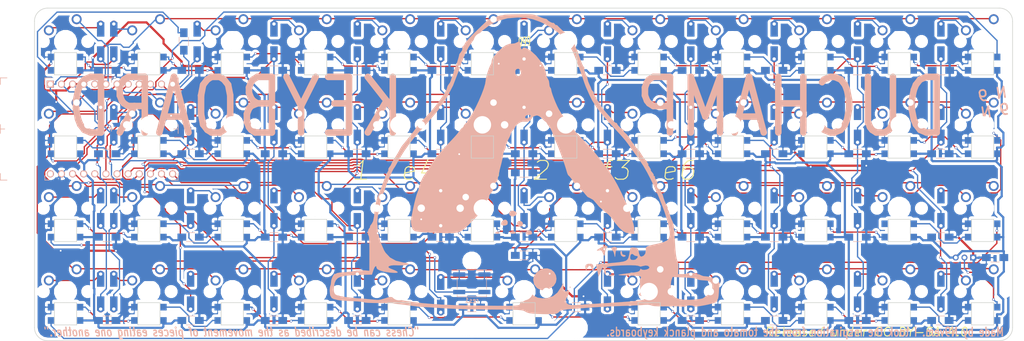
<source format=kicad_pcb>
(kicad_pcb (version 20221018) (generator pcbnew)
  (layers (0 "F.Cu" mixed) (31 "B.Cu" mixed) (34 "B.Paste" user) (35 "F.Paste" user) (36 "B.SilkS" user "B.Silkscreen") (37 "F.SilkS" user "F.Silkscreen") (38 "B.Mask" user) (39 "F.Mask" user) (44 "Edge.Cuts" user))
  (net 0 "")
  (net 1 "GND")
  (net 2 "ROW1")
  (net 3 "ROW2")
  (net 4 "ROW3")
  (net 5 "VCC")
  (net 6 "ROW0")
  (net 7 "Net-(LED101-Pad2)")
  (net 8 "DIN")
  (net 9 "Net-(LED102-Pad2)")
  (net 10 "Net-(LED103-Pad2)")
  (net 11 "Net-(LED104-Pad2)")
  (net 12 "Net-(LED105-Pad2)")
  (net 13 "Net-(LED106-Pad2)")
  (net 14 "Net-(LED107-Pad2)")
  (net 15 "Net-(LED108-Pad2)")
  (net 16 "Net-(LED109-Pad2)")
  (net 17 "Net-(LED110-Pad2)")
  (net 18 "Net-(LED111-Pad2)")
  (net 19 "Net-(LED112-Pad2)")
  (net 20 "Net-(LED113-Pad2)")
  (net 21 "Net-(LED114-Pad2)")
  (net 22 "Net-(LED115-Pad2)")
  (net 23 "Net-(LED116-Pad2)")
  (net 24 "Net-(LED117-Pad2)")
  (net 25 "Net-(LED118-Pad2)")
  (net 26 "Net-(LED119-Pad2)")
  (net 27 "Net-(LED120-Pad2)")
  (net 28 "Net-(LED121-Pad2)")
  (net 29 "Net-(LED122-Pad2)")
  (net 30 "Net-(LED123-Pad2)")
  (net 31 "Net-(LED124-Pad2)")
  (net 32 "Net-(LED125-Pad2)")
  (net 33 "Net-(LED126-Pad2)")
  (net 34 "Net-(LED127-Pad2)")
  (net 35 "Net-(LED128-Pad2)")
  (net 36 "Net-(LED129-Pad2)")
  (net 37 "Net-(LED130-Pad2)")
  (net 38 "Net-(LED131-Pad2)")
  (net 39 "Net-(LED132-Pad2)")
  (net 40 "Net-(LED133-Pad2)")
  (net 41 "Net-(LED134-Pad2)")
  (net 42 "Net-(LED135-Pad2)")
  (net 43 "Net-(LED136-Pad2)")
  (net 44 "Net-(LED137-Pad2)")
  (net 45 "Net-(LED138-Pad2)")
  (net 46 "Net-(LED139-Pad2)")
  (net 47 "Net-(LED140-Pad2)")
  (net 48 "Net-(LED141-Pad2)")
  (net 49 "Net-(LED142-Pad2)")
  (net 50 "Net-(LED143-Pad2)")
  (net 51 "Net-(LED144-Pad2)")
  (net 52 "Net-(LED145-Pad2)")
  (net 53 "Net-(LED146-Pad2)")
  (net 54 "RST")
  (net 55 "COL0")
  (net 56 "Net-(D101-Pad2)")
  (net 57 "COL1")
  (net 58 "Net-(D102-Pad2)")
  (net 59 "COL2")
  (net 60 "Net-(D103-Pad2)")
  (net 61 "COL3")
  (net 62 "Net-(D104-Pad2)")
  (net 63 "COL4")
  (net 64 "Net-(D105-Pad2)")
  (net 65 "COL5")
  (net 66 "Net-(D106-Pad2)")
  (net 67 "COL6")
  (net 68 "Net-(D107-Pad2)")
  (net 69 "Net-(D108-Pad2)")
  (net 70 "Net-(D109-Pad2)")
  (net 71 "Net-(D110-Pad2)")
  (net 72 "Net-(D111-Pad2)")
  (net 73 "Net-(D112-Pad2)")
  (net 74 "Net-(D113-Pad2)")
  (net 75 "Net-(D114-Pad2)")
  (net 76 "Net-(D115-Pad2)")
  (net 77 "Net-(D116-Pad2)")
  (net 78 "Net-(D117-Pad2)")
  (net 79 "Net-(D118-Pad2)")
  (net 80 "Net-(D119-Pad2)")
  (net 81 "Net-(D120-Pad2)")
  (net 82 "Net-(D121-Pad2)")
  (net 83 "Net-(D122-Pad2)")
  (net 84 "Net-(D123-Pad2)")
  (net 85 "Net-(D124-Pad2)")
  (net 86 "Net-(D125-Pad2)")
  (net 87 "Net-(D126-Pad2)")
  (net 88 "Net-(D127-Pad2)")
  (net 89 "Net-(D128-Pad2)")
  (net 90 "Net-(D129-Pad2)")
  (net 91 "Net-(D130-Pad2)")
  (net 92 "Net-(D131-Pad2)")
  (net 93 "Net-(D132-Pad2)")
  (net 94 "Net-(D133-Pad2)")
  (net 95 "Net-(D134-Pad2)")
  (net 96 "Net-(D135-Pad2)")
  (net 97 "Net-(D136-Pad2)")
  (net 98 "Net-(D137-Pad2)")
  (net 99 "Net-(D138-Pad2)")
  (net 100 "Net-(D139-Pad2)")
  (net 101 "Net-(D140-Pad2)")
  (net 102 "Net-(D141-Pad2)")
  (net 103 "Net-(D142-Pad2)")
  (net 104 "Net-(D143-Pad2)")
  (net 105 "Net-(D144-Pad2)")
  (net 106 "Net-(D145-Pad2)")
  (net 107 "Net-(D146-Pad2)")
  (net 108 "Net-(D147-Pad2)")
  (net 109 "Net-(LED101-Pad4)")
  (net 110 "COL7")
  (net 111 "COL8")
  (net 112 "COL9")
  (net 113 "COL10")
  (net 114 "COL11")
  (net 115 "Net-(J_ledstrip1-Pad2)")
  (net 116 "Net-(LED135-Pad3)")
  (net 117 "Net-(U101-Pad5)")
  (net 118 "Net-(U101-Pad24)")
  (footprint "Keyboard:CHERRY_MX_LED_WS2812b" (layer "F.Cu") (at 40 40)
    (fp_text reference "LED101")
    (fp_text value "WS2812B")
    (fp_line (start -2.54 2.54) (end 2.54 2.54) (stroke (width 0.15)) (layer "Edge.Cuts"))
    (fp_line (start -2.54 7.62) (end -2.54 2.54) (stroke (width 0.15)) (layer "Edge.Cuts"))
    (fp_line (start 2.54 2.54) (end 2.54 7.62) (stroke (width 0.15)) (layer "Edge.Cuts"))
    (fp_line (start 2.54 7.62) (end -2.54 7.62) (stroke (width 0.15)) (layer "Edge.Cuts"))
  )
  (footprint "Keyboard:CHERRY_MX_LED_WS2812b" (layer "F.Cu") (at 59.05 40)
    (fp_text reference "LED102")
    (fp_text value "WS2812B")
    (fp_line (start -2.54 2.54) (end 2.54 2.54) (stroke (width 0.15)) (layer "Edge.Cuts"))
    (fp_line (start -2.54 7.62) (end -2.54 2.54) (stroke (width 0.15)) (layer "Edge.Cuts"))
    (fp_line (start 2.54 2.54) (end 2.54 7.62) (stroke (width 0.15)) (layer "Edge.Cuts"))
    (fp_line (start 2.54 7.62) (end -2.54 7.62) (stroke (width 0.15)) (layer "Edge.Cuts"))
  )
  (footprint "Keyboard:CHERRY_MX_LED_WS2812b" (layer "F.Cu") (at 78.1 40)
    (fp_text reference "LED103")
    (fp_text value "WS2812B")
    (fp_line (start -2.54 2.54) (end 2.54 2.54) (stroke (width 0.15)) (layer "Edge.Cuts"))
    (fp_line (start -2.54 7.62) (end -2.54 2.54) (stroke (width 0.15)) (layer "Edge.Cuts"))
    (fp_line (start 2.54 2.54) (end 2.54 7.62) (stroke (width 0.15)) (layer "Edge.Cuts"))
    (fp_line (start 2.54 7.62) (end -2.54 7.62) (stroke (width 0.15)) (layer "Edge.Cuts"))
  )
  (footprint "Keyboard:CHERRY_MX_LED_WS2812b" (layer "F.Cu") (at 97.15 40)
    (fp_text reference "LED104")
    (fp_text value "WS2812B")
    (fp_line (start -2.54 2.54) (end 2.54 2.54) (stroke (width 0.15)) (layer "Edge.Cuts"))
    (fp_line (start -2.54 7.62) (end -2.54 2.54) (stroke (width 0.15)) (layer "Edge.Cuts"))
    (fp_line (start 2.54 2.54) (end 2.54 7.62) (stroke (width 0.15)) (layer "Edge.Cuts"))
    (fp_line (start 2.54 7.62) (end -2.54 7.62) (stroke (width 0.15)) (layer "Edge.Cuts"))
  )
  (footprint "Keyboard:CHERRY_MX_LED_WS2812b" (layer "F.Cu") (at 116.2 40)
    (fp_text reference "LED105")
    (fp_text value "WS2812B")
    (fp_line (start -2.54 2.54) (end 2.54 2.54) (stroke (width 0.15)) (layer "Edge.Cuts"))
    (fp_line (start -2.54 7.62) (end -2.54 2.54) (stroke (width 0.15)) (layer "Edge.Cuts"))
    (fp_line (start 2.54 2.54) (end 2.54 7.62) (stroke (width 0.15)) (layer "Edge.Cuts"))
    (fp_line (start 2.54 7.62) (end -2.54 7.62) (stroke (width 0.15)) (layer "Edge.Cuts"))
  )
  (footprint "Keyboard:CHERRY_MX_LED_WS2812b" (layer "F.Cu") (at 135.25 40)
    (fp_text reference "LED106")
    (fp_text value "WS2812B")
    (fp_line (start -2.54 2.54) (end 2.54 2.54) (stroke (width 0.15)) (layer "Edge.Cuts"))
    (fp_line (start -2.54 7.62) (end -2.54 2.54) (stroke (width 0.15)) (layer "Edge.Cuts"))
    (fp_line (start 2.54 2.54) (end 2.54 7.62) (stroke (width 0.15)) (layer "Edge.Cuts"))
    (fp_line (start 2.54 7.62) (end -2.54 7.62) (stroke (width 0.15)) (layer "Edge.Cuts"))
  )
  (footprint "Keyboard:CHERRY_MX_LED_WS2812b" (layer "F.Cu") (at 154.3 40)
    (fp_text reference "LED107")
    (fp_text value "WS2812B")
    (fp_line (start -2.54 2.54) (end 2.54 2.54) (stroke (width 0.15)) (layer "Edge.Cuts"))
    (fp_line (start -2.54 7.62) (end -2.54 2.54) (stroke (width 0.15)) (layer "Edge.Cuts"))
    (fp_line (start 2.54 2.54) (end 2.54 7.62) (stroke (width 0.15)) (layer "Edge.Cuts"))
    (fp_line (start 2.54 7.62) (end -2.54 7.62) (stroke (width 0.15)) (layer "Edge.Cuts"))
  )
  (footprint "Keyboard:CHERRY_MX_LED_WS2812b" (layer "F.Cu") (at 173.35 40)
    (fp_text reference "LED108")
    (fp_text value "WS2812B")
    (fp_line (start -2.54 2.54) (end 2.54 2.54) (stroke (width 0.15)) (layer "Edge.Cuts"))
    (fp_line (start -2.54 7.62) (end -2.54 2.54) (stroke (width 0.15)) (layer "Edge.Cuts"))
    (fp_line (start 2.54 2.54) (end 2.54 7.62) (stroke (width 0.15)) (layer "Edge.Cuts"))
    (fp_line (start 2.54 7.62) (end -2.54 7.62) (stroke (width 0.15)) (layer "Edge.Cuts"))
  )
  (footprint "Keyboard:CHERRY_MX_LED_WS2812b" (layer "F.Cu") (at 192.4 40)
    (fp_text reference "LED109")
    (fp_text value "WS2812B")
    (fp_line (start -2.54 2.54) (end 2.54 2.54) (stroke (width 0.15)) (layer "Edge.Cuts"))
    (fp_line (start -2.54 7.62) (end -2.54 2.54) (stroke (width 0.15)) (layer "Edge.Cuts"))
    (fp_line (start 2.54 2.54) (end 2.54 7.62) (stroke (width 0.15)) (layer "Edge.Cuts"))
    (fp_line (start 2.54 7.62) (end -2.54 7.62) (stroke (width 0.15)) (layer "Edge.Cuts"))
  )
  (footprint "Keyboard:CHERRY_MX_LED_WS2812b" (layer "F.Cu") (at 211.45 40)
    (fp_text reference "LED110")
    (fp_text value "WS2812B")
    (fp_line (start -2.54 2.54) (end 2.54 2.54) (stroke (width 0.15)) (layer "Edge.Cuts"))
    (fp_line (start -2.54 7.62) (end -2.54 2.54) (stroke (width 0.15)) (layer "Edge.Cuts"))
    (fp_line (start 2.54 2.54) (end 2.54 7.62) (stroke (width 0.15)) (layer "Edge.Cuts"))
    (fp_line (start 2.54 7.62) (end -2.54 7.62) (stroke (width 0.15)) (layer "Edge.Cuts"))
  )
  (footprint "Keyboard:CHERRY_MX_LED_WS2812b" (layer "F.Cu") (at 230.5 40)
    (fp_text reference "LED111")
    (fp_text value "WS2812B")
    (fp_line (start -2.54 2.54) (end 2.54 2.54) (stroke (width 0.15)) (layer "Edge.Cuts"))
    (fp_line (start -2.54 7.62) (end -2.54 2.54) (stroke (width 0.15)) (layer "Edge.Cuts"))
    (fp_line (start 2.54 2.54) (end 2.54 7.62) (stroke (width 0.15)) (layer "Edge.Cuts"))
    (fp_line (start 2.54 7.62) (end -2.54 7.62) (stroke (width 0.15)) (layer "Edge.Cuts"))
  )
  (footprint "Keyboard:CHERRY_MX_LED_WS2812b" (layer "F.Cu") (at 249.55 40)
    (fp_text reference "LED112")
    (fp_text value "WS2812B")
    (fp_line (start -2.54 2.54) (end 2.54 2.54) (stroke (width 0.15)) (layer "Edge.Cuts"))
    (fp_line (start -2.54 7.62) (end -2.54 2.54) (stroke (width 0.15)) (layer "Edge.Cuts"))
    (fp_line (start 2.54 2.54) (end 2.54 7.62) (stroke (width 0.15)) (layer "Edge.Cuts"))
    (fp_line (start 2.54 7.62) (end -2.54 7.62) (stroke (width 0.15)) (layer "Edge.Cuts"))
  )
  (footprint "Keyboard:CHERRY_MX_LED_WS2812b" (layer "F.Cu") (at 40 59.05)
    (fp_text reference "LED113")
    (fp_text value "WS2812B")
    (fp_line (start -2.54 2.54) (end 2.54 2.54) (stroke (width 0.15)) (layer "Edge.Cuts"))
    (fp_line (start -2.54 7.62) (end -2.54 2.54) (stroke (width 0.15)) (layer "Edge.Cuts"))
    (fp_line (start 2.54 2.54) (end 2.54 7.62) (stroke (width 0.15)) (layer "Edge.Cuts"))
    (fp_line (start 2.54 7.62) (end -2.54 7.62) (stroke (width 0.15)) (layer "Edge.Cuts"))
  )
  (footprint "Keyboard:CHERRY_MX_LED_WS2812b" (layer "F.Cu") (at 59.05 59.05)
    (fp_text reference "LED114")
    (fp_text value "WS2812B")
    (fp_line (start -2.54 2.54) (end 2.54 2.54) (stroke (width 0.15)) (layer "Edge.Cuts"))
    (fp_line (start -2.54 7.62) (end -2.54 2.54) (stroke (width 0.15)) (layer "Edge.Cuts"))
    (fp_line (start 2.54 2.54) (end 2.54 7.62) (stroke (width 0.15)) (layer "Edge.Cuts"))
    (fp_line (start 2.54 7.62) (end -2.54 7.62) (stroke (width 0.15)) (layer "Edge.Cuts"))
  )
  (footprint "Keyboard:CHERRY_MX_LED_WS2812b" (layer "F.Cu") (at 78.1 59.05)
    (fp_text reference "LED115")
    (fp_text value "WS2812B")
    (fp_line (start -2.54 2.54) (end 2.54 2.54) (stroke (width 0.15)) (layer "Edge.Cuts"))
    (fp_line (start -2.54 7.62) (end -2.54 2.54) (stroke (width 0.15)) (layer "Edge.Cuts"))
    (fp_line (start 2.54 2.54) (end 2.54 7.62) (stroke (width 0.15)) (layer "Edge.Cuts"))
    (fp_line (start 2.54 7.62) (end -2.54 7.62) (stroke (width 0.15)) (layer "Edge.Cuts"))
  )
  (footprint "Keyboard:CHERRY_MX_LED_WS2812b" (layer "F.Cu") (at 97.15 59.05)
    (fp_text reference "LED116")
    (fp_text value "WS2812B")
    (fp_line (start -2.54 2.54) (end 2.54 2.54) (stroke (width 0.15)) (layer "Edge.Cuts"))
    (fp_line (start -2.54 7.62) (end -2.54 2.54) (stroke (width 0.15)) (layer "Edge.Cuts"))
    (fp_line (start 2.54 2.54) (end 2.54 7.62) (stroke (width 0.15)) (layer "Edge.Cuts"))
    (fp_line (start 2.54 7.62) (end -2.54 7.62) (stroke (width 0.15)) (layer "Edge.Cuts"))
  )
  (footprint "Keyboard:CHERRY_MX_LED_WS2812b" (layer "F.Cu") (at 116.2 59.05)
    (fp_text reference "LED117")
    (fp_text value "WS2812B")
    (fp_line (start -2.54 2.54) (end 2.54 2.54) (stroke (width 0.15)) (layer "Edge.Cuts"))
    (fp_line (start -2.54 7.62) (end -2.54 2.54) (stroke (width 0.15)) (layer "Edge.Cuts"))
    (fp_line (start 2.54 2.54) (end 2.54 7.62) (stroke (width 0.15)) (layer "Edge.Cuts"))
    (fp_line (start 2.54 7.62) (end -2.54 7.62) (stroke (width 0.15)) (layer "Edge.Cuts"))
  )
  (footprint "Keyboard:CHERRY_MX_LED_WS2812b" (layer "F.Cu") (at 135.25 59.05)
    (fp_text reference "LED118")
    (fp_text value "WS2812B")
    (fp_line (start -2.54 2.54) (end 2.54 2.54) (stroke (width 0.15)) (layer "Edge.Cuts"))
    (fp_line (start -2.54 7.62) (end -2.54 2.54) (stroke (width 0.15)) (layer "Edge.Cuts"))
    (fp_line (start 2.54 2.54) (end 2.54 7.62) (stroke (width 0.15)) (layer "Edge.Cuts"))
    (fp_line (start 2.54 7.62) (end -2.54 7.62) (stroke (width 0.15)) (layer "Edge.Cuts"))
  )
  (footprint "Keyboard:CHERRY_MX_LED_WS2812b" (layer "F.Cu") (at 154.3 59.05)
    (fp_text reference "LED119")
    (fp_text value "WS2812B")
    (fp_line (start -2.54 2.54) (end 2.54 2.54) (stroke (width 0.15)) (layer "Edge.Cuts"))
    (fp_line (start -2.54 7.62) (end -2.54 2.54) (stroke (width 0.15)) (layer "Edge.Cuts"))
    (fp_line (start 2.54 2.54) (end 2.54 7.62) (stroke (width 0.15)) (layer "Edge.Cuts"))
    (fp_line (start 2.54 7.62) (end -2.54 7.62) (stroke (width 0.15)) (layer "Edge.Cuts"))
  )
  (footprint "Keyboard:CHERRY_MX_LED_WS2812b" (layer "F.Cu") (at 173.35 59.05)
    (fp_text reference "LED120")
    (fp_text value "WS2812B")
    (fp_line (start -2.54 2.54) (end 2.54 2.54) (stroke (width 0.15)) (layer "Edge.Cuts"))
    (fp_line (start -2.54 7.62) (end -2.54 2.54) (stroke (width 0.15)) (layer "Edge.Cuts"))
    (fp_line (start 2.54 2.54) (end 2.54 7.62) (stroke (width 0.15)) (layer "Edge.Cuts"))
    (fp_line (start 2.54 7.62) (end -2.54 7.62) (stroke (width 0.15)) (layer "Edge.Cuts"))
  )
  (footprint "Keyboard:CHERRY_MX_LED_WS2812b" (layer "F.Cu") (at 192.4 59.05)
    (fp_text reference "LED121")
    (fp_text value "WS2812B")
    (fp_line (start -2.54 2.54) (end 2.54 2.54) (stroke (width 0.15)) (layer "Edge.Cuts"))
    (fp_line (start -2.54 7.62) (end -2.54 2.54) (stroke (width 0.15)) (layer "Edge.Cuts"))
    (fp_line (start 2.54 2.54) (end 2.54 7.62) (stroke (width 0.15)) (layer "Edge.Cuts"))
    (fp_line (start 2.54 7.62) (end -2.54 7.62) (stroke (width 0.15)) (layer "Edge.Cuts"))
  )
  (footprint "Keyboard:CHERRY_MX_LED_WS2812b" (layer "F.Cu") (at 211.45 59.05)
    (fp_text reference "LED122")
    (fp_text value "WS2812B")
    (fp_line (start -2.54 2.54) (end 2.54 2.54) (stroke (width 0.15)) (layer "Edge.Cuts"))
    (fp_line (start -2.54 7.62) (end -2.54 2.54) (stroke (width 0.15)) (layer "Edge.Cuts"))
    (fp_line (start 2.54 2.54) (end 2.54 7.62) (stroke (width 0.15)) (layer "Edge.Cuts"))
    (fp_line (start 2.54 7.62) (end -2.54 7.62) (stroke (width 0.15)) (layer "Edge.Cuts"))
  )
  (footprint "Keyboard:CHERRY_MX_LED_WS2812b" (layer "F.Cu") (at 230.5 59.05)
    (fp_text reference "LED123")
    (fp_text value "WS2812B")
    (fp_line (start -2.54 2.54) (end 2.54 2.54) (stroke (width 0.15)) (layer "Edge.Cuts"))
    (fp_line (start -2.54 7.62) (end -2.54 2.54) (stroke (width 0.15)) (layer "Edge.Cuts"))
    (fp_line (start 2.54 2.54) (end 2.54 7.62) (stroke (width 0.15)) (layer "Edge.Cuts"))
    (fp_line (start 2.54 7.62) (end -2.54 7.62) (stroke (width 0.15)) (layer "Edge.Cuts"))
  )
  (footprint "Keyboard:CHERRY_MX_LED_WS2812b" (layer "F.Cu") (at 249.55 59.05)
    (fp_text reference "LED124")
    (fp_text value "WS2812B")
    (fp_line (start -2.54 2.54) (end 2.54 2.54) (stroke (width 0.15)) (layer "Edge.Cuts"))
    (fp_line (start -2.54 7.62) (end -2.54 2.54) (stroke (width 0.15)) (layer "Edge.Cuts"))
    (fp_line (start 2.54 2.54) (end 2.54 7.62) (stroke (width 0.15)) (layer "Edge.Cuts"))
    (fp_line (start 2.54 7.62) (end -2.54 7.62) (stroke (width 0.15)) (layer "Edge.Cuts"))
  )
  (footprint "Keyboard:CHERRY_MX_LED_WS2812b" (layer "F.Cu") (at 40 78.1)
    (fp_text reference "LED125")
    (fp_text value "WS2812B")
    (fp_line (start -2.54 2.54) (end 2.54 2.54) (stroke (width 0.15)) (layer "Edge.Cuts"))
    (fp_line (start -2.54 7.62) (end -2.54 2.54) (stroke (width 0.15)) (layer "Edge.Cuts"))
    (fp_line (start 2.54 2.54) (end 2.54 7.62) (stroke (width 0.15)) (layer "Edge.Cuts"))
    (fp_line (start 2.54 7.62) (end -2.54 7.62) (stroke (width 0.15)) (layer "Edge.Cuts"))
  )
  (footprint "Keyboard:CHERRY_MX_LED_WS2812b" (layer "F.Cu") (at 59.05 78.1)
    (fp_text reference "LED126")
    (fp_text value "WS2812B")
    (fp_line (start -2.54 2.54) (end 2.54 2.54) (stroke (width 0.15)) (layer "Edge.Cuts"))
    (fp_line (start -2.54 7.62) (end -2.54 2.54) (stroke (width 0.15)) (layer "Edge.Cuts"))
    (fp_line (start 2.54 2.54) (end 2.54 7.62) (stroke (width 0.15)) (layer "Edge.Cuts"))
    (fp_line (start 2.54 7.62) (end -2.54 7.62) (stroke (width 0.15)) (layer "Edge.Cuts"))
  )
  (footprint "Keyboard:CHERRY_MX_LED_WS2812b" (layer "F.Cu") (at 78.1 78.1)
    (fp_text reference "LED127")
    (fp_text value "WS2812B")
    (fp_line (start -2.54 2.54) (end 2.54 2.54) (stroke (width 0.15)) (layer "Edge.Cuts"))
    (fp_line (start -2.54 7.62) (end -2.54 2.54) (stroke (width 0.15)) (layer "Edge.Cuts"))
    (fp_line (start 2.54 2.54) (end 2.54 7.62) (stroke (width 0.15)) (layer "Edge.Cuts"))
    (fp_line (start 2.54 7.62) (end -2.54 7.62) (stroke (width 0.15)) (layer "Edge.Cuts"))
  )
  (footprint "Keyboard:CHERRY_MX_LED_WS2812b" (layer "F.Cu") (at 97.15 78.1)
    (fp_text reference "LED128")
    (fp_text value "WS2812B")
    (fp_line (start -2.54 2.54) (end 2.54 2.54) (stroke (width 0.15)) (layer "Edge.Cuts"))
    (fp_line (start -2.54 7.62) (end -2.54 2.54) (stroke (width 0.15)) (layer "Edge.Cuts"))
    (fp_line (start 2.54 2.54) (end 2.54 7.62) (stroke (width 0.15)) (layer "Edge.Cuts"))
    (fp_line (start 2.54 7.62) (end -2.54 7.62) (stroke (width 0.15)) (layer "Edge.Cuts"))
  )
  (footprint "Keyboard:CHERRY_MX_LED_WS2812b" (layer "F.Cu") (at 116.2 78.1)
    (fp_text reference "LED129")
    (fp_text value "WS2812B")
    (fp_line (start -2.54 2.54) (end 2.54 2.54) (stroke (width 0.15)) (layer "Edge.Cuts"))
    (fp_line (start -2.54 7.62) (end -2.54 2.54) (stroke (width 0.15)) (layer "Edge.Cuts"))
    (fp_line (start 2.54 2.54) (end 2.54 7.62) (stroke (width 0.15)) (layer "Edge.Cuts"))
    (fp_line (start 2.54 7.62) (end -2.54 7.62) (stroke (width 0.15)) (layer "Edge.Cuts"))
  )
  (footprint "Keyboard:CHERRY_MX_LED_WS2812b" (layer "F.Cu") (at 135.25 78.1)
    (fp_text reference "LED130")
    (fp_text value "WS2812B")
    (fp_line (start -2.54 2.54) (end 2.54 2.54) (stroke (width 0.15)) (layer "Edge.Cuts"))
    (fp_line (start -2.54 7.62) (end -2.54 2.54) (stroke (width 0.15)) (layer "Edge.Cuts"))
    (fp_line (start 2.54 2.54) (end 2.54 7.62) (stroke (width 0.15)) (layer "Edge.Cuts"))
    (fp_line (start 2.54 7.62) (end -2.54 7.62) (stroke (width 0.15)) (layer "Edge.Cuts"))
  )
  (footprint "Keyboard:CHERRY_MX_LED_WS2812b" (layer "F.Cu") (at 154.3 78.1)
    (fp_text reference "LED131")
    (fp_text value "WS2812B")
    (fp_line (start -2.54 2.54) (end 2.54 2.54) (stroke (width 0.15)) (layer "Edge.Cuts"))
    (fp_line (start -2.54 7.62) (end -2.54 2.54) (stroke (width 0.15)) (layer "Edge.Cuts"))
    (fp_line (start 2.54 2.54) (end 2.54 7.62) (stroke (width 0.15)) (layer "Edge.Cuts"))
    (fp_line (start 2.54 7.62) (end -2.54 7.62) (stroke (width 0.15)) (layer "Edge.Cuts"))
  )
  (footprint "Keyboard:CHERRY_MX_LED_WS2812b" (layer "F.Cu") (at 173.35 78.1)
    (fp_text reference "LED132")
    (fp_text value "WS2812B")
    (fp_line (start -2.54 2.54) (end 2.54 2.54) (stroke (width 0.15)) (layer "Edge.Cuts"))
    (fp_line (start -2.54 7.62) (end -2.54 2.54) (stroke (width 0.15)) (layer "Edge.Cuts"))
    (fp_line (start 2.54 2.54) (end 2.54 7.62) (stroke (width 0.15)) (layer "Edge.Cuts"))
    (fp_line (start 2.54 7.62) (end -2.54 7.62) (stroke (width 0.15)) (layer "Edge.Cuts"))
  )
  (footprint "Keyboard:CHERRY_MX_LED_WS2812b" (layer "F.Cu") (at 192.4 78.1)
    (fp_text reference "LED133")
    (fp_text value "WS2812B")
    (fp_line (start -2.54 2.54) (end 2.54 2.54) (stroke (width 0.15)) (layer "Edge.Cuts"))
    (fp_line (start -2.54 7.62) (end -2.54 2.54) (stroke (width 0.15)) (layer "Edge.Cuts"))
    (fp_line (start 2.54 2.54) (end 2.54 7.62) (stroke (width 0.15)) (layer "Edge.Cuts"))
    (fp_line (start 2.54 7.62) (end -2.54 7.62) (stroke (width 0.15)) (layer "Edge.Cuts"))
  )
  (footprint "Keyboard:CHERRY_MX_LED_WS2812b" (layer "F.Cu") (at 211.45 78.1)
    (fp_text reference "LED134")
    (fp_text value "WS2812B")
    (fp_line (start -2.54 2.54) (end 2.54 2.54) (stroke (width 0.15)) (layer "Edge.Cuts"))
    (fp_line (start -2.54 7.62) (end -2.54 2.54) (stroke (width 0.15)) (layer "Edge.Cuts"))
    (fp_line (start 2.54 2.54) (end 2.54 7.62) (stroke (width 0.15)) (layer "Edge.Cuts"))
    (fp_line (start 2.54 7.62) (end -2.54 7.62) (stroke (width 0.15)) (layer "Edge.Cuts"))
  )
  (footprint "Keyboard:CHERRY_MX_LED_WS2812b" (layer "F.Cu") (at 230.5 78.1)
    (fp_text reference "LED135")
    (fp_text value "WS2812B")
    (fp_line (start -2.54 2.54) (end 2.54 2.54) (stroke (width 0.15)) (layer "Edge.Cuts"))
    (fp_line (start -2.54 7.62) (end -2.54 2.54) (stroke (width 0.15)) (layer "Edge.Cuts"))
    (fp_line (start 2.54 2.54) (end 2.54 7.62) (stroke (width 0.15)) (layer "Edge.Cuts"))
    (fp_line (start 2.54 7.62) (end -2.54 7.62) (stroke (width 0.15)) (layer "Edge.Cuts"))
  )
  (footprint "Keyboard:CHERRY_MX_LED_WS2812b" (layer "F.Cu") (at 249.55 78.1)
    (fp_text reference "LED136")
    (fp_text value "WS2812B")
    (fp_line (start -2.54 2.54) (end 2.54 2.54) (stroke (width 0.15)) (layer "Edge.Cuts"))
    (fp_line (start -2.54 7.62) (end -2.54 2.54) (stroke (width 0.15)) (layer "Edge.Cuts"))
    (fp_line (start 2.54 2.54) (end 2.54 7.62) (stroke (width 0.15)) (layer "Edge.Cuts"))
    (fp_line (start 2.54 7.62) (end -2.54 7.62) (stroke (width 0.15)) (layer "Edge.Cuts"))
  )
  (footprint "Keyboard:CHERRY_MX_LED_WS2812b" (layer "F.Cu") (at 40 97.15)
    (fp_text reference "LED137")
    (fp_text value "WS2812B")
    (fp_line (start -2.54 2.54) (end 2.54 2.54) (stroke (width 0.15)) (layer "Edge.Cuts"))
    (fp_line (start -2.54 7.62) (end -2.54 2.54) (stroke (width 0.15)) (layer "Edge.Cuts"))
    (fp_line (start 2.54 2.54) (end 2.54 7.62) (stroke (width 0.15)) (layer "Edge.Cuts"))
    (fp_line (start 2.54 7.62) (end -2.54 7.62) (stroke (width 0.15)) (layer "Edge.Cuts"))
  )
  (footprint "Keyboard:CHERRY_MX_LED_WS2812b" (layer "F.Cu") (at 59.05 97.15)
    (fp_text reference "LED138")
    (fp_text value "WS2812B")
    (fp_line (start -2.54 2.54) (end 2.54 2.54) (stroke (width 0.15)) (layer "Edge.Cuts"))
    (fp_line (start -2.54 7.62) (end -2.54 2.54) (stroke (width 0.15)) (layer "Edge.Cuts"))
    (fp_line (start 2.54 2.54) (end 2.54 7.62) (stroke (width 0.15)) (layer "Edge.Cuts"))
    (fp_line (start 2.54 7.62) (end -2.54 7.62) (stroke (width 0.15)) (layer "Edge.Cuts"))
  )
  (footprint "Keyboard:CHERRY_MX_LED_WS2812b" (layer "F.Cu") (at 78.1 97.15)
    (fp_text reference "LED139")
    (fp_text value "WS2812B")
    (fp_line (start -2.54 2.54) (end 2.54 2.54) (stroke (width 0.15)) (layer "Edge.Cuts"))
    (fp_line (start -2.54 7.62) (end -2.54 2.54) (stroke (width 0.15)) (layer "Edge.Cuts"))
    (fp_line (start 2.54 2.54) (end 2.54 7.62) (stroke (width 0.15)) (layer "Edge.Cuts"))
    (fp_line (start 2.54 7.62) (end -2.54 7.62) (stroke (width 0.15)) (layer "Edge.Cuts"))
  )
  (footprint "Keyboard:CHERRY_MX_LED_WS2812b" (layer "F.Cu") (at 97.15 97.15)
    (fp_text reference "LED140")
    (fp_text value "WS2812B")
    (fp_line (start -2.54 2.54) (end 2.54 2.54) (stroke (width 0.15)) (layer "Edge.Cuts"))
    (fp_line (start -2.54 7.62) (end -2.54 2.54) (stroke (width 0.15)) (layer "Edge.Cuts"))
    (fp_line (start 2.54 2.54) (end 2.54 7.62) (stroke (width 0.15)) (layer "Edge.Cuts"))
    (fp_line (start 2.54 7.62) (end -2.54 7.62) (stroke (width 0.15)) (layer "Edge.Cuts"))
  )
  (footprint "Keyboard:CHERRY_MX_LED_WS2812b" (layer "F.Cu") (at 116.2 97.15)
    (fp_text reference "LED141")
    (fp_text value "WS2812B")
    (fp_line (start -2.54 2.54) (end 2.54 2.54) (stroke (width 0.15)) (layer "Edge.Cuts"))
    (fp_line (start -2.54 7.62) (end -2.54 2.54) (stroke (width 0.15)) (layer "Edge.Cuts"))
    (fp_line (start 2.54 2.54) (end 2.54 7.62) (stroke (width 0.15)) (layer "Edge.Cuts"))
    (fp_line (start 2.54 7.62) (end -2.54 7.62) (stroke (width 0.15)) (layer "Edge.Cuts"))
  )
  (footprint "Keyboard:CHERRY_MX_LED_WS2812b" (layer "F.Cu") (at 144.775 97.15)
    (fp_text reference "LED142")
    (fp_text value "WS2812B")
    (fp_line (start -2.54 2.54) (end 2.54 2.54) (stroke (width 0.15)) (layer "Edge.Cuts"))
    (fp_line (start -2.54 7.62) (end -2.54 2.54) (stroke (width 0.15)) (layer "Edge.Cuts"))
    (fp_line (start 2.54 2.54) (end 2.54 7.62) (stroke (width 0.15)) (layer "Edge.Cuts"))
    (fp_line (start 2.54 7.62) (end -2.54 7.62) (stroke (width 0.15)) (layer "Edge.Cuts"))
  )
  (footprint "Keyboard:CHERRY_MX_LED_WS2812b" (layer "F.Cu") (at 173.35 97.15)
    (fp_text reference "LED143")
    (fp_text value "WS2812B")
    (fp_line (start -2.54 2.54) (end 2.54 2.54) (stroke (width 0.15)) (layer "Edge.Cuts"))
    (fp_line (start -2.54 7.62) (end -2.54 2.54) (stroke (width 0.15)) (layer "Edge.Cuts"))
    (fp_line (start 2.54 2.54) (end 2.54 7.62) (stroke (width 0.15)) (layer "Edge.Cuts"))
    (fp_line (start 2.54 7.62) (end -2.54 7.62) (stroke (width 0.15)) (layer "Edge.Cuts"))
  )
  (footprint "Keyboard:CHERRY_MX_LED_WS2812b" (layer "F.Cu") (at 192.4 97.15)
    (fp_text reference "LED144")
    (fp_text value "WS2812B")
    (fp_line (start -2.54 2.54) (end 2.54 2.54) (stroke (width 0.15)) (layer "Edge.Cuts"))
    (fp_line (start -2.54 7.62) (end -2.54 2.54) (stroke (width 0.15)) (layer "Edge.Cuts"))
    (fp_line (start 2.54 2.54) (end 2.54 7.62) (stroke (width 0.15)) (layer "Edge.Cuts"))
    (fp_line (start 2.54 7.62) (end -2.54 7.62) (stroke (width 0.15)) (layer "Edge.Cuts"))
  )
  (footprint "Keyboard:CHERRY_MX_LED_WS2812b" (layer "F.Cu") (at 211.45 97.15)
    (fp_text reference "LED145")
    (fp_text value "WS2812B")
    (fp_line (start -2.54 2.54) (end 2.54 2.54) (stroke (width 0.15)) (layer "Edge.Cuts"))
    (fp_line (start -2.54 7.62) (end -2.54 2.54) (stroke (width 0.15)) (layer "Edge.Cuts"))
    (fp_line (start 2.54 2.54) (end 2.54 7.62) (stroke (width 0.15)) (layer "Edge.Cuts"))
    (fp_line (start 2.54 7.62) (end -2.54 7.62) (stroke (width 0.15)) (layer "Edge.Cuts"))
  )
  (footprint "Keyboard:CHERRY_MX_LED_WS2812b" (layer "F.Cu") (at 230.5 97.15)
    (fp_text reference "LED146")
    (fp_text value "WS2812B")
    (fp_line (start -2.54 2.54) (end 2.54 2.54) (stroke (width 0.15)) (layer "Edge.Cuts"))
    (fp_line (start -2.54 7.62) (end -2.54 2.54) (stroke (width 0.15)) (layer "Edge.Cuts"))
    (fp_line (start 2.54 2.54) (end 2.54 7.62) (stroke (width 0.15)) (layer "Edge.Cuts"))
    (fp_line (start 2.54 7.62) (end -2.54 7.62) (stroke (width 0.15)) (layer "Edge.Cuts"))
  )
  (footprint "Keyboard:CHERRY_MX_LED_WS2812b" (layer "F.Cu") (at 249.55 97.15)
    (fp_text reference "LED147")
    (fp_text value "WS2812B")
    (fp_line (start -2.54 2.54) (end 2.54 2.54) (stroke (width 0.15)) (layer "Edge.Cuts"))
    (fp_line (start -2.54 7.62) (end -2.54 2.54) (stroke (width 0.15)) (layer "Edge.Cuts"))
    (fp_line (start 2.54 2.54) (end 2.54 7.62) (stroke (width 0.15)) (layer "Edge.Cuts"))
    (fp_line (start 2.54 7.62) (end -2.54 7.62) (stroke (width 0.15)) (layer "Edge.Cuts"))
  )
  (footprint "Keyboard:CHERRY_PCB_100H" (layer "F.Cu") (at 40 40)
    (fp_text reference "SW101")
    (fp_text value "s1" hide)
  )
  (footprint "Keyboard:CHERRY_PCB_100H" (layer "F.Cu") (at 59.05 40)
    (fp_text reference "SW102")
    (fp_text value "s2" hide)
  )
  (footprint "Keyboard:CHERRY_PCB_100H" (layer "F.Cu") (at 78.1 40)
    (fp_text reference "SW103")
    (fp_text value "s3" hide)
  )
  (footprint "Keyboard:CHERRY_PCB_100H" (layer "F.Cu") (at 97.15 40)
    (fp_text reference "SW104")
    (fp_text value "s4" hide)
  )
  (footprint "Keyboard:CHERRY_PCB_100H" (layer "F.Cu") (at 116.2 40)
    (fp_text reference "SW105")
    (fp_text value "s5" hide)
  )
  (footprint "Keyboard:CHERRY_PCB_100H" (layer "F.Cu") (at 135.25 40)
    (fp_text reference "SW106")
    (fp_text value "s6" hide)
  )
  (footprint "Keyboard:CHERRY_PCB_100H" (layer "F.Cu") (at 154.3 40)
    (fp_text reference "SW107")
    (fp_text value "s7" hide)
  )
  (footprint "Keyboard:CHERRY_PCB_100H" (layer "F.Cu") (at 173.35 40)
    (fp_text reference "SW108")
    (fp_text value "s8" hide)
  )
  (footprint "Keyboard:CHERRY_PCB_100H" (layer "F.Cu") (at 192.4 40)
    (fp_text reference "SW109")
    (fp_text value "s9" hide)
  )
  (footprint "Keyboard:CHERRY_PCB_100H" (layer "F.Cu") (at 211.45 40)
    (fp_text reference "SW110")
    (fp_text value "s10" hide)
  )
  (footprint "Keyboard:CHERRY_PCB_100H" (layer "F.Cu") (at 230.5 40)
    (fp_text reference "SW111")
    (fp_text value "s11" hide)
  )
  (footprint "Keyboard:CHERRY_PCB_100H" (layer "F.Cu") (at 249.55 40)
    (fp_text reference "SW112")
    (fp_text value "s12" hide)
  )
  (footprint "Keyboard:CHERRY_PCB_100H" (layer "F.Cu") (at 40 59.05)
    (fp_text reference "SW113")
    (fp_text value "s13" hide)
  )
  (footprint "Keyboard:CHERRY_PCB_100H" (layer "F.Cu") (at 59.05 59.05)
    (fp_text reference "SW114")
    (fp_text value "s14" hide)
  )
  (footprint "Keyboard:CHERRY_PCB_100H" (layer "F.Cu") (at 78.1 59.05)
    (fp_text reference "SW115")
    (fp_text value "s15" hide)
  )
  (footprint "Keyboard:CHERRY_PCB_100H" (layer "F.Cu") (at 97.15 59.05)
    (fp_text reference "SW116")
    (fp_text value "s16" hide)
  )
  (footprint "Keyboard:CHERRY_PCB_100H" (layer "F.Cu") (at 116.2 59.05)
    (fp_text reference "SW117")
    (fp_text value "s17" hide)
  )
  (footprint "Keyboard:CHERRY_PCB_100H" (layer "F.Cu") (at 135.25 59.05)
    (fp_text reference "SW118")
    (fp_text value "s18" hide)
  )
  (footprint "Keyboard:CHERRY_PCB_100H" (layer "F.Cu") (at 154.3 59.05)
    (fp_text reference "SW119")
    (fp_text value "s19" hide)
  )
  (footprint "Keyboard:CHERRY_PCB_100H" (layer "F.Cu") (at 173.35 59.05)
    (fp_text reference "SW120")
    (fp_text value "s20" hide)
  )
  (footprint "Keyboard:CHERRY_PCB_100H" (layer "F.Cu") (at 192.4 59.05)
    (fp_text reference "SW121")
    (fp_text value "s21" hide)
  )
  (footprint "Keyboard:CHERRY_PCB_100H" (layer "F.Cu") (at 211.45 59.05)
    (fp_text reference "SW122")
    (fp_text value "s22" hide)
  )
  (footprint "Keyboard:CHERRY_PCB_100H" (layer "F.Cu") (at 230.5 59.05)
    (fp_text reference "SW123")
    (fp_text value "s23" hide)
  )
  (footprint "Keyboard:CHERRY_PCB_100H" (layer "F.Cu") (at 249.55 59.05)
    (fp_text reference "SW124")
    (fp_text value "s24" hide)
  )
  (footprint "Keyboard:CHERRY_PCB_100H" (layer "F.Cu") (at 40 78.1)
    (fp_text reference "SW125")
    (fp_text value "s25" hide)
  )
  (footprint "Keyboard:CHERRY_PCB_100H" (layer "F.Cu") (at 59.05 78.1)
    (fp_text reference "SW126")
    (fp_text value "s26" hide)
  )
  (footprint "Keyboard:CHERRY_PCB_100H" (layer "F.Cu") (at 78.1 78.1)
    (fp_text reference "SW127")
    (fp_text value "s27" hide)
  )
  (footprint "Keyboard:CHERRY_PCB_100H" (layer "F.Cu") (at 97.15 78.1)
    (fp_text reference "SW128")
    (fp_text value "s28" hide)
  )
  (footprint "Keyboard:CHERRY_PCB_100H" (layer "F.Cu") (at 116.2 78.1)
    (fp_text reference "SW129")
    (fp_text value "s29" hide)
  )
  (footprint "Keyboard:CHERRY_PCB_100H" (layer "F.Cu") (at 135.25 78.1)
    (fp_text reference "SW130")
    (fp_text value "s30" hide)
  )
  (footprint "Keyboard:CHERRY_PCB_100H" (layer "F.Cu") (at 154.3 78.1)
    (fp_text reference "SW131")
    (fp_text value "s31" hide)
  )
  (footprint "Keyboard:CHERRY_PCB_100H" (layer "F.Cu") (at 173.35 78.1)
    (fp_text reference "SW132")
    (fp_text value "s32" hide)
  )
  (footprint "Keyboard:CHERRY_PCB_100H" (layer "F.Cu") (at 192.4 78.1)
    (fp_text reference "SW133")
    (fp_text value "s33" hide)
  )
  (footprint "Keyboard:CHERRY_PCB_100H" (layer "F.Cu") (at 211.45 78.1)
    (fp_text reference "SW134")
    (fp_text value "s34" hide)
  )
  (footprint "Keyboard:CHERRY_PCB_100H" (layer "F.Cu") (at 230.5 78.1)
    (fp_text reference "SW135")
    (fp_text value "s35" hide)
  )
  (footprint "Keyboard:CHERRY_PCB_100H" (layer "F.Cu") (at 249.55 78.1)
    (fp_text reference "SW136")
    (fp_text value "s36" hide)
  )
  (footprint "Keyboard:CHERRY_PCB_100H" (layer "F.Cu") (at 40 97.15)
    (fp_text reference "SW137")
    (fp_text value "s37" hide)
  )
  (footprint "Keyboard:CHERRY_PCB_100H" (layer "F.Cu") (at 59.05 97.15)
    (fp_text reference "SW138")
    (fp_text value "s38" hide)
  )
  (footprint "Keyboard:CHERRY_PCB_100H" (layer "F.Cu") (at 78.1 97.15)
    (fp_text reference "SW139")
    (fp_text value "s39" hide)
  )
  (footprint "Keyboard:CHERRY_PCB_100H" (layer "F.Cu") (at 97.15 97.15)
    (fp_text reference "SW140")
    (fp_text value "s40" hide)
  )
  (footprint "Keyboard:CHERRY_PCB_100H" (layer "F.Cu") (at 116.2 97.15)
    (fp_text reference "SW141")
    (fp_text value "s41" hide)
  )
  (footprint "Keyboard:CHERRY_PCB_200H" (layer "F.Cu") (at 144.775 97.15)
    (fp_text reference "SW142")
    (fp_text value "s42" hide)
  )
  (footprint "Keyboard:CHERRY_PCB_100H" (layer "F.Cu") (at 173.35 97.15)
    (fp_text reference "SW143")
    (fp_text value "s43" hide)
  )
  (footprint "Keyboard:CHERRY_PCB_100H" (layer "F.Cu") (at 192.4 97.15)
    (fp_text reference "SW144")
    (fp_text value "s44" hide)
  )
  (footprint "Keyboard:CHERRY_PCB_100H" (layer "F.Cu") (at 211.45 97.15)
    (fp_text reference "SW145")
    (fp_text value "s45" hide)
  )
  (footprint "Keyboard:CHERRY_PCB_100H" (layer "F.Cu") (at 230.5 97.15)
    (fp_text reference "SW146")
    (fp_text value "s46" hide)
  )
  (footprint "Keyboard:CHERRY_PCB_100H" (layer "F.Cu") (at 249.55 97.15)
    (fp_text reference "SW147")
    (fp_text value "s47" hide)
  )
  (footprint "Keyboard:WS2812B_extension" (layer "F.Cu") (at 247.402 89.38 -90)
    (fp_text reference "J_ledstrip1")
    (fp_text value "Conn_01x03")
  )
  (footprint "Keyboard:C_1206_HandSoldering_nosilk" (layer "B.Cu") (at 49.525 46.604 180)
    (fp_text reference "C101")
    (fp_text value "C_Small")
  )
  (footprint "Keyboard:C_1206_HandSoldering_nosilk" (layer "B.Cu") (at 68.575 46.604 180)
    (fp_text reference "C102")
    (fp_text value "C_Small")
  )
  (footprint "Keyboard:C_1206_HandSoldering_nosilk" (layer "B.Cu") (at 87.625 46.604 180)
    (fp_text reference "C103")
    (fp_text value "C_Small")
  )
  (footprint "Keyboard:C_1206_HandSoldering_nosilk" (layer "B.Cu") (at 106.675 46.604 180)
    (fp_text reference "C104")
    (fp_text value "C_Small")
  )
  (footprint "Keyboard:C_1206_HandSoldering_nosilk" (layer "B.Cu") (at 125.725 46.604 180)
    (fp_text reference "C105")
    (fp_text value "C_Small")
  )
  (footprint "Keyboard:C_1206_HandSoldering_nosilk" (layer "B.Cu") (at 144.775 46.604 180)
    (fp_text reference "C106")
    (fp_text value "C_Small")
  )
  (footprint "Keyboard:C_1206_HandSoldering_nosilk" (layer "B.Cu") (at 163.825 46.604 180)
    (fp_text reference "C107")
    (fp_text value "C_Small")
  )
  (footprint "Keyboard:C_1206_HandSoldering_nosilk" (layer "B.Cu") (at 182.875 46.604 180)
    (fp_text reference "C108")
    (fp_text value "C_Small")
  )
  (footprint "Keyboard:C_1206_HandSoldering_nosilk" (layer "B.Cu") (at 201.925 46.604 180)
    (fp_text reference "C109")
    (fp_text value "C_Small")
  )
  (footprint "Keyboard:C_1206_HandSoldering_nosilk" (layer "B.Cu") (at 220.975 46.604 180)
    (fp_text reference "C110")
    (fp_text value "C_Small")
  )
  (footprint "Keyboard:C_1206_HandSoldering_nosilk" (layer "B.Cu") (at 240.025 46.604 180)
    (fp_text reference "C111")
    (fp_text value "C_Small")
  )
  (footprint "Keyboard:C_1206_HandSoldering_nosilk" (layer "B.Cu") (at 144.775 50.38 180)
    (fp_text reference "C112")
    (fp_text value "C_Small")
  )
  (footprint "Keyboard:C_1206_HandSoldering_nosilk" (layer "B.Cu") (at 49.525 65.654 180)
    (fp_text reference "C113")
    (fp_text value "C_Small")
  )
  (footprint "Keyboard:C_1206_HandSoldering_nosilk" (layer "B.Cu") (at 68.575 65.654 180)
    (fp_text reference "C114")
    (fp_text value "C_Small")
  )
  (footprint "Keyboard:C_1206_HandSoldering_nosilk" (layer "B.Cu") (at 87.625 65.654 180)
    (fp_text reference "C115")
    (fp_text value "C_Small")
  )
  (footprint "Keyboard:C_1206_HandSoldering_nosilk" (layer "B.Cu") (at 106.675 65.654 180)
    (fp_text reference "C116")
    (fp_text value "C_Small")
  )
  (footprint "Keyboard:C_1206_HandSoldering_nosilk" (layer "B.Cu") (at 125.725 65.654 180)
    (fp_text reference "C117")
    (fp_text value "C_Small")
  )
  (footprint "Keyboard:C_1206_HandSoldering_nosilk" (layer "B.Cu") (at 144.775 65.654 180)
    (fp_text reference "C118")
    (fp_text value "C_Small")
  )
  (footprint "Keyboard:C_1206_HandSoldering_nosilk" (layer "B.Cu") (at 163.825 65.654 180)
    (fp_text reference "C119")
    (fp_text value "C_Small")
  )
  (footprint "Keyboard:C_1206_HandSoldering_nosilk" (layer "B.Cu") (at 182.875 65.654 180)
    (fp_text reference "C120")
    (fp_text value "C_Small")
  )
  (footprint "Keyboard:C_1206_HandSoldering_nosilk" (layer "B.Cu") (at 201.925 65.654 180)
    (fp_text reference "C121")
    (fp_text value "C_Small")
  )
  (footprint "Keyboard:C_1206_HandSoldering_nosilk" (layer "B.Cu") (at 220.975 65.654 180)
    (fp_text reference "C122")
    (fp_text value "C_Small")
  )
  (footprint "Keyboard:C_1206_HandSoldering_nosilk" (layer "B.Cu") (at 239.902 65.654 180)
    (fp_text reference "C123")
    (fp_text value "C_Small")
  )
  (footprint "Keyboard:C_1206_HandSoldering_nosilk" (layer "B.Cu") (at 144.775 70 180)
    (fp_text reference "C124")
    (fp_text value "C_Small")
  )
  (footprint "Keyboard:C_1206_HandSoldering_nosilk" (layer "B.Cu") (at 49.525 84.704 180)
    (fp_text reference "C125")
    (fp_text value "C_Small")
  )
  (footprint "Keyboard:C_1206_HandSoldering_nosilk" (layer "B.Cu") (at 68.575 84.704 180)
    (fp_text reference "C126")
    (fp_text value "C_Small")
  )
  (footprint "Keyboard:C_1206_HandSoldering_nosilk" (layer "B.Cu") (at 87.625 84.704 180)
    (fp_text reference "C127")
    (fp_text value "C_Small")
  )
  (footprint "Keyboard:C_1206_HandSoldering_nosilk" (layer "B.Cu") (at 106.675 84.704 180)
    (fp_text reference "C128")
    (fp_text value "C_Small")
  )
  (footprint "Keyboard:C_1206_HandSoldering_nosilk" (layer "B.Cu") (at 125.725 84.704 180)
    (fp_text reference "C129")
    (fp_text value "C_Small")
  )
  (footprint "Keyboard:C_1206_HandSoldering_nosilk" (layer "B.Cu") (at 144.775 84.704 180)
    (fp_text reference "C130")
    (fp_text value "C_Small")
  )
  (footprint "Keyboard:C_1206_HandSoldering_nosilk" (layer "B.Cu") (at 163.825 84.704 180)
    (fp_text reference "C131")
    (fp_text value "C_Small")
  )
  (footprint "Keyboard:C_1206_HandSoldering_nosilk" (layer "B.Cu") (at 182.875 84.704 180)
    (fp_text reference "C132")
    (fp_text value "C_Small")
  )
  (footprint "Keyboard:C_1206_HandSoldering_nosilk" (layer "B.Cu") (at 201.925 84.704 180)
    (fp_text reference "C133")
    (fp_text value "C_Small")
  )
  (footprint "Keyboard:C_1206_HandSoldering_nosilk" (layer "B.Cu") (at 220.975 84.704 180)
    (fp_text reference "C134")
    (fp_text value "C_Small")
  )
  (footprint "Keyboard:C_1206_HandSoldering_nosilk" (layer "B.Cu") (at 239.902 84.704 180)
    (fp_text reference "C135")
    (fp_text value "C_Small")
  )
  (footprint "Keyboard:C_1206_HandSoldering_nosilk" (layer "B.Cu") (at 144.775 88.88 180)
    (fp_text reference "C136")
    (fp_text value "C_Small")
  )
  (footprint "Keyboard:C_1206_HandSoldering_nosilk" (layer "B.Cu") (at 49.525 103.754 180)
    (fp_text reference "C137")
    (fp_text value "C_Small")
  )
  (footprint "Keyboard:C_1206_HandSoldering_nosilk" (layer "B.Cu") (at 68.575 103.754 180)
    (fp_text reference "C138")
    (fp_text value "C_Small")
  )
  (footprint "Keyboard:C_1206_HandSoldering_nosilk" (layer "B.Cu") (at 87.625 103.754 180)
    (fp_text reference "C139")
    (fp_text value "C_Small")
  )
  (footprint "Keyboard:C_1206_HandSoldering_nosilk" (layer "B.Cu") (at 106.675 103.754 180)
    (fp_text reference "C140")
    (fp_text value "C_Small")
  )
  (footprint "Keyboard:C_1206_HandSoldering_nosilk" (layer "B.Cu") (at 132.837 100.706 180)
    (fp_text reference "C141")
    (fp_text value "C_Small")
  )
  (footprint "Keyboard:C_1206_HandSoldering_nosilk" (layer "B.Cu") (at 182.875 103.754 180)
    (fp_text reference "C142")
    (fp_text value "C_Small")
  )
  (footprint "Keyboard:C_1206_HandSoldering_nosilk" (layer "B.Cu") (at 201.925 103.754 180)
    (fp_text reference "C143")
    (fp_text value "C_Small")
  )
  (footprint "Keyboard:C_1206_HandSoldering_nosilk" (layer "B.Cu") (at 220.975 103.754 180)
    (fp_text reference "C144")
    (fp_text value "C_Small")
  )
  (footprint "Keyboard:C_1206_HandSoldering_nosilk" (layer "B.Cu") (at 239.902 103.754 180)
    (fp_text reference "C145")
    (fp_text value "C_Small")
  )
  (footprint "Keyboard:C_1206_HandSoldering_nosilk" (layer "B.Cu") (at 252.402 89.38)
    (fp_text reference "C146")
    (fp_text value "C_Small")
  )
  (footprint "Keyboard:C_1206_HandSoldering_nosilk" (layer "B.Cu") (at 156.713 100.706 180)
    (fp_text reference "C147")
    (fp_text value "C_Small")
  )
  (footprint "Buttons_Switches_SMD:SW_SPST_EVQP0" (layer "B.Cu") (at 132.837 95.25)
    (fp_text reference "res1")
    (fp_text value "SW_Push")
  )
  (footprint "Keyboard:ProMicro_large" (layer "B.Cu") (at 50.5 60)
    (fp_text reference "U101" hide)
    (fp_text value "ProMicro_large")
  )
  (footprint "Resistors_SMD:R_1206_HandSoldering" (layer "B.Cu") (at 67.025 40 90)
    (fp_text reference "R_DIN1")
    (fp_text value "R")
  )
  (footprint "Keyboard:D_MiniMELF_Universal_Back" (layer "B.Cu") (at 48.025 40 90)
    (fp_text reference "D101")
    (fp_text value "D")
  )
  (footprint "Keyboard:D_MiniMELF_Universal_Back" (layer "B.Cu") (at 51.025 40 90)
    (fp_text reference "D102")
    (fp_text value "D")
  )
  (footprint "Keyboard:D_MiniMELF_Universal_Back" (layer "B.Cu") (at 70.075 40 90)
    (fp_text reference "D103")
    (fp_text value "D")
  )
  (footprint "Keyboard:D_MiniMELF_Universal_Back" (layer "B.Cu") (at 87.625 40 90)
    (fp_text reference "D104")
    (fp_text value "D")
  )
  (footprint "Keyboard:D_MiniMELF_Universal_Back" (layer "B.Cu") (at 106.675 40 90)
    (fp_text reference "D105")
    (fp_text value "D")
  )
  (footprint "Keyboard:D_MiniMELF_Universal_Back" (layer "B.Cu") (at 125.725 40 90)
    (fp_text reference "D106")
    (fp_text value "D")
  )
  (footprint "Keyboard:D_MiniMELF_Universal_Back" (layer "B.Cu") (at 144.775 40 90)
    (fp_text reference "D107")
    (fp_text value "D")
  )
  (footprint "Keyboard:D_MiniMELF_Universal_Back" (layer "B.Cu") (at 163.825 40 90)
    (fp_text reference "D108")
    (fp_text value "D")
  )
  (footprint "Keyboard:D_MiniMELF_Universal_Back" (layer "B.Cu") (at 182.875 40 90)
    (fp_text reference "D109")
    (fp_text value "D")
  )
  (footprint "Keyboard:D_MiniMELF_Universal_Back" (layer "B.Cu") (at 201.925 40 90)
    (fp_text reference "D110")
    (fp_text value "D")
  )
  (footprint "Keyboard:D_MiniMELF_Universal_Back" (layer "B.Cu") (at 220.975 40 90)
    (fp_text reference "D111")
    (fp_text value "D")
  )
  (footprint "Keyboard:D_MiniMELF_Universal_Back" (layer "B.Cu") (at 240.025 40 90)
    (fp_text reference "D112")
    (fp_text value "D")
  )
  (footprint "Keyboard:D_MiniMELF_Universal_Back" (layer "B.Cu") (at 48.025 59.05 90)
    (fp_text reference "D113")
    (fp_text value "D")
  )
  (footprint "Keyboard:D_MiniMELF_Universal_Back" (layer "B.Cu") (at 51.025 59.05 90)
    (fp_text reference "D114")
    (fp_text value "D")
  )
  (footprint "Keyboard:D_MiniMELF_Universal_Back" (layer "B.Cu") (at 68.575 59.05 90)
    (fp_text reference "D115")
    (fp_text value "D")
  )
  (footprint "Keyboard:D_MiniMELF_Universal_Back" (layer "B.Cu") (at 87.625 59.05 90)
    (fp_text reference "D116")
    (fp_text value "D")
  )
  (footprint "Keyboard:D_MiniMELF_Universal_Back" (layer "B.Cu") (at 106.675 59.05 90)
    (fp_text reference "D117")
    (fp_text value "D")
  )
  (footprint "Keyboard:D_MiniMELF_Universal_Back" (layer "B.Cu") (at 125.725 59.05 90)
    (fp_text reference "D118")
    (fp_text value "D")
  )
  (footprint "Keyboard:D_MiniMELF_Universal_Back" (layer "B.Cu") (at 144.775 59.05 90)
    (fp_text reference "D119")
    (fp_text value "D")
  )
  (footprint "Keyboard:D_MiniMELF_Universal_Back" (layer "B.Cu") (at 163.825 59.05 90)
    (fp_text reference "D120")
    (fp_text value "D")
  )
  (footprint "Keyboard:D_MiniMELF_Universal_Back" (layer "B.Cu") (at 182.875 59.05 90)
    (fp_text reference "D121")
    (fp_text value "D")
  )
  (footprint "Keyboard:D_MiniMELF_Universal_Back" (layer "B.Cu") (at 201.925 59.05 90)
    (fp_text reference "D122")
    (fp_text value "D")
  )
  (footprint "Keyboard:D_MiniMELF_Universal_Back" (layer "B.Cu") (at 220.975 59.05 90)
    (fp_text reference "D123")
    (fp_text value "D")
  )
  (footprint "Keyboard:D_MiniMELF_Universal_Back" (layer "B.Cu") (at 240.025 59.05 90)
    (fp_text reference "D124")
    (fp_text value "D")
  )
  (footprint "Keyboard:D_MiniMELF_Universal_Back" (layer "B.Cu") (at 48.025 78.1 90)
    (fp_text reference "D125")
    (fp_text value "D")
  )
  (footprint "Keyboard:D_MiniMELF_Universal_Back" (layer "B.Cu") (at 51.025 78.1 90)
    (fp_text reference "D126")
    (fp_text value "D")
  )
  (footprint "Keyboard:D_MiniMELF_Universal_Back" (layer "B.Cu") (at 68.575 78.1 90)
    (fp_text reference "D127")
    (fp_text value "D")
  )
  (footprint "Keyboard:D_MiniMELF_Universal_Back" (layer "B.Cu") (at 87.625 78.1 90)
    (fp_text reference "D128")
    (fp_text value "D")
  )
  (footprint "Keyboard:D_MiniMELF_Universal_Back" (layer "B.Cu") (at 106.675 78.1 90)
    (fp_text reference "D129")
    (fp_text value "D")
  )
  (footprint "Keyboard:D_MiniMELF_Universal_Back" (layer "B.Cu") (at 125.725 78.1 90)
    (fp_text reference "D130")
    (fp_text value "D")
  )
  (footprint "Keyboard:D_MiniMELF_Universal_Back" (layer "B.Cu") (at 144.775 78.1 90)
    (fp_text reference "D131")
    (fp_text value "D")
  )
  (footprint "Keyboard:D_MiniMELF_Universal_Back" (layer "B.Cu") (at 163.825 78.1 90)
    (fp_text reference "D132")
    (fp_text value "D")
  )
  (footprint "Keyboard:D_MiniMELF_Universal_Back" (layer "B.Cu") (at 182.875 78.1 90)
    (fp_text reference "D133")
    (fp_text value "D")
  )
  (footprint "Keyboard:D_MiniMELF_Universal_Back" (layer "B.Cu") (at 201.925 78.1 90)
    (fp_text reference "D134")
    (fp_text value "D")
  )
  (footprint "Keyboard:D_MiniMELF_Universal_Back" (layer "B.Cu") (at 220.975 78.1 90)
    (fp_text reference "D135")
    (fp_text value "D")
  )
  (footprint "Keyboard:D_MiniMELF_Universal_Back" (layer "B.Cu") (at 240.025 78.1 90)
    (fp_text reference "D136")
    (fp_text value "D")
  )
  (footprint "Keyboard:D_MiniMELF_Universal_Back" (layer "B.Cu") (at 48.025 97.15 90)
    (fp_text reference "D137")
    (fp_text value "D")
  )
  (footprint "Keyboard:D_MiniMELF_Universal_Back" (layer "B.Cu") (at 51.025 97.15 90)
    (fp_text reference "D138")
    (fp_text value "D")
  )
  (footprint "Keyboard:D_MiniMELF_Universal_Back" (layer "B.Cu") (at 68.575 97.15 90)
    (fp_text reference "D139")
    (fp_text value "D")
  )
  (footprint "Keyboard:D_MiniMELF_Universal_Back" (layer "B.Cu") (at 87.625 97.15 90)
    (fp_text reference "D140")
    (fp_text value "D")
  )
  (footprint "Keyboard:D_MiniMELF_Universal_Back" (layer "B.Cu") (at 106.675 97.15 90)
    (fp_text reference "D141")
    (fp_text value "D")
  )
  (footprint "Keyboard:D_MiniMELF_Universal_Back" (layer "B.Cu") (at 125.725 97.88 90)
    (fp_text reference "D142")
    (fp_text value "D")
  )
  (footprint "Keyboard:D_MiniMELF_Universal_Back" (layer "B.Cu") (at 163.825 97.15 90)
    (fp_text reference "D143")
    (fp_text value "D")
  )
  (footprint "Keyboard:D_MiniMELF_Universal_Back" (layer "B.Cu") (at 182.875 97.15 90)
    (fp_text reference "D144")
    (fp_text value "D")
  )
  (footprint "Keyboard:D_MiniMELF_Universal_Back" (layer "B.Cu") (at 201.925 97.15 90)
    (fp_text reference "D145")
    (fp_text value "D")
  )
  (footprint "Keyboard:D_MiniMELF_Universal_Back" (layer "B.Cu") (at 220.975 97.15 90)
    (fp_text reference "D146")
    (fp_text value "D")
  )
  (footprint "Keyboard:D_MiniMELF_Universal_Back" (layer "B.Cu") (at 240.025 97.15 90)
    (fp_text reference "D147")
    (fp_text value "D")
  )
  (footprint "Keyboard:duchamp_logo_s" (layer "B.Cu") (at 144.775 68 180)
    (fp_text reference "G***" hide)
    (fp_text value "LOGO" hide)
  )
  (gr_line (start 32.902 105.381785) (end 32.902 35.38) (stroke (width 0.15)) (layer "Edge.Cuts"))
  (gr_line (start 256.402 35.38) (end 256.402 105.38) (stroke (width 0.15)) (layer "Edge.Cuts"))
  (gr_line (start 253.402 108.38) (end 35.902 108.38) (stroke (width 0.15)) (layer "Edge.Cuts"))
  (gr_line (start 253.402 32.38) (end 35.902 32.38) (stroke (width 0.15)) (layer "Edge.Cuts"))
  (gr_arc (start 32.902 35.38) (mid 33.78068 33.25868) (end 35.902 32.38) (stroke (width 0.15)) (layer "Edge.Cuts"))
  (gr_arc (start 35.902 108.38) (mid 33.78068 107.50132) (end 32.902 105.38) (stroke (width 0.15)) (layer "Edge.Cuts"))
  (gr_arc (start 256.402 105.38) (mid 255.52332 107.50132) (end 253.402 108.38) (stroke (width 0.15)) (layer "Edge.Cuts"))
  (gr_arc (start 253.402 32.38) (mid 255.52332 33.25868) (end 256.402 35.38) (stroke (width 0.15)) (layer "Edge.Cuts"))
  (gr_text "Made by N9vem. I took the inspiration from the tomato and planck keyboards." (at 209 106.38) (layer "B.SilkS") (effects (font (size 2 1.5) (thickness 0.3)) (justify mirror)))
  (gr_text "\"Chess can be described as the movement of pieces eating one another.\"" (at 78.1 106.38) (layer "B.SilkS") (effects (font (size 2 1.5) (thickness 0.3) italic) (justify mirror)))
  (gr_text " DUCHAMP       KEYBOARD\n" (at 144.775 55) (layer "B.SilkS") (effects (font (size 12.7 10) (thickness 1.5)) (justify mirror)))
  (gr_text "N 9\n9 N" (at 252.09 53.97 9) (layer "B.SilkS") (effects (font (size 2.4 2.4) (thickness 0.4)) (justify mirror)))
  (gr_text "1  e4  c5  2  Nf3  e6" (at 144.775 69.5) (layer "F.SilkS") (effects (font (size 4.3 4.5) (thickness 0.25) italic)))
  (gr_text "Released under CC BY-SA 4.0" (at 223 106.38) (layer "F.SilkS") (effects (font (size 2 2) (thickness 0.25) italic)))
  (gr_text "999" (at 144.775 40.1 9) (layer "F.SilkS") (effects (font (size 2 1) (thickness 0.2) italic)))
  (segment (start 35.0796 46.6228) (end 36.6678 45.0346) (width 0.5) (layer "F.Cu") (net 1))
  (segment (start 222.975 68.3905) (end 210.3164 68.3905) (width 0.5) (layer "F.Cu") (net 1))
  (segment (start 38.8838 87.8221) (end 51.525 87.8221) (width 0.5) (layer "F.Cu") (net 1))
  (segment (start 247.402 89.38) (end 247.402 88.0547) (width 0.5) (layer "F.Cu") (net 1))
  (segment (start 210.2727 68.4342) (end 210.2727 68.6429) (width 0.5) (layer "F.Cu") (net 1))
  (segment (start 37.861 51.2004) (end 35.4268 51.2004) (width 0.5) (layer "F.Cu") (net 1))
  (segment (start 41.61 49.75) (end 40.1596 51.2004) (width 0.5) (layer "F.Cu") (net 1))
  (segment (start 247.3238 88.0547) (end 247.402 88.0547) (width 0.5) (layer "F.Cu") (net 1))
  (segment (start 209.7153 68.4342) (end 206.3251 65.044) (width 0.5) (layer "F.Cu") (net 1))
  (segment (start 155.7735 98.2222) (end 158.3593 98.2222) (width 0.5) (layer "F.Cu") (net 1))
  (segment (start 37.861 51.2004) (end 37.861 53.8439) (width 0.5) (layer "F.Cu") (net 1))
  (segment (start 35.4268 51.2004) (end 35.0796 50.8532) (width 0.5) (layer "F.Cu") (net 1))
  (segment (start 45.723 48.177) (end 51.2851 48.177) (width 0.5) (layer "F.Cu") (net 1))
  (segment (start 210.2727 68.4342) (end 209.7153 68.4342) (width 0.5) (layer "F.Cu") (net 1))
  (segment (start 210.3164 68.3905) (end 210.2727 68.4342) (width 0.5) (layer "F.Cu") (net 1))
  (segment (start 243.8332 84.5641) (end 247.3238 88.0547) (width 0.5) (layer "F.Cu") (net 1))
  (segment (start 44.15 49.75) (end 45.723 48.177) (width 0.5) (layer "F.Cu") (net 1))
  (segment (start 41.61 49.75) (end 44.15 49.75) (width 0.5) (layer "F.Cu") (net 1))
  (segment (start 40.1596 51.2004) (end 37.861 51.2004) (width 0.5) (layer "F.Cu") (net 1))
  (segment (start 35.0796 50.8532) (end 35.0796 46.6228) (width 0.5) (layer "F.Cu") (net 1))
  (segment (start 64.1204 56.9623) (end 70.1295 56.9623) (width 0.5) (layer "F.Cu") (net 1))
  (segment (start 150.6187 93.0674) (end 155.7735 98.2222) (width 0.5) (layer "F.Cu") (net 1))
  (via (at 150.6187 93.0674) (size 0.6) (drill 0.4) (layers "F.Cu" "B.Cu") (net 1))
  (via (at 158.3593 98.2222) (size 0.6) (drill 0.4) (layers "F.Cu" "B.Cu") (net 1))
  (via (at 64.1204 56.9623) (size 0.6) (drill 0.4) (layers "F.Cu" "B.Cu") (net 1))
  (via (at 37.861 53.8439) (size 0.6) (drill 0.4) (layers "F.Cu" "B.Cu") (net 1))
  (via (at 36.6678 45.0346) (size 0.6) (drill 0.4) (layers "F.Cu" "B.Cu") (net 1))
  (via (at 51.525 87.8221) (size 0.6) (drill 0.4) (layers "F.Cu" "B.Cu") (net 1))
  (via (at 206.3251 65.044) (size 0.6) (drill 0.4) (layers "F.Cu" "B.Cu") (net 1))
  (via (at 38.8838 87.8221) (size 0.6) (drill 0.4) (layers "F.Cu" "B.Cu") (net 1))
  (via (at 210.2727 68.6429) (size 0.6) (drill 0.4) (layers "F.Cu" "B.Cu") (net 1))
  (via (at 70.1295 56.9623) (size 0.6) (drill 0.4) (layers "F.Cu" "B.Cu") (net 1))
  (via (at 243.8332 84.5641) (size 0.6) (drill 0.4) (layers "F.Cu" "B.Cu") (net 1))
  (via (at 222.975 68.3905) (size 0.6) (drill 0.4) (layers "F.Cu" "B.Cu") (net 1))
  (via (at 51.2851 48.177) (size 0.6) (drill 0.4) (layers "F.Cu" "B.Cu") (net 1))
  (segment (start 150.998 81.656) (end 148.2731 81.656) (width 0.5) (layer "B.Cu") (net 1))
  (segment (start 152.3333 75.4117) (end 159.3061 75.4117) (width 0.5) (layer "B.Cu") (net 1))
  (segment (start 55.748 77.6624) (end 55.748 81.656) (width 0.5) (layer "B.Cu") (net 1))
  (segment (start 150.998 62.606) (end 149.5857 62.606) (width 0.5) (layer "B.Cu") (net 1))
  (segment (start 96.0547 37.3557) (end 93.848 39.5624) (width 0.5) (layer "B.Cu") (net 1))
  (segment (start 92.4357 81.656) (end 89.625 78.8453) (width 0.5) (layer "B.Cu") (net 1))
  (segment (start 189.098 81.656) (end 187.6857 81.656) (width 0.5) (layer "B.Cu") (net 1))
  (segment (start 55.748 58.5383) (end 55.748 62.606) (width 0.5) (layer "B.Cu") (net 1))
  (segment (start 51.525 84.704) (end 51.525 87.8221) (width 0.5) (layer "B.Cu") (net 1))
  (segment (start 125.4438 40.4496) (end 122.3499 37.3557) (width 0.5) (layer "B.Cu") (net 1))
  (segment (start 146.775 65.654) (end 146.775 67.1043) (width 0.5) (layer "B.Cu") (net 1))
  (segment (start 127.9317 86.8555) (end 127.5372 86.461) (width 0.5) (layer "B.Cu") (net 1))
  (segment (start 108.675 46.604) (end 108.675 61.0478) (width 0.5) (layer "B.Cu") (net 1))
  (segment (start 149.5857 62.606) (end 147.472 62.606) (width 0.5) (layer "B.Cu") (net 1))
  (segment (start 55.748 81.656) (end 54.3357 81.656) (width 0.5) (layer "B.Cu") (net 1))
  (segment (start 129.957 93.25) (end 135.717 93.25) (width 0.5) (layer "B.Cu") (net 1))
  (segment (start 134.1547 37.3557) (end 131.948 39.5624) (width 0.5) (layer "B.Cu") (net 1))
  (segment (start 172.2547 37.3557) (end 170.048 39.5624) (width 0.5) (layer "B.Cu") (net 1))
  (segment (start 148.708 43.2207) (end 145.7879 40.3007) (width 0.5) (layer "B.Cu") (net 1))
  (segment (start 244.8357 100.706) (end 243.238 102.3037) (width 0.5) (layer "B.Cu") (net 1))
  (segment (start 39.07 70.25) (end 38.6538 70.25) (width 0.5) (layer "B.Cu") (net 1))
  (segment (start 186.088 83.2537) (end 184.875 83.2537) (width 0.5) (layer "B.Cu") (net 1))
  (segment (start 168.6357 100.706) (end 166.7736 102.5681) (width 0.5) (layer "B.Cu") (net 1))
  (segment (start 112.898 39.5624) (end 112.898 43.556) (width 0.5) (layer "B.Cu") (net 1))
  (segment (start 189.098 43.556) (end 187.129 43.556) (width 0.5) (layer "B.Cu") (net 1))
  (segment (start 164.9609 40.4496) (end 167.683 43.1717) (width 0.5) (layer "B.Cu") (net 1))
  (segment (start 69.7742 97.5996) (end 67.5621 97.5996) (width 0.5) (layer "B.Cu") (net 1))
  (segment (start 35.2857 66.8819) (end 35.2857 64.5479) (width 0.5) (layer "B.Cu") (net 1))
  (segment (start 35.2857 64.5479) (end 35.8153 64.0183) (width 0.5) (layer "B.Cu") (net 1))
  (segment (start 36.698 100.706) (end 36.698 96.6383) (width 0.5) (layer "B.Cu") (net 1))
  (segment (start 159.3061 75.4117) (end 161.5448 77.6504) (width 0.5) (layer "B.Cu") (net 1))
  (segment (start 127.725 64.2037) (end 128.6469 63.2818) (width 0.5) (layer "B.Cu") (net 1))
  (segment (start 128.5239 42.113) (end 126.8605 40.4496) (width 0.5) (layer "B.Cu") (net 1))
  (segment (start 51.525 65.654) (end 54.3357 62.8433) (width 0.5) (layer "B.Cu") (net 1))
  (segment (start 36.698 45.0044) (end 36.698 43.556) (width 0.5) (layer "B.Cu") (net 1))
  (segment (start 38.6538 70.25) (end 35.2857 66.8819) (width 0.5) (layer "B.Cu") (net 1))
  (segment (start 205.4832 100.706) (end 206.7357 100.706) (width 0.5) (layer "B.Cu") (net 1))
  (segment (start 57.1116 56.3506) (end 63.5087 56.3506) (width 0.5) (layer "B.Cu") (net 1))
  (segment (start 74.798 81.656) (end 73.3857 81.656) (width 0.5) (layer "B.Cu") (net 1))
  (segment (start 243.8332 84.5641) (end 243.8332 82.6585) (width 0.5) (layer "B.Cu") (net 1))
  (segment (start 187.6857 81.656) (end 186.088 83.2537) (width 0.5) (layer "B.Cu") (net 1))
  (segment (start 38.0113 57.2992) (end 38.0113 53.9942) (width 0.5) (layer "B.Cu") (net 1))
  (segment (start 222.975 84.704) (end 222.975 83.2537) (width 0.5) (layer "B.Cu") (net 1))
  (segment (start 91.8292 61.9995) (end 92.4357 62.606) (width 0.5) (layer "B.Cu") (net 1))
  (segment (start 203.925 84.704) (end 203.925 99.1478) (width 0.5) (layer "B.Cu") (net 1))
  (segment (start 36.698 96.6383) (end 37.9909 95.3454) (width 0.5) (layer "B.Cu") (net 1))
  (segment (start 203.925 84.704) (end 203.925 83.2537) (width 0.5) (layer "B.Cu") (net 1))
  (segment (start 205.138 83.2537) (end 203.925 83.2537) (width 0.5) (layer "B.Cu") (net 1))
  (segment (start 72.1332 62.606) (end 72.1332 62.6455) (width 0.5) (layer "B.Cu") (net 1))
  (segment (start 150.2006 43.4647) (end 148.9519 43.4647) (width 0.5) (layer "B.Cu") (net 1))
  (segment (start 57.8882 94.4981) (end 57.8882 94.1853) (width 0.5) (layer "B.Cu") (net 1))
  (segment (start 243.8332 84.5641) (end 243.6922 84.5641) (width 0.5) (layer "B.Cu") (net 1))
  (segment (start 208.148 62.606) (end 208.148 64.0183) (width 0.5) (layer "B.Cu") (net 1))
  (segment (start 165.825 46.604) (end 165.825 45.1537) (width 0.5) (layer "B.Cu") (net 1))
  (segment (start 110.2727 100.706) (end 109.562 99.9953) (width 0.5) (layer "B.Cu") (net 1))
  (segment (start 55.748 62.606) (end 54.3357 62.606) (width 0.5) (layer "B.Cu") (net 1))
  (segment (start 109.888 83.2537) (end 108.675 83.2537) (width 0.5) (layer "B.Cu") (net 1))
  (segment (start 91.1832 100.7455) (end 89.625 102.3037) (width 0.5) (layer "B.Cu") (net 1))
  (segment (start 129.2832 81.656) (end 127.725 80.0978) (width 0.5) (layer "B.Cu") (net 1))
  (segment (start 38.6538 70.25) (end 38.6538 75.6325) (width 0.5) (layer "B.Cu") (net 1))
  (segment (start 77.0047 37.3557) (end 74.798 39.5624) (width 0.5) (layer "B.Cu") (net 1))
  (segment (start 225.7857 62.606) (end 224.5727 62.606) (width 0.5) (layer "B.Cu") (net 1))
  (segment (start 57.8882 94.1853) (end 51.525 87.8221) (width 0.5) (layer "B.Cu") (net 1))
  (segment (start 184.0226 40.4496) (end 182.5938 40.4496) (width 0.5) (layer "B.Cu") (net 1))
  (segment (start 73.3857 81.656) (end 72.5869 81.656) (width 0.5) (layer "B.Cu") (net 1))
  (segment (start 38.6538 75.6325) (end 36.698 77.5883) (width 0.5) (layer "B.Cu") (net 1))
  (segment (start 165.825 84.704) (end 165.825 83.2537) (width 0.5) (layer "B.Cu") (net 1))
  (segment (start 167.5457 81.533) (end 168.5127 81.533) (width 0.5) (layer "B.Cu") (net 1))
  (segment (start 189.098 100.706) (end 187.6857 100.706) (width 0.5) (layer "B.Cu") (net 1))
  (segment (start 229.4047 37.3557) (end 236.7062 37.3557) (width 0.5) (layer "B.Cu") (net 1))
  (segment (start 131.948 81.656) (end 130.5357 81.656) (width 0.5) (layer "B.Cu") (net 1))
  (segment (start 224.5575 100.706) (end 224.5575 100.7212) (width 0.5) (layer "B.Cu") (net 1))
  (segment (start 64.1491 75.4557) (end 57.9547 75.4557) (width 0.5) (layer "B.Cu") (net 1))
  (segment (start 127.725 86.2732) (end 127.5372 86.461) (width 0.5) (layer "B.Cu") (net 1))
  (segment (start 128.5239 43.556) (end 128.5239 42.113) (width 0.5) (layer "B.Cu") (net 1))
  (segment (start 47.0201 52.6201) (end 44.15 49.75) (width 0.5) (layer "B.Cu") (net 1))
  (segment (start 72.1332 62.606) (end 73.3857 62.606) (width 0.5) (layer "B.Cu") (net 1))
  (segment (start 110.2332 62.6455) (end 108.675 64.2037) (width 0.5) (layer "B.Cu") (net 1))
  (segment (start 112.898 100.706) (end 111.4857 100.706) (width 0.5) (layer "B.Cu") (net 1))
  (segment (start 129.957 93.25) (end 127.9317 93.25) (width 0.5) (layer "B.Cu") (net 1))
  (segment (start 189.098 62.606) (end 187.6857 62.606) (width 0.5) (layer "B.Cu") (net 1))
  (segment (start 72.5869 81.656) (end 72.5869 81.4037) (width 0.5) (layer "B.Cu") (net 1))
  (segment (start 167.683 43.2957) (end 168.3754 43.2957) (width 0.5) (layer "B.Cu") (net 1))
  (segment (start 146.7182 88.9368) (end 146.775 88.88) (width 0.5) (layer "B.Cu") (net 1))
  (segment (start 130.5357 81.656) (end 129.2832 81.656) (width 0.5) (layer "B.Cu") (net 1))
  (segment (start 224.9144 43.556) (end 223.3167 45.1537) (width 0.5) (layer "B.Cu") (net 1))
  (segment (start 51.525 46.3667) (end 51.525 46.604) (width 0.5) (layer "B.Cu") (net 1))
  (segment (start 146.775 64.2037) (end 147.472 63.5067) (width 0.5) (layer "B.Cu") (net 1))
  (segment (start 93.848 100.706) (end 92.4357 100.706) (width 0.5) (layer "B.Cu") (net 1))
  (segment (start 127.725 80.0978) (end 127.725 65.654) (width 0.5) (layer "B.Cu") (net 1))
  (segment (start 51.4078 48.0543) (end 51.2851 48.177) (width 0.5) (layer "B.Cu") (net 1))
  (segment (start 148.4253 70) (end 152.3333 73.908) (width 0.5) (layer "B.Cu") (net 1))
  (segment (start 137.7423 99.451) (end 137.7423 93.25) (width 0.5) (layer "B.Cu") (net 1))
  (segment (start 184.875 59.7953) (end 187.0792 61.9995) (width 0.5) (layer "B.Cu") (net 1))
  (segment (start 187.6857 100.706) (end 186.4332 100.706) (width 0.5) (layer "B.Cu") (net 1))
  (segment (start 224.5575 100.7212) (end 222.975 102.3037) (width 0.5) (layer "B.Cu") (net 1))
  (segment (start 203.925 46.604) (end 203.925 45.1537) (width 0.5) (layer "B.Cu") (net 1))
  (segment (start 112.898 62.606) (end 111.4857 62.606) (width 0.5) (layer "B.Cu") (net 1))
  (segment (start 186.8009 43.2278) (end 184.875 45.1537) (width 0.5) (layer "B.Cu") (net 1))
  (segment (start 170.048 62.606) (end 168.6357 62.606) (width 0.5) (layer "B.Cu") (net 1))
  (segment (start 135.717 93.25) (end 137.7423 93.25) (width 0.5) (layer "B.Cu") (net 1))
  (segment (start 179.4999 37.3557) (end 172.2547 37.3557) (width 0.5) (layer "B.Cu") (net 1))
  (segment (start 167.5457 81.533) (end 165.825 83.2537) (width 0.5) (layer "B.Cu") (net 1))
  (segment (start 36.698 77.5883) (end 36.698 81.656) (width 0.5) (layer "B.Cu") (net 1))
  (segment (start 103.2999 37.3557) (end 96.0547 37.3557) (width 0.5) (layer "B.Cu") (net 1))
  (segment (start 250.402 89.38) (end 248.7517 89.38) (width 0.5) (layer "B.Cu") (net 1))
  (segment (start 243.8332 82.6585) (end 244.8357 81.656) (width 0.5) (layer "B.Cu") (net 1))
  (segment (start 150.998 43.556) (end 150.2919 43.556) (width 0.5) (layer "B.Cu") (net 1))
  (segment (start 55.748 43.556) (end 54.3357 43.556) (width 0.5) (layer "B.Cu") (net 1))
  (segment (start 146.775 50.38) (end 146.775 51.8303) (width 0.5) (layer "B.Cu") (net 1))
  (segment (start 191.3047 37.3557) (end 189.098 39.5624) (width 0.5) (layer "B.Cu") (net 1))
  (segment (start 38.0994 88.6065) (end 38.8838 87.8221) (width 0.5) (layer "B.Cu") (net 1))
  (segment (start 243.238 102.3037) (end 241.902 102.3037) (width 0.5) (layer "B.Cu") (net 1))
  (segment (start 54.3357 100.706) (end 54.3357 100.9433) (width 0.5) (layer "B.Cu") (net 1))
  (segment (start 206.4159 43.2362) (end 206.7357 43.556) (width 0.5) (layer "B.Cu") (net 1))
  (segment (start 110.2727 100.706) (end 111.4857 100.706) (width 0.5) (layer "B.Cu") (net 1))
  (segment (start 186.4332 100.7455) (end 184.875 102.3037) (width 0.5) (layer "B.Cu") (net 1))
  (segment (start 57.1116 57.1747) (end 55.748 58.5383) (width 0.5) (layer "B.Cu") (net 1))
  (segment (start 131.948 39.5624) (end 131.948 43.556) (width 0.5) (layer "B.Cu") (net 1))
  (segment (start 208.148 81.656) (end 206.7357 81.656) (width 0.5) (layer "B.Cu") (net 1))
  (segment (start 128.5239 43.556) (end 131.948 43.556) (width 0.5) (layer "B.Cu") (net 1))
  (segment (start 93.848 62.606) (end 92.4357 62.606) (width 0.5) (layer "B.Cu") (net 1))
  (segment (start 127.725 84.704) (end 127.725 83.2537) (width 0.5) (layer "B.Cu") (net 1))
  (segment (start 109.6519 44.1768) (end 109.6519 43.556) (width 0.5) (layer "B.Cu") (net 1))
  (segment (start 93.1419 43.556) (end 91.8785 43.556) (width 0.5) (layer "B.Cu") (net 1))
  (segment (start 84.2499 37.3557) (end 77.0047 37.3557) (width 0.5) (layer "B.Cu") (net 1))
  (segment (start 36.698 58.6125) (end 38.0113 57.2992) (width 0.5) (layer "B.Cu") (net 1))
  (segment (start 127.725 47.0377) (end 127.725 46.604) (width 0.5) (layer "B.Cu") (net 1))
  (segment (start 220.6938 40.4496) (end 217.5999 37.3557) (width 0.5) (layer "B.Cu") (net 1))
  (segment (start 184.875 64.2037) (end 187.0792 61.9995) (width 0.5) (layer "B.Cu") (net 1))
  (segment (start 153.2047 37.3557) (end 160.4499 37.3557) (width 0.5) (layer "B.Cu") (net 1))
  (segment (start 222.975 68.3905) (end 222.975 83.2537) (width 0.5) (layer "B.Cu") (net 1))
  (segment (start 129.2832 81.6955) (end 127.725 83.2537) (width 0.5) (layer "B.Cu") (net 1))
  (segment (start 170.048 81.656) (end 168.6357 81.656) (width 0.5) (layer "B.Cu") (net 1))
  (segment (start 146.775 46.604) (end 146.775 50.38) (width 0.5) (layer "B.Cu") (net 1))
  (segment (start 91.5506 43.2281) (end 88.7721 40.4496) (width 0.5) (layer "B.Cu") (net 1))
  (segment (start 222.975 45.8788) (end 222.975 45.1537) (width 0.5) (layer "B.Cu") (net 1))
  (segment (start 207.2739 64.0183) (end 206.3251 64.9671) (width 0.5) (layer "B.Cu") (net 1))
  (segment (start 243.8847 43.1742) (end 243.8847 43.294) (width 0.5) (layer "B.Cu") (net 1))
  (segment (start 165.825 64.2037) (end 167.038 64.2037) (width 0.5) (layer "B.Cu") (net 1))
  (segment (start 152.3333 76.253) (end 150.998 77.5883) (width 0.5) (layer "B.Cu") (net 1))
  (segment (start 112.898 43.556) (end 111.4857 43.556) (width 0.5) (layer "B.Cu") (net 1))
  (segment (start 184.875 84.704) (end 184.875 83.2537) (width 0.5) (layer "B.Cu") (net 1))
  (segment (start 89.625 83.2537) (end 90.838 83.2537) (width 0.5) (layer "B.Cu") (net 1))
  (segment (start 223.3293 61.3626) (end 224.5727 62.606) (width 0.5) (layer "B.Cu") (net 1))
  (segment (start 240.5597 39.8492) (end 243.8847 43.1742) (width 0.5) (layer "B.Cu") (net 1))
  (segment (start 66.9836 78.2902) (end 64.1491 75.4557) (width 0.5) (layer "B.Cu") (net 1))
  (segment (start 72.1332 62.6455) (end 70.575 64.2037) (width 0.5) (layer "B.Cu") (net 1))
  (segment (start 70.575 46.3667) (end 70.575 46.604) (width 0.5) (layer "B.Cu") (net 1))
  (segment (start 146.775 65.654) (end 146.775 64.2037) (width 0.5) (layer "B.Cu") (net 1))
  (segment (start 184.875 84.704) (end 184.875 99.1478) (width 0.5) (layer "B.Cu") (net 1))
  (segment (start 146.775 70) (end 146.775 67.1043) (width 0.5) (layer "B.Cu") (net 1))
  (segment (start 186.4332 100.706) (end 186.4332 100.7455) (width 0.5) (layer "B.Cu") (net 1))
  (segment (start 167.038 64.2037) (end 168.6357 62.606) (width 0.5) (layer "B.Cu") (net 1))
  (segment (start 108.675 84.704) (end 108.675 86.1543) (width 0.5) (layer "B.Cu") (net 1))
  (segment (start 222.975 65.654) (end 222.975 64.2037) (width 0.5) (layer "B.Cu") (net 1))
  (segment (start 146.775 46.604) (end 146.775 45.1537) (width 0.5) (layer "B.Cu") (net 1))
  (segment (start 35.8153 83.0683) (end 35.2856 83.598) (width 0.5) (layer "B.Cu") (net 1))
  (segment (start 246.248 96.6383) (end 246.248 100.706) (width 0.5) (layer "B.Cu") (net 1))
  (segment (start 203.925 103.754) (end 203.925 102.3037) (width 0.5) (layer "B.Cu") (net 1))
  (segment (start 164.955 77.6504) (end 167.5457 80.2411) (width 0.5) (layer "B.Cu") (net 1))
  (segment (start 246.248 62.606) (end 244.8357 62.606) (width 0.5) (layer "B.Cu") (net 1))
  (segment (start 150.2919 43.556) (end 150.2006 43.4647) (width 0.5) (layer "B.Cu") (net 1))
  (segment (start 70.575 84.704) (end 70.575 83.2537) (width 0.5) (layer "B.Cu") (net 1))
  (segment (start 170.048 100.706) (end 168.6357 100.706) (width 0.5) (layer "B.Cu") (net 1))
  (segment (start 147.472 63.5067) (end 147.472 62.606) (width 0.5) (layer "B.Cu") (net 1))
  (segment (start 152.3333 73.908) (end 152.3333 75.4117) (width 0.5) (layer "B.Cu") (net 1))
  (segment (start 127.725 65.654) (end 127.725 64.2037) (width 0.5) (layer "B.Cu") (net 1))
  (segment (start 108.675 65.654) (end 108.675 64.2037) (width 0.5) (layer "B.Cu") (net 1))
  (segment (start 74.798 43.556) (end 73.3857 43.556) (width 0.5) (layer "B.Cu") (net 1))
  (segment (start 74.798 39.5624) (end 74.798 43.556) (width 0.5) (layer "B.Cu") (net 1))
  (segment (start 71.1815 101.6972) (end 71.1815 100.706) (width 0.5) (layer "B.Cu") (net 1))
  (segment (start 242.9146 62.606) (end 242.9146 63.1911) (width 0.5) (layer "B.Cu") (net 1))
  (segment (start 35.2856 83.598) (end 35.2856 85.7928) (width 0.5) (layer "B.Cu") (net 1))
  (segment (start 108.675 45.1537) (end 109.6519 44.1768) (width 0.5) (layer "B.Cu") (net 1))
  (segment (start 246.248 81.656) (end 244.8357 81.656) (width 0.5) (layer "B.Cu") (net 1))
  (segment (start 108.9817 86.461) (end 108.675 86.1543) (width 0.5) (layer "B.Cu") (net 1))
  (segment (start 189.098 39.5624) (end 189.098 43.556) (width 0.5) (layer "B.Cu") (net 1))
  (segment (start 89.625 84.704) (end 89.625 83.2537) (width 0.5) (layer "B.Cu") (net 1))
  (segment (start 127.725 46.604) (end 127.725 45.1537) (width 0.5) (layer "B.Cu") (net 1))
  (segment (start 205.4832 100.7455) (end 203.925 102.3037) (width 0.5) (layer "B.Cu") (net 1))
  (segment (start 223.9187 100.0672) (end 223.9187 87.098) (width 0.5) (layer "B.Cu") (net 1))
  (segment (start 246.248 43.556) (end 244.8357 43.556) (width 0.5) (layer "B.Cu") (net 1))
  (segment (start 227.198 100.706) (end 225.7857 100.706) (width 0.5) (layer "B.Cu") (net 1))
  (segment (start 205.7151 65.654) (end 203.925 65.654) (width 0.5) (layer "B.Cu") (net 1))
  (segment (start 54.3357 43.556) (end 51.525 46.3667) (width 0.5) (layer "B.Cu") (net 1))
  (segment (start 127.9317 93.25) (end 127.9317 86.8555) (width 0.5) (layer "B.Cu") (net 1))
  (segment (start 128.6469 62.606) (end 128.6469 48.9762) (width 0.5) (layer "B.Cu") (net 1))
  (segment (start 224.9144 43.556) (end 224.9144 43.2633) (width 0.5) (layer "B.Cu") (net 1))
  (segment (start 93.848 39.5624) (end 93.848 43.556) (width 0.5) (layer "B.Cu") (net 1))
  (segment (start 134.837 100.706) (end 136.4873 100.706) (width 0.5) (layer "B.Cu") (net 1))
  (segment (start 242.9146 63.1911) (end 241.902 64.2037) (width 0.5) (layer "B.Cu") (net 1))
  (segment (start 88.7721 40.4496) (end 87.3438 40.4496) (width 0.5) (layer "B.Cu") (net 1))
  (segment (start 55.748 100.706) (end 54.3357 100.706) (width 0.5) (layer "B.Cu") (net 1))
  (segment (start 69.4734 78.2902) (end 66.9836 78.2902) (width 0.5) (layer "B.Cu") (net 1))
  (segment (start 108.675 46.604) (end 108.675 45.1537) (width 0.5) (layer "B.Cu") (net 1))
  (segment (start 109.6519 42.2794) (end 107.8221 40.4496) (width 0.5) (layer "B.Cu") (net 1))
  (segment (start 108.675 102.3037) (end 110.2727 100.706) (width 0.5) (layer "B.Cu") (net 1))
  (segment (start 70.1295 60.6023) (end 72.1332 62.606) (width 0.5) (layer "B.Cu") (net 1))
  (segment (start 51.525 46.604) (end 51.525 48.0543) (width 0.5) (layer "B.Cu") (net 1))
  (segment (start 109.562 99.9953) (end 109.562 86.461) (width 0.5) (layer "B.Cu") (net 1))
  (segment (start 208.148 43.556) (end 206.7357 43.556) (width 0.5) (layer "B.Cu") (net 1))
  (segment (start 241.902 103.754) (end 241.902 102.3037) (width 0.5) (layer "B.Cu") (net 1))
  (segment (start 109.562 86.461) (end 108.9817 86.461) (width 0.5) (layer "B.Cu") (net 1))
  (segment (start 210.3547 37.3557) (end 208.148 39.5624) (width 0.5) (layer "B.Cu") (net 1))
  (segment (start 203.0559 40.4496) (end 201.6438 40.4496) (width 0.5) (layer "B.Cu") (net 1))
  (segment (start 89.625 99.1478) (end 89.625 84.704) (width 0.5) (layer "B.Cu") (net 1))
  (segment (start 87.3438 40.4496) (end 84.2499 37.3557) (width 0.5) (layer "B.Cu") (net 1))
  (segment (start 242.025 46.604) (end 242.025 48.0543) (width 0.5) (layer "B.Cu") (net 1))
  (segment (start 187.6857 81.656) (end 184.875 78.8453) (width 0.5) (layer "B.Cu") (net 1))
  (segment (start 36.698 81.656) (end 36.698 83.0683) (width 0.5) (layer "B.Cu") (net 1))
  (segment (start 247.5527 89.4307) (end 247.5527 95.3336) (width 0.5) (layer "B.Cu") (net 1))
  (segment (start 148.9519 43.4647) (end 148.708 43.2207) (width 0.5) (layer "B.Cu") (net 1))
  (segment (start 89.625 46.604) (end 89.625 45.1537) (width 0.5) (layer "B.Cu") (net 1))
  (segment (start 147.472 52.5273) (end 146.775 51.8303) (width 0.5) (layer "B.Cu") (net 1))
  (segment (start 141.4278 37.3557) (end 134.1547 37.3557) (width 0.5) (layer "B.Cu") (net 1))
  (segment (start 227.198 62.606) (end 225.7857 62.606) (width 0.5) (layer "B.Cu") (net 1))
  (segment (start 146.775 83.1541) (end 146.775 83.2537) (width 0.5) (layer "B.Cu") (net 1))
  (segment (start 158.713 100.706) (end 158.713 102.1563) (width 0.5) (layer "B.Cu") (net 1))
  (segment (start 106.3938 40.4496) (end 103.2999 37.3557) (width 0.5) (layer "B.Cu") (net 1))
  (segment (start 51.525 84.1783) (end 51.525 84.704) (width 0.5) (layer "B.Cu") (net 1))
  (segment (start 208.148 64.0183) (end 207.2739 64.0183) (width 0.5) (layer "B.Cu") (net 1))
  (segment (start 109.6519 43.556) (end 109.6519 42.2794) (width 0.5) (layer "B.Cu") (net 1))
  (segment (start 158.713 100.706) (end 158.713 98.5759) (width 0.5) (layer "B.Cu") (net 1))
  (segment (start 208.148 77.5883) (end 208.148 81.656) (width 0.5) (layer "B.Cu") (net 1))
  (segment (start 182.5938 40.4496) (end 179.4999 37.3557) (width 0.5) (layer "B.Cu") (net 1))
  (segment (start 161.5448 77.6504) (end 164.955 77.6504) (width 0.5) (layer "B.Cu") (net 1))
  (segment (start 243.8847 43.294) (end 242.025 45.1537) (width 0.5) (layer "B.Cu") (net 1))
  (segment (start 127.5372 86.461) (end 109.562 86.461) (width 0.5) (layer "B.Cu") (net 1))
  (segment (start 208.148 39.5624) (end 208.148 43.556) (width 0.5) (layer "B.Cu") (net 1))
  (segment (start 54.3357 81.656) (end 54.0473 81.656) (width 0.5) (layer "B.Cu") (net 1))
  (segment (start 248.701 89.4307) (end 248.7517 89.38) (width 0.5) (layer "B.Cu") (net 1))
  (segment (start 236.5171 68.3905) (end 241.9287 73.8021) (width 0.5) (layer "B.Cu") (net 1))
  (segment (start 247.5527 95.3336) (end 246.248 96.6383) (width 0.5) (layer "B.Cu") (net 1))
  (segment (start 210.2727 68.6429) (end 210.2727 75.4636) (width 0.5) (layer "B.Cu") (net 1))
  (segment (start 57.1116 56.3506) (end 57.1116 55.8453) (width 0.5) (layer "B.Cu") (net 1))
  (segment (start 70.575 103.754) (end 70.575 102.3037) (width 0.5) (layer "B.Cu") (net 1))
  (segment (start 184.875 103.754) (end 184.875 102.3037) (width 0.5) (layer "B.Cu") (net 1))
  (segment (start 206.3251 65.044) (end 205.7151 65.654) (width 0.5) (layer "B.Cu") (net 1))
  (segment (start 224.5575 100.706) (end 223.9187 100.0672) (width 0.5) (layer "B.Cu") (net 1))
  (segment (start 224.5727 62.606) (end 222.975 64.2037) (width 0.5) (layer "B.Cu") (net 1))
  (segment (start 70.575 102.3037) (end 71.1815 101.6972) (width 0.5) (layer "B.Cu") (net 1))
  (segment (start 35.2856 85.7928) (end 38.0994 88.6065) (width 0.5) (layer "B.Cu") (net 1))
  (segment (start 241.9287 73.8021) (end 241.9287 78.749) (width 0.5) (layer "B.Cu") (net 1))
  (segment (start 152.3333 75.4117) (end 152.3333 76.253) (width 0.5) (layer "B.Cu") (net 1))
  (segment (start 222.975 68.3905) (end 236.5171 68.3905) (width 0.5) (layer "B.Cu") (net 1))
  (segment (start 246.248 100.706) (end 244.8357 100.706) (width 0.5) (layer "B.Cu") (net 1))
  (segment (start 57.1116 56.3506) (end 57.1116 57.1747) (width 0.5) (layer "B.Cu") (net 1))
  (segment (start 208.148 100.706) (end 206.7357 100.706) (width 0.5) (layer "B.Cu") (net 1))
  (segment (start 108.675 103.754) (end 108.675 102.3037) (width 0.5) (layer "B.Cu") (net 1))
  (segment (start 145.7879 40.3007) (end 144.3728 40.3007) (width 0.5) (layer "B.Cu") (net 1))
  (segment (start 227.198 43.556) (end 227.198 39.5624) (width 0.5) (layer "B.Cu") (net 1))
  (segment (start 112.898 81.656) (end 111.4857 81.656) (width 0.5) (layer "B.Cu") (net 1))
  (segment (start 122.3499 37.3557) (end 115.1047 37.3557) (width 0.5) (layer "B.Cu") (net 1))
  (segment (start 164.955 77.6504) (end 165.825 76.7804) (width 0.5) (layer "B.Cu") (net 1))
  (segment (start 224.9144 43.2633) (end 222.1007 40.4496) (width 0.5) (layer "B.Cu") (net 1))
  (segment (start 55.748 96.6383) (end 55.748 100.706) (width 0.5) (layer "B.Cu") (net 1))
  (segment (start 128.6469 48.9762) (end 127.725 48.0543) (width 0.5) (layer "B.Cu") (net 1))
  (segment (start 93.848 43.556) (end 93.1419 43.556) (width 0.5) (layer "B.Cu") (net 1))
  (segment (start 244.8357 62.606) (end 242.9146 62.606) (width 0.5) (layer "B.Cu") (net 1))
  (segment (start 138.8057 99.451) (end 137.7423 99.451) (width 0.5) (layer "B.Cu") (net 1))
  (segment (start 70.575 83.2537) (end 70.9892 83.2537) (width 0.5) (layer "B.Cu") (net 1))
  (segment (start 57.9547 75.4557) (end 55.748 77.6624) (width 0.5) (layer "B.Cu") (net 1))
  (segment (start 187.0792 61.9995) (end 187.6857 62.606) (width 0.5) (layer "B.Cu") (net 1))
  (segment (start 70.1295 48.4998) (end 70.1295 56.9623) (width 0.5) (layer "B.Cu") (net 1))
  (segment (start 70.1295 56.9623) (end 70.1295 60.6023) (width 0.5) (layer "B.Cu") (net 1))
  (segment (start 70.575 46.604) (end 70.575 48.0543) (width 0.5) (layer "B.Cu") (net 1))
  (segment (start 53.8864 52.6201) (end 47.0201 52.6201) (width 0.5) (layer "B.Cu") (net 1))
  (segment (start 108.675 84.704) (end 108.675 83.2537) (width 0.5) (layer "B.Cu") (net 1))
  (segment (start 205.8425 43.2362) (end 206.4159 43.2362) (width 0.5) (layer "B.Cu") (net 1))
  (segment (start 70.575 65.654) (end 70.575 64.2037) (width 0.5) (layer "B.Cu") (net 1))
  (segment (start 91.8785 43.556) (end 91.5506 43.2281) (width 0.5) (layer "B.Cu") (net 1))
  (segment (start 184.875 78.8453) (end 184.875 65.654) (width 0.5) (layer "B.Cu") (net 1))
  (segment (start 73.3857 43.556) (end 70.575 46.3667) (width 0.5) (layer "B.Cu") (net 1))
  (segment (start 165.825 76.7804) (end 165.825 65.654) (width 0.5) (layer "B.Cu") (net 1))
  (segment (start 54.3357 62.8433) (end 54.3357 62.606) (width 0.5) (layer "B.Cu") (net 1))
  (segment (start 37.9909 88.715) (end 38.0994 88.6065) (width 0.5) (layer "B.Cu") (net 1))
  (segment (start 110.2332 62.606) (end 110.2332 62.6455) (width 0.5) (layer "B.Cu") (net 1))
  (segment (start 201.6438 40.4496) (end 198.5499 37.3557) (width 0.5) (layer "B.Cu") (net 1))
  (segment (start 170.048 39.5624) (end 170.048 43.556) (width 0.5) (layer "B.Cu") (net 1))
  (segment (start 198.5499 37.3557) (end 191.3047 37.3557) (width 0.5) (layer "B.Cu") (net 1))
  (segment (start 150.998 77.5883) (end 150.998 81.656) (width 0.5) (layer "B.Cu") (net 1))
  (segment (start 223.3167 45.1537) (end 222.975 45.1537) (width 0.5) (layer "B.Cu") (net 1))
  (segment (start 184.875 65.654) (end 184.875 64.2037) (width 0.5) (layer "B.Cu") (net 1))
  (segment (start 64.4606 94.4981) (end 57.8882 94.4981) (width 0.5) (layer "B.Cu") (net 1))
  (segment (start 93.848 81.656) (end 92.4357 81.656) (width 0.5) (layer "B.Cu") (net 1))
  (segment (start 205.8425 43.2362) (end 203.925 45.1537) (width 0.5) (layer "B.Cu") (net 1))
  (segment (start 89.625 103.754) (end 89.625 102.3037) (width 0.5) (layer "B.Cu") (net 1))
  (segment (start 167.683 43.1717) (end 167.683 43.2957) (width 0.5) (layer "B.Cu") (net 1))
  (segment (start 54.0473 81.656) (end 51.525 84.1783) (width 0.5) (layer "B.Cu") (net 1))
  (segment (start 140.5829 90.4094) (end 145.2456 90.4094) (width 0.5) (layer "B.Cu") (net 1))
  (segment (start 127.725 85.4291) (end 127.725 86.1543) (width 0.5) (layer "B.Cu") (net 1))
  (segment (start 184.875 99.1478) (end 186.4332 100.706) (width 0.5) (layer "B.Cu") (net 1))
  (segment (start 222.975 45.8788) (end 223.3293 46.2331) (width 0.5) (layer "B.Cu") (net 1))
  (segment (start 222.975 103.754) (end 222.975 102.3037) (width 0.5) (layer "B.Cu") (net 1))
  (segment (start 107.8221 40.4496) (end 106.3938 40.4496) (width 0.5) (layer "B.Cu") (net 1))
  (segment (start 222.1007 40.4496) (end 220.6938 40.4496) (width 0.5) (layer "B.Cu") (net 1))
  (segment (start 184.875 46.604) (end 184.875 48.0543) (width 0.5) (layer "B.Cu") (net 1))
  (segment (start 89.625 59.7953) (end 91.8292 61.9995) (width 0.5) (layer "B.Cu") (net 1))
  (segment (start 108.675 61.0478) (end 110.2332 62.606) (width 0.5) (layer "B.Cu") (net 1))
  (segment (start 146.775 70) (end 148.4253 70) (width 0.5) (layer "B.Cu") (net 1))
  (segment (start 242.025 46.604) (end 242.025 45.1537) (width 0.5) (layer "B.Cu") (net 1))
  (segment (start 244.5737 43.294) (end 243.8847 43.294) (width 0.5) (layer "B.Cu") (net 1))
  (segment (start 57.1116 55.8453) (end 53.8864 52.6201) (width 0.5) (layer "B.Cu") (net 1))
  (segment (start 247.5527 89.4307) (end 248.701 89.4307) (width 0.5) (layer "B.Cu") (net 1))
  (segment (start 241.902 84.704) (end 243.5523 84.704) (width 0.5) (layer "B.Cu") (net 1))
  (segment (start 74.798 100.706) (end 73.3857 100.706) (width 0.5) (layer "B.Cu") (net 1))
  (segment (start 168.3754 43.2957) (end 168.6357 43.556) (width 0.5) (layer "B.Cu") (net 1))
  (segment (start 91.1832 100.706) (end 91.1832 100.7455) (width 0.5) (layer "B.Cu") (net 1))
  (segment (start 36.698 62.606) (end 36.698 58.6125) (width 0.5) (layer "B.Cu") (net 1))
  (segment (start 54.3357 100.9433) (end 51.525 103.754) (width 0.5) (layer "B.Cu") (net 1))
  (segment (start 127.725 86.1543) (end 127.725 86.2732) (width 0.5) (layer "B.Cu") (net 1))
  (segment (start 166.7736 102.5681) (end 159.1248 102.5681) (width 0.5) (layer "B.Cu") (net 1))
  (segment (start 210.2727 75.4636) (end 208.148 77.5883) (width 0.5) (layer "B.Cu") (net 1))
  (segment (start 110.2332 62.606) (end 111.4857 62.606) (width 0.5) (layer "B.Cu") (net 1))
  (segment (start 163.5438 40.4496) (end 164.9609 40.4496) (width 0.5) (layer "B.Cu") (net 1))
  (segment (start 206.7357 81.656) (end 205.138 83.2537) (width 0.5) (layer "B.Cu") (net 1))
  (segment (start 167.5457 80.2411) (end 167.5457 81.533) (width 0.5) (layer "B.Cu") (net 1))
  (segment (start 71.1815 99.0069) (end 69.7742 97.5996) (width 0.5) (layer "B.Cu") (net 1))
  (segment (start 109.6519 43.556) (end 111.4857 43.556) (width 0.5) (layer "B.Cu") (net 1))
  (segment (start 128.5239 44.3548) (end 128.5239 43.556) (width 0.5) (layer "B.Cu") (net 1))
  (segment (start 223.3293 46.2331) (end 223.3293 61.3626) (width 0.5) (layer "B.Cu") (net 1))
  (segment (start 91.1832 100.706) (end 89.625 99.1478) (width 0.5) (layer "B.Cu") (net 1))
  (segment (start 160.4499 37.3557) (end 163.5438 40.4496) (width 0.5) (layer "B.Cu") (net 1))
  (segment (start 51.525 48.0543) (end 51.4078 48.0543) (width 0.5) (layer "B.Cu") (net 1))
  (segment (start 145.2456 90.4094) (end 146.7182 88.9368) (width 0.5) (layer "B.Cu") (net 1))
  (segment (start 36.698 62.606) (end 36.698 64.0183) (width 0.5) (layer "B.Cu") (net 1))
  (segment (start 137.7423 93.25) (end 140.5829 90.4094) (width 0.5) (layer "B.Cu") (net 1))
  (segment (start 115.1047 37.3557) (end 112.898 39.5624) (width 0.5) (layer "B.Cu") (net 1))
  (segment (start 168.5127 81.533) (end 168.6357 81.656) (width 0.5) (layer "B.Cu") (net 1))
  (segment (start 63.5087 56.3506) (end 64.1204 56.9623) (width 0.5) (layer "B.Cu") (net 1))
  (segment (start 225.7857 43.556) (end 224.9144 43.556) (width 0.5) (layer "B.Cu") (net 1))
  (segment (start 150.998 43.556) (end 150.998 39.5624) (width 0.5) (layer "B.Cu") (net 1))
  (segment (start 111.4857 81.656) (end 109.888 83.2537) (width 0.5) (layer "B.Cu") (net 1))
  (segment (start 225.7857 100.706) (end 224.5575 100.706) (width 0.5) (layer "B.Cu") (net 1))
  (segment (start 91.5506 43.2281) (end 89.625 45.1537) (width 0.5) (layer "B.Cu") (net 1))
  (segment (start 167.683 43.2957) (end 165.825 45.1537) (width 0.5) (layer "B.Cu") (net 1))
  (segment (start 37.9909 95.3454) (end 37.9909 88.715) (width 0.5) (layer "B.Cu") (net 1))
  (segment (start 158.713 98.5759) (end 158.3593 98.2222) (width 0.5) (layer "B.Cu") (net 1))
  (segment (start 205.4832 100.706) (end 205.4832 100.7455) (width 0.5) (layer "B.Cu") (net 1))
  (segment (start 89.625 46.604) (end 89.625 59.7953) (width 0.5) (layer "B.Cu") (net 1))
  (segment (start 236.7062 37.3557) (end 239.1997 39.8492) (width 0.5) (layer "B.Cu") (net 1))
  (segment (start 244.8357 43.556) (end 244.5737 43.294) (width 0.5) (layer "B.Cu") (net 1))
  (segment (start 222.975 84.704) (end 222.975 86.1543) (width 0.5) (layer "B.Cu") (net 1))
  (segment (start 184.875 48.0543) (end 184.875 59.7953) (width 0.5) (layer "B.Cu") (net 1))
  (segment (start 247.4513 89.38) (end 247.502 89.4307) (width 0.5) (layer "B.Cu") (net 1))
  (segment (start 146.7182 88.9368) (end 150.6187 92.8373) (width 0.5) (layer "B.Cu") (net 1))
  (segment (start 127.725 85.4291) (end 127.725 84.704) (width 0.5) (layer "B.Cu") (net 1))
  (segment (start 241.9287 78.749) (end 244.8357 81.656) (width 0.5) (layer "B.Cu") (net 1))
  (segment (start 242.9146 48.9439) (end 242.9146 62.606) (width 0.5) (layer "B.Cu") (net 1))
  (segment (start 36.698 83.0683) (end 35.8153 83.0683) (width 0.5) (layer "B.Cu") (net 1))
  (segment (start 129.2832 81.656) (end 129.2832 81.6955) (width 0.5) (layer "B.Cu") (net 1))
  (segment (start 186.8009 43.2278) (end 184.0226 40.4496) (width 0.5) (layer "B.Cu") (net 1))
  (segment (start 91.1832 100.706) (end 92.4357 100.706) (width 0.5) (layer "B.Cu") (net 1))
  (segment (start 128.6469 63.2818) (end 128.6469 62.606) (width 0.5) (layer "B.Cu") (net 1))
  (segment (start 144.3728 40.3007) (end 141.4278 37.3557) (width 0.5) (layer "B.Cu") (net 1))
  (segment (start 227.198 39.5624) (end 229.4047 37.3557) (width 0.5) (layer "B.Cu") (net 1))
  (segment (start 227.198 43.556) (end 225.7857 43.556) (width 0.5) (layer "B.Cu") (net 1))
  (segment (start 137.7423 99.451) (end 136.4873 100.706) (width 0.5) (layer "B.Cu") (net 1))
  (segment (start 206.3251 64.9671) (end 206.3251 65.044) (width 0.5) (layer "B.Cu") (net 1))
  (segment (start 38.0113 53.9942) (end 37.861 53.8439) (width 0.5) (layer "B.Cu") (net 1))
  (segment (start 70.575 48.0543) (end 70.1295 48.4998) (width 0.5) (layer "B.Cu") (net 1))
  (segment (start 127.725 45.1537) (end 128.5239 44.3548) (width 0.5) (layer "B.Cu") (net 1))
  (segment (start 223.9187 87.098) (end 222.975 86.1543) (width 0.5) (layer "B.Cu") (net 1))
  (segment (start 203.925 99.1478) (end 205.4832 100.706) (width 0.5) (layer "B.Cu") (net 1))
  (segment (start 71.1815 100.706) (end 73.3857 100.706) (width 0.5) (layer "B.Cu") (net 1))
  (segment (start 247.502 89.4307) (end 247.5527 89.4307) (width 0.5) (layer "B.Cu") (net 1))
  (segment (start 187.129 43.556) (end 186.8009 43.2278) (width 0.5) (layer "B.Cu") (net 1))
  (segment (start 184.875 46.604) (end 184.875 45.1537) (width 0.5) (layer "B.Cu") (net 1))
  (segment (start 150.6187 92.8373) (end 150.6187 93.0674) (width 0.5) (layer "B.Cu") (net 1))
  (segment (start 71.1815 100.706) (end 71.1815 99.0069) (width 0.5) (layer "B.Cu") (net 1))
  (segment (start 67.5621 97.5996) (end 64.4606 94.4981) (width 0.5) (layer "B.Cu") (net 1))
  (segment (start 148.2731 81.656) (end 146.775 83.1541) (width 0.5) (layer "B.Cu") (net 1))
  (segment (start 74.798 62.606) (end 73.3857 62.606) (width 0.5) (layer "B.Cu") (net 1))
  (segment (start 150.998 39.5624) (end 153.2047 37.3557) (width 0.5) (layer "B.Cu") (net 1))
  (segment (start 36.6678 45.0346) (end 36.698 45.0044) (width 0.5) (layer "B.Cu") (net 1))
  (segment (start 90.838 83.2537) (end 92.4357 81.656) (width 0.5) (layer "B.Cu") (net 1))
  (segment (start 57.8882 94.4981) (end 55.748 96.6383) (width 0.5) (layer "B.Cu") (net 1))
  (segment (start 140.0607 100.706) (end 138.8057 99.451) (width 0.5) (layer "B.Cu") (net 1))
  (segment (start 35.8153 64.0183) (end 36.698 64.0183) (width 0.5) (layer "B.Cu") (net 1))
  (segment (start 222.975 67.1043) (end 222.975 68.3905) (width 0.5) (layer "B.Cu") (net 1))
  (segment (start 170.048 43.556) (end 168.6357 43.556) (width 0.5) (layer "B.Cu") (net 1))
  (segment (start 130.5357 62.606) (end 128.6469 62.606) (width 0.5) (layer "B.Cu") (net 1))
  (segment (start 239.1997 39.8492) (end 240.5597 39.8492) (width 0.5) (layer "B.Cu") (net 1))
  (segment (start 89.625 64.2037) (end 91.8292 61.9995) (width 0.5) (layer "B.Cu") (net 1))
  (segment (start 159.1248 102.5681) (end 158.713 102.1563) (width 0.5) (layer "B.Cu") (net 1))
  (segment (start 217.5999 37.3557) (end 210.3547 37.3557) (width 0.5) (layer "B.Cu") (net 1))
  (segment (start 146.775 84.704) (end 146.775 83.2537) (width 0.5) (layer "B.Cu") (net 1))
  (segment (start 147.472 62.606) (end 147.472 52.5273) (width 0.5) (layer "B.Cu") (net 1))
  (segment (start 241.902 65.654) (end 241.902 64.2037) (width 0.5) (layer "B.Cu") (net 1))
  (segment (start 148.708 43.2207) (end 146.775 45.1537) (width 0.5) (layer "B.Cu") (net 1))
  (segment (start 242.025 48.0543) (end 242.9146 48.9439) (width 0.5) (layer "B.Cu") (net 1))
  (segment (start 72.5869 81.4037) (end 69.4734 78.2902) (width 0.5) (layer "B.Cu") (net 1))
  (segment (start 89.625 78.8453) (end 89.625 65.654) (width 0.5) (layer "B.Cu") (net 1))
  (segment (start 205.8425 43.2362) (end 203.0559 40.4496) (width 0.5) (layer "B.Cu") (net 1))
  (segment (start 89.625 65.654) (end 89.625 64.2037) (width 0.5) (layer "B.Cu") (net 1))
  (segment (start 70.9892 83.2537) (end 72.5869 81.656) (width 0.5) (layer "B.Cu") (net 1))
  (segment (start 126.8605 40.4496) (end 125.4438 40.4496) (width 0.5) (layer "B.Cu") (net 1))
  (segment (start 131.948 62.606) (end 130.5357 62.606) (width 0.5) (layer "B.Cu") (net 1))
  (segment (start 247.402 89.38) (end 247.4513 89.38) (width 0.5) (layer "B.Cu") (net 1))
  (segment (start 243.6922 84.5641) (end 243.5523 84.704) (width 0.5) (layer "B.Cu") (net 1))
  (segment (start 222.975 46.604) (end 222.975 45.8788) (width 0.5) (layer "B.Cu") (net 1))
  (segment (start 141.473 100.706) (end 140.0607 100.706) (width 0.5) (layer "B.Cu") (net 1))
  (segment (start 127.725 47.0377) (end 127.725 48.0543) (width 0.5) (layer "B.Cu") (net 1))
  (segment (start 222.975 65.654) (end 222.975 67.1043) (width 0.5) (layer "B.Cu") (net 1))
  (segment (start 165.825 65.654) (end 165.825 64.2037) (width 0.5) (layer "B.Cu") (net 1))
  (segment (start 232.9076 53.8376) (end 233.04 53.97) (width 0.3) (layer "F.Cu") (net 2))
  (segment (start 80.7724 53.8376) (end 99.5576 53.8376) (width 0.3) (layer "F.Cu") (net 2))
  (segment (start 99.69 53.97) (end 99.8224 53.8376) (width 0.3) (layer "F.Cu") (net 2))
  (segment (start 213.99 53.97) (end 214.1224 53.8376) (width 0.3) (layer "F.Cu") (net 2))
  (segment (start 156.84 53.97) (end 156.9724 53.8376) (width 0.3) (layer "F.Cu") (net 2))
  (segment (start 195.0724 53.8376) (end 213.8576 53.8376) (width 0.3) (layer "F.Cu") (net 2))
  (segment (start 252.09 53.97) (end 251.9455 53.8255) (width 0.3) (layer "F.Cu") (net 2))
  (segment (start 176.0224 53.8376) (end 194.8076 53.8376) (width 0.3) (layer "F.Cu") (net 2))
  (segment (start 175.89 53.97) (end 176.0224 53.8376) (width 0.3) (layer "F.Cu") (net 2))
  (segment (start 213.8576 53.8376) (end 213.99 53.97) (width 0.3) (layer "F.Cu") (net 2))
  (segment (start 80.5078 53.8377) (end 80.5078 53.8378) (width 0.3) (layer "F.Cu") (net 2))
  (segment (start 80.64 53.97) (end 80.7724 53.8376) (width 0.3) (layer "F.Cu") (net 2))
  (segment (start 214.1224 53.8376) (end 232.9076 53.8376) (width 0.3) (layer "F.Cu") (net 2))
  (segment (start 51.77 49.75) (end 50.5196 51.0004) (width 0.3) (layer "F.Cu") (net 2))
  (segment (start 99.8224 53.8376) (end 118.6076 53.8376) (width 0.3) (layer "F.Cu") (net 2))
  (segment (start 137.9224 53.8376) (end 156.7076 53.8376) (width 0.3) (layer "F.Cu") (net 2))
  (segment (start 137.6513 53.8313) (end 137.79 53.97) (width 0.3) (layer "F.Cu") (net 2))
  (segment (start 50.5196 51.0004) (end 45.5096 51.0004) (width 0.3) (layer "F.Cu") (net 2))
  (segment (start 61.7223 53.8377) (end 80.5078 53.8377) (width 0.3) (layer "F.Cu") (net 2))
  (segment (start 137.79 53.97) (end 137.9224 53.8376) (width 0.3) (layer "F.Cu") (net 2))
  (segment (start 233.1845 53.8255) (end 233.04 53.97) (width 0.3) (layer "F.Cu") (net 2))
  (segment (start 80.5078 53.8378) (end 80.64 53.97) (width 0.3) (layer "F.Cu") (net 2))
  (segment (start 61.59 53.97) (end 61.7223 53.8377) (width 0.3) (layer "F.Cu") (net 2))
  (segment (start 99.5576 53.8376) (end 99.69 53.97) (width 0.3) (layer "F.Cu") (net 2))
  (segment (start 118.6076 53.8376) (end 118.74 53.97) (width 0.3) (layer "F.Cu") (net 2))
  (segment (start 156.9724 53.8376) (end 175.7576 53.8376) (width 0.3) (layer "F.Cu") (net 2))
  (segment (start 251.9455 53.8255) (end 233.1845 53.8255) (width 0.3) (layer "F.Cu") (net 2))
  (segment (start 118.74 53.97) (end 118.8787 53.8313) (width 0.3) (layer "F.Cu") (net 2))
  (segment (start 175.7576 53.8376) (end 175.89 53.97) (width 0.3) (layer "F.Cu") (net 2))
  (segment (start 45.5096 51.0004) (end 42.54 53.97) (width 0.3) (layer "F.Cu") (net 2))
  (segment (start 118.8787 53.8313) (end 137.6513 53.8313) (width 0.3) (layer "F.Cu") (net 2))
  (segment (start 194.8076 53.8376) (end 194.94 53.97) (width 0.3) (layer "F.Cu") (net 2))
  (segment (start 156.7076 53.8376) (end 156.84 53.97) (width 0.3) (layer "F.Cu") (net 2))
  (segment (start 194.94 53.97) (end 195.0724 53.8376) (width 0.3) (layer "F.Cu") (net 2))
  (segment (start 51.77 49.75) (end 53.6792 51.6592) (width 0.3) (layer "B.Cu") (net 2))
  (segment (start 53.6792 51.6592) (end 59.2792 51.6592) (width 0.3) (layer "B.Cu") (net 2))
  (segment (start 59.2792 51.6592) (end 61.59 53.97) (width 0.3) (layer "B.Cu") (net 2))
  (segment (start 45.3553 72.2267) (end 52.3862 72.2267) (width 0.3) (layer "F.Cu") (net 3))
  (segment (start 213.2573 72.2873) (end 195.6727 72.2873) (width 0.3) (layer "F.Cu") (net 3))
  (segment (start 194.2073 72.2873) (end 194.94 73.02) (width 0.3) (layer "F.Cu") (net 3))
  (segment (start 176.6227 72.2873) (end 194.2073 72.2873) (width 0.3) (layer "F.Cu") (net 3))
  (segment (start 52.3862 72.2267) (end 52.8624 72.7029) (width 0.3) (layer "F.Cu") (net 3))
  (segment (start 175.89 73.02) (end 175.1452 72.2752) (width 0.3) (layer "F.Cu") (net 3))
  (segment (start 156.7076 72.8876) (end 137.9224 72.8876) (width 0.3) (layer "F.Cu") (net 3))
  (segment (start 233.04 73.02) (end 232.3073 72.2873) (width 0.3) (layer "F.Cu") (net 3))
  (segment (start 36.5318 68.4316) (end 35.2352 69.7282) (width 0.3) (layer "F.Cu") (net 3))
  (segment (start 98.9102 72.2402) (end 99.69 73.02) (width 0.3) (layer "F.Cu") (net 3))
  (segment (start 52.8624 72.7029) (end 61.2729 72.7029) (width 0.3) (layer "F.Cu") (net 3))
  (segment (start 54.31 49.75) (end 52.4592 51.6008) (width 0.3) (layer "F.Cu") (net 3))
  (segment (start 52.4592 51.6008) (end 51.3832 51.6008) (width 0.3) (layer "F.Cu") (net 3))
  (segment (start 50.059 59.4032) (end 49.9326 59.4032) (width 0.3) (layer "F.Cu") (net 3))
  (segment (start 44.8998 64.436) (end 44.8998 65.829) (width 0.3) (layer "F.Cu") (net 3))
  (segment (start 175.1452 72.2752) (end 157.5848 72.2752) (width 0.3) (layer "F.Cu") (net 3))
  (segment (start 175.89 73.02) (end 176.6227 72.2873) (width 0.3) (layer "F.Cu") (net 3))
  (segment (start 137.9224 72.8876) (end 137.79 73.02) (width 0.3) (layer "F.Cu") (net 3))
  (segment (start 213.99 73.02) (end 213.2573 72.2873) (width 0.3) (layer "F.Cu") (net 3))
  (segment (start 195.6727 72.2873) (end 194.94 73.02) (width 0.3) (layer "F.Cu") (net 3))
  (segment (start 119.4727 72.2873) (end 118.74 73.02) (width 0.3) (layer "F.Cu") (net 3))
  (segment (start 214.7227 72.2873) (end 213.99 73.02) (width 0.3) (layer "F.Cu") (net 3))
  (segment (start 157.5848 72.2752) (end 156.84 73.02) (width 0.3) (layer "F.Cu") (net 3))
  (segment (start 81.4198 72.2402) (end 98.9102 72.2402) (width 0.3) (layer "F.Cu") (net 3))
  (segment (start 37.4541 73.02) (end 42.54 73.02) (width 0.3) (layer "F.Cu") (net 3))
  (segment (start 61.2729 72.7029) (end 61.59 73.02) (width 0.3) (layer "F.Cu") (net 3))
  (segment (start 233.7878 72.2722) (end 233.04 73.02) (width 0.3) (layer "F.Cu") (net 3))
  (segment (start 51.3832 51.6008) (end 49.4136 53.5704) (width 0.3) (layer "F.Cu") (net 3))
  (segment (start 251.3422 72.2722) (end 233.7878 72.2722) (width 0.3) (layer "F.Cu") (net 3))
  (segment (start 35.2352 69.7282) (end 35.2352 70.8011) (width 0.3) (layer "F.Cu") (net 3))
  (segment (start 42.2972 68.4316) (end 36.5318 68.4316) (width 0.3) (layer "F.Cu") (net 3))
  (segment (start 45.2663 72.3157) (end 45.3553 72.2267) (width 0.3) (layer "F.Cu") (net 3))
  (segment (start 44.8998 65.829) (end 42.2972 68.4316) (width 0.3) (layer "F.Cu") (net 3))
  (segment (start 252.09 73.02) (end 251.3422 72.2722) (width 0.3) (layer "F.Cu") (net 3))
  (segment (start 137.0573 72.2873) (end 119.4727 72.2873) (width 0.3) (layer "F.Cu") (net 3))
  (segment (start 137.79 73.02) (end 137.0573 72.2873) (width 0.3) (layer "F.Cu") (net 3))
  (segment (start 156.84 73.02) (end 156.7076 72.8876) (width 0.3) (layer "F.Cu") (net 3))
  (segment (start 232.3073 72.2873) (end 214.7227 72.2873) (width 0.3) (layer "F.Cu") (net 3))
  (segment (start 49.9326 59.4032) (end 44.8998 64.436) (width 0.3) (layer "F.Cu") (net 3))
  (segment (start 80.64 73.02) (end 81.4198 72.2402) (width 0.3) (layer "F.Cu") (net 3))
  (segment (start 35.2352 70.8011) (end 37.4541 73.02) (width 0.3) (layer "F.Cu") (net 3))
  (via (at 45.2663 72.3157) (size 0.6) (drill 0.4) (layers "F.Cu" "B.Cu") (net 3))
  (via (at 49.4136 53.5704) (size 0.6) (drill 0.4) (layers "F.Cu" "B.Cu") (net 3))
  (via (at 50.059 59.4032) (size 0.6) (drill 0.4) (layers "F.Cu" "B.Cu") (net 3))
  (segment (start 45.2663 72.3157) (end 43.2443 72.3157) (width 0.3) (layer "B.Cu") (net 3))
  (segment (start 80.4759 72.8559) (end 80.64 73.02) (width 0.3) (layer "B.Cu") (net 3))
  (segment (start 61.7541 72.8559) (end 80.4759 72.8559) (width 0.3) (layer "B.Cu") (net 3))
  (segment (start 100.0652 72.6448) (end 118.3648 72.6448) (width 0.3) (layer "B.Cu") (net 3))
  (segment (start 118.3648 72.6448) (end 118.74 73.02) (width 0.3) (layer "B.Cu") (net 3))
  (segment (start 49.4136 58.7578) (end 50.059 59.4032) (width 0.3) (layer "B.Cu") (net 3))
  (segment (start 43.2443 72.3157) (end 42.54 73.02) (width 0.3) (layer "B.Cu") (net 3))
  (segment (start 61.59 73.02) (end 61.7541 72.8559) (width 0.3) (layer "B.Cu") (net 3))
  (segment (start 49.4136 53.5704) (end 49.4136 58.7578) (width 0.3) (layer "B.Cu") (net 3))
  (segment (start 99.69 73.02) (end 100.0652 72.6448) (width 0.3) (layer "B.Cu") (net 3))
  (segment (start 213.99 92.07) (end 214.1224 91.9376) (width 0.3) (layer "F.Cu") (net 4))
  (segment (start 175.7576 91.9376) (end 175.89 92.07) (width 0.3) (layer "F.Cu") (net 4))
  (segment (start 36.3572 59.1866) (end 36.3572 65.7771) (width 0.3) (layer "F.Cu") (net 4))
  (segment (start 161.5598 91.9376) (end 175.7576 91.9376) (width 0.3) (layer "F.Cu") (net 4))
  (segment (start 38.9716 56.5722) (end 36.3572 59.1866) (width 0.3) (layer "F.Cu") (net 4))
  (segment (start 49.525 54.8262) (end 49.525 55.3115) (width 0.3) (layer "F.Cu") (net 4))
  (segment (start 56.85 49.75) (end 54.3095 52.2905) (width 0.3) (layer "F.Cu") (net 4))
  (segment (start 252.09 92.07) (end 251.9125 91.8925) (width 0.3) (layer "F.Cu") (net 4))
  (segment (start 194.8076 91.9376) (end 176.0224 91.9376) (width 0.3) (layer "F.Cu") (net 4))
  (segment (start 80.5076 91.9376) (end 61.7224 91.9376) (width 0.3) (layer "F.Cu") (net 4))
  (segment (start 118.74 92.07) (end 118.8094 92.1394) (width 0.3) (layer "F.Cu") (net 4))
  (segment (start 33.5526 83.7621) (end 41.8605 92.07) (width 0.3) (layer "F.Cu") (net 4))
  (segment (start 147.2456 92.1394) (end 147.315 92.07) (width 0.3) (layer "F.Cu") (net 4))
  (segment (start 61.7224 91.9376) (end 61.59 92.07) (width 0.3) (layer "F.Cu") (net 4))
  (segment (start 36.3572 65.7771) (end 33.5526 68.5817) (width 0.3) (layer "F.Cu") (net 4))
  (segment (start 41.8605 92.07) (end 42.54 92.07) (width 0.3) (layer "F.Cu") (net 4))
  (segment (start 49.525 55.3115) (end 48.2643 56.5722) (width 0.3) (layer "F.Cu") (net 4))
  (segment (start 80.64 92.07) (end 80.5076 91.9376) (width 0.3) (layer "F.Cu") (net 4))
  (segment (start 61.4576 91.9376) (end 61.59 92.07) (width 0.3) (layer "F.Cu") (net 4))
  (segment (start 214.1224 91.9376) (end 232.9076 91.9376) (width 0.3) (layer "F.Cu") (net 4))
  (segment (start 80.64 92.07) (end 80.7724 91.9376) (width 0.3) (layer "F.Cu") (net 4))
  (segment (start 33.5526 68.5817) (end 33.5526 83.7621) (width 0.3) (layer "F.Cu") (net 4))
  (segment (start 99.69 92.07) (end 99.8632 91.8968) (width 0.3) (layer "F.Cu") (net 4))
  (segment (start 54.3095 52.2905) (end 52.0607 52.2905) (width 0.3) (layer "F.Cu") (net 4))
  (segment (start 42.54 92.07) (end 42.6724 91.9376) (width 0.3) (layer "F.Cu") (net 4))
  (segment (start 48.2643 56.5722) (end 38.9716 56.5722) (width 0.3) (layer "F.Cu") (net 4))
  (segment (start 147.315 92.07) (end 147.4039 92.1589) (width 0.3) (layer "F.Cu") (net 4))
  (segment (start 213.8576 91.9376) (end 213.99 92.07) (width 0.3) (layer "F.Cu") (net 4))
  (segment (start 42.6724 91.9376) (end 61.4576 91.9376) (width 0.3) (layer "F.Cu") (net 4))
  (segment (start 194.94 92.07) (end 194.8076 91.9376) (width 0.3) (layer "F.Cu") (net 4))
  (segment (start 147.4039 92.1589) (end 161.3385 92.1589) (width 0.3) (layer "F.Cu") (net 4))
  (segment (start 251.9125 91.8925) (end 233.2175 91.8925) (width 0.3) (layer "F.Cu") (net 4))
  (segment (start 161.3385 92.1589) (end 161.5598 91.9376) (width 0.3) (layer "F.Cu") (net 4))
  (segment (start 232.9076 91.9376) (end 233.04 92.07) (width 0.3) (layer "F.Cu") (net 4))
  (segment (start 52.0607 52.2905) (end 49.525 54.8262) (width 0.3) (layer "F.Cu") (net 4))
  (segment (start 118.5668 91.8968) (end 118.74 92.07) (width 0.3) (layer "F.Cu") (net 4))
  (segment (start 233.2175 91.8925) (end 233.04 92.07) (width 0.3) (layer "F.Cu") (net 4))
  (segment (start 195.0724 91.9376) (end 213.8576 91.9376) (width 0.3) (layer "F.Cu") (net 4))
  (segment (start 176.0224 91.9376) (end 175.89 92.07) (width 0.3) (layer "F.Cu") (net 4))
  (segment (start 80.7724 91.9376) (end 99.5576 91.9376) (width 0.3) (layer "F.Cu") (net 4))
  (segment (start 118.8094 92.1394) (end 147.2456 92.1394) (width 0.3) (layer "F.Cu") (net 4))
  (segment (start 99.5576 91.9376) (end 99.69 92.07) (width 0.3) (layer "F.Cu") (net 4))
  (segment (start 99.8632 91.8968) (end 118.5668 91.8968) (width 0.3) (layer "F.Cu") (net 4))
  (segment (start 194.94 92.07) (end 195.0724 91.9376) (width 0.3) (layer "F.Cu") (net 4))
  (segment (start 66.5196 45.1023) (end 66.5196 44.5746) (width 0.5) (layer "F.Cu") (net 5))
  (segment (start 81.2647 48.3088) (end 75.2525 48.3088) (width 0.5) (layer "F.Cu") (net 5))
  (segment (start 67.0314 45.6141) (end 66.5196 45.1023) (width 0.5) (layer "F.Cu") (net 5))
  (segment (start 54.3507 35.645) (end 46.2554 43.7403) (width 0.5) (layer "F.Cu") (net 5))
  (segment (start 58.4943 35.645) (end 54.3507 35.645) (width 0.5) (layer "F.Cu") (net 5))
  (segment (start 73.389 46.4453) (end 73.389 46.238) (width 0.5) (layer "F.Cu") (net 5))
  (segment (start 62.3983 39.549) (end 58.4943 35.645) (width 0.5) (layer "F.Cu") (net 5))
  (segment (start 62.3983 40.4533) (end 62.3983 39.549) (width 0.5) (layer "F.Cu") (net 5))
  (segment (start 75.2525 48.3088) (end 73.389 46.4453) (width 0.5) (layer "F.Cu") (net 5))
  (segment (start 72.7651 45.6141) (end 67.0314 45.6141) (width 0.5) (layer "F.Cu") (net 5))
  (segment (start 66.5196 44.5746) (end 62.3983 40.4533) (width 0.5) (layer "F.Cu") (net 5))
  (segment (start 73.389 46.238) (end 72.7651 45.6141) (width 0.5) (layer "F.Cu") (net 5))
  (via (at 46.2554 43.7403) (size 0.6) (drill 0.4) (layers "F.Cu" "B.Cu") (net 5))
  (via (at 66.5196 45.1023) (size 0.6) (drill 0.4) (layers "F.Cu" "B.Cu") (net 5))
  (via (at 81.2647 48.3088) (size 0.6) (drill 0.4) (layers "F.Cu" "B.Cu") (net 5))
  (segment (start 142.775 85.0665) (end 143.8196 86.1111) (width 0.5) (layer "B.Cu") (net 5))
  (segment (start 104.3572 101.9859) (end 103.978 101.9859) (width 0.5) (layer "B.Cu") (net 5))
  (segment (start 130.837 102.6836) (end 136.179 102.6836) (width 0.5) (layer "B.Cu") (net 5))
  (segment (start 62.352 104.4601) (end 64.2186 104.4601) (width 0.5) (layer "B.Cu") (net 5))
  (segment (start 161.825 84.704) (end 161.825 86.1543) (width 0.5) (layer "B.Cu") (net 5))
  (segment (start 199.925 105.2043) (end 200.6356 105.9149) (width 0.5) (layer "B.Cu") (net 5))
  (segment (start 233.802 104.4601) (end 233.802 105.1663) (width 0.5) (layer "B.Cu") (net 5))
  (segment (start 47.525 67.1043) (end 45.1852 67.1043) (width 0.5) (layer "B.Cu") (net 5))
  (segment (start 253.1169 57.1244) (end 253.9185 56.3228) (width 0.5) (layer "B.Cu") (net 5))
  (segment (start 179.9383 90.9302) (end 179.9383 102.0921) (width 0.5) (layer "B.Cu") (net 5))
  (segment (start 100.452 84.704) (end 101.8643 84.704) (width 0.5) (layer "B.Cu") (net 5))
  (segment (start 104.675 64.2037) (end 104.4944 64.0231) (width 0.5) (layer "B.Cu") (net 5))
  (segment (start 252.852 64.2417) (end 253.7347 64.2417) (width 0.5) (layer "B.Cu") (net 5))
  (segment (start 176.652 47.3101) (end 176.652 48.0163) (width 0.5) (layer "B.Cu") (net 5))
  (segment (start 253.9185 49.0828) (end 252.852 48.0163) (width 0.5) (layer "B.Cu") (net 5))
  (segment (start 237.902 103.754) (end 236.2517 103.754) (width 0.5) (layer "B.Cu") (net 5))
  (segment (start 199.925 104.4791) (end 199.925 105.2043) (width 0.5) (layer "B.Cu") (net 5))
  (segment (start 81.402 104.7286) (end 83.0001 104.7286) (width 0.5) (layer "B.Cu") (net 5))
  (segment (start 142.775 70) (end 142.775 65.654) (width 0.5) (layer "B.Cu") (net 5))
  (segment (start 214.752 103.754) (end 214.752 105.1663) (width 0.5) (layer "B.Cu") (net 5))
  (segment (start 140.1455 84.8852) (end 139.9643 84.704) (width 0.5) (layer "B.Cu") (net 5))
  (segment (start 200.6508 48.7801) (end 199.925 48.0543) (width 0.5) (layer "B.Cu") (net 5))
  (segment (start 62.352 46.604) (end 63.7643 46.604) (width 0.5) (layer "B.Cu") (net 5))
  (segment (start 123.725 46.604) (end 123.725 48.0543) (width 0.5) (layer "B.Cu") (net 5))
  (segment (start 195.702 65.654) (end 197.1143 65.654) (width 0.5) (layer "B.Cu") (net 5))
  (segment (start 142.775 50.38) (end 142.775 46.604) (width 0.5) (layer "B.Cu") (net 5))
  (segment (start 218.975 84.704) (end 218.975 103.754) (width 0.5) (layer "B.Cu") (net 5))
  (segment (start 123.725 65.654) (end 123.2837 65.654) (width 0.5) (layer "B.Cu") (net 5))
  (segment (start 123.2837 65.654) (end 123.2837 48.4956) (width 0.5) (layer "B.Cu") (net 5))
  (segment (start 103.7592 84.704) (end 103.0247 84.704) (width 0.5) (layer "B.Cu") (net 5))
  (segment (start 195.702 46.604) (end 197.1143 46.604) (width 0.5) (layer "B.Cu") (net 5))
  (segment (start 179.7262 102.0921) (end 178.0643 103.754) (width 0.5) (layer "B.Cu") (net 5))
  (segment (start 214.752 46.604) (end 218.975 46.604) (width 0.5) (layer "B.Cu") (net 5))
  (segment (start 176.652 48.0163) (end 175.8729 48.7954) (width 0.5) (layer "B.Cu") (net 5))
  (segment (start 44.7143 103.754) (end 46.5233 103.754) (width 0.5) (layer "B.Cu") (net 5))
  (segment (start 176.652 47.3101) (end 178.5186 47.3101) (width 0.5) (layer "B.Cu") (net 5))
  (segment (start 218.975 65.654) (end 218.975 64.2037) (width 0.5) (layer "B.Cu") (net 5))
  (segment (start 254.402 92.5901) (end 254.402 89.38) (width 0.5) (layer "B.Cu") (net 5))
  (segment (start 104.675 69.5412) (end 106.2285 71.0947) (width 0.5) (layer "B.Cu") (net 5))
  (segment (start 104.675 46.604) (end 104.675 48.0543) (width 0.5) (layer "B.Cu") (net 5))
  (segment (start 67.2818 105.9111) (end 80.6572 105.9111) (width 0.5) (layer "B.Cu") (net 5))
  (segment (start 83.2686 85.4101) (end 83.9747 84.704) (width 0.5) (layer "B.Cu") (net 5))
  (segment (start 180.875 103.754) (end 180.875 103.0288) (width 0.5) (layer "B.Cu") (net 5))
  (segment (start 161.825 47.3291) (end 159.7394 47.3291) (width 0.5) (layer "B.Cu") (net 5))
  (segment (start 81.402 85.4101) (end 81.402 86.1163) (width 0.5) (layer "B.Cu") (net 5))
  (segment (start 104.675 103.754) (end 104.675 105.0872) (width 0.5) (layer "B.Cu") (net 5))
  (segment (start 176.652 85.4101) (end 178.5186 85.4101) (width 0.5) (layer "B.Cu") (net 5))
  (segment (start 180.875 103.0288) (end 183.277 105.4308) (width 0.5) (layer "B.Cu") (net 5))
  (segment (start 199.925 67.292) (end 199.925 67.1043) (width 0.5) (layer "B.Cu") (net 5))
  (segment (start 81.402 86.1163) (end 80.6572 86.8611) (width 0.5) (layer "B.Cu") (net 5))
  (segment (start 66.575 65.654) (end 66.575 66.3791) (width 0.5) (layer "B.Cu") (net 5))
  (segment (start 64.2186 104.4601) (end 64.9247 103.754) (width 0.5) (layer "B.Cu") (net 5))
  (segment (start 161.7238 49.6377) (end 161.7238 64.1025) (width 0.5) (layer "B.Cu") (net 5))
  (segment (start 254.2643 87.9166) (end 254.2643 84.704) (width 0.5) (layer "B.Cu") (net 5))
  (segment (start 178.5186 47.3101) (end 179.2247 46.604) (width 0.5) (layer "B.Cu") (net 5))
  (segment (start 103.978 84.704) (end 103.7592 84.704) (width 0.5) (layer "B.Cu") (net 5))
  (segment (start 119.502 46.604) (end 123.725 46.604) (width 0.5) (layer "B.Cu") (net 5))
  (segment (start 202.056 67.6173) (end 200.2503 67.6173) (width 0.5) (layer "B.Cu") (net 5))
  (segment (start 218.0798 84.704) (end 218.0798 71.9279) (width 0.5) (layer "B.Cu") (net 5))
  (segment (start 154.3963 89.0899) (end 157.602 85.8842) (width 0.5) (layer "B.Cu") (net 5))
  (segment (start 199.925 84.704) (end 199.925 83.2537) (width 0.5) (layer "B.Cu") (net 5))
  (segment (start 154.713 100.706) (end 154.713 102.1563) (width 0.5) (layer "B.Cu") (net 5))
  (segment (start 180.875 84.704) (end 179.2247 84.704) (width 0.5) (layer "B.Cu") (net 5))
  (segment (start 45.8747 46.604) (end 44.7143 46.604) (width 0.5) (layer "B.Cu") (net 5))
  (segment (start 81.402 84.704) (end 81.402 85.4101) (width 0.5) (layer "B.Cu") (net 5))
  (segment (start 85.625 103.754) (end 83.9747 103.754) (width 0.5) (layer "B.Cu") (net 5))
  (segment (start 237.902 48.1773) (end 238.025 48.0543) (width 0.5) (layer "B.Cu") (net 5))
  (segment (start 46.2337 71.8832) (end 44.6005 70.25) (width 0.5) (layer "B.Cu") (net 5))
  (segment (start 142.775 50.38) (end 142.775 51.8303) (width 0.5) (layer "B.Cu") (net 5))
  (segment (start 122.8544 74.4471) (end 119.502 71.0947) (width 0.5) (layer "B.Cu") (net 5))
  (segment (start 180.875 65.654) (end 180.875 64.2037) (width 0.5) (layer "B.Cu") (net 5))
  (segment (start 119.502 104.7286) (end 119.502 105.1663) (width 0.5) (layer "B.Cu") (net 5))
  (segment (start 119.2222 105.4461) (end 119.502 105.1663) (width 0.5) (layer "B.Cu") (net 5))
  (segment (start 199.925 103.754) (end 199.925 104.4791) (width 0.5) (layer "B.Cu") (net 5))
  (segment (start 237.902 103.754) (end 237.902 105.2043) (width 0.5) (layer "B.Cu") (net 5))
  (segment (start 161.825 47.3291) (end 161.825 48.0543) (width 0.5) (layer "B.Cu") (net 5))
  (segment (start 104.4944 64.0231) (end 104.4944 48.2349) (width 0.5) (layer "B.Cu") (net 5))
  (segment (start 159.7394 47.3291) (end 159.0143 46.604) (width 0.5) (layer "B.Cu") (net 5))
  (segment (start 100.452 46.604) (end 104.675 46.604) (width 0.5) (layer "B.Cu") (net 5))
  (segment (start 237.902 65.654) (end 237.902 67.1043) (width 0.5) (layer "B.Cu") (net 5))
  (segment (start 200.6356 105.9149) (end 214.0034 105.9149) (width 0.5) (layer "B.Cu") (net 5))
  (segment (start 200.2503 67.6173) (end 199.925 67.9426) (width 0.5) (layer "B.Cu") (net 5))
  (segment (start 178.5186 85.4101) (end 179.2247 84.704) (width 0.5) (layer "B.Cu") (net 5))
  (segment (start 81.402 48.2475) (end 85.4957 52.3412) (width 0.5) (layer "B.Cu") (net 5))
  (segment (start 119.502 103.754) (end 119.502 104.7286) (width 0.5) (layer "B.Cu") (net 5))
  (segment (start 46.5836 97.7695) (end 46.5836 96.5304) (width 0.5) (layer "B.Cu") (net 5))
  (segment (start 142.775 84.8852) (end 140.1455 84.8852) (width 0.5) (layer "B.Cu") (net 5))
  (segment (start 252.852 102.3417) (end 253.7347 102.3417) (width 0.5) (layer "B.Cu") (net 5))
  (segment (start 253.1169 76.1744) (end 253.9185 75.3728) (width 0.5) (layer "B.Cu") (net 5))
  (segment (start 199.925 47.3291) (end 199.925 48.0543) (width 0.5) (layer "B.Cu") (net 5))
  (segment (start 161.825 86.1543) (end 163.2753 86.1543) (width 0.5) (layer "B.Cu") (net 5))
  (segment (start 66.575 105.2043) (end 67.2818 105.9111) (width 0.5) (layer "B.Cu") (net 5))
  (segment (start 46.5233 103.754) (end 46.5233 97.8298) (width 0.5) (layer "B.Cu") (net 5))
  (segment (start 180.875 66.3791) (end 180.7007 66.3791) (width 0.5) (layer "B.Cu") (net 5))
  (segment (start 119.502 104.7286) (end 128.792 104.7286) (width 0.5) (layer "B.Cu") (net 5))
  (segment (start 82.8143 65.654) (end 84.4678 67.3075) (width 0.5) (layer "B.Cu") (net 5))
  (segment (start 180.7007 83.0794) (end 180.875 83.2537) (width 0.5) (layer "B.Cu") (net 5))
  (segment (start 62.352 84.704) (end 63.7643 84.704) (width 0.5) (layer "B.Cu") (net 5))
  (segment (start 85.625 65.654) (end 85.625 67.1043) (width 0.5) (layer "B.Cu") (net 5))
  (segment (start 47.525 46.604) (end 45.8747 46.604) (width 0.5) (layer "B.Cu") (net 5))
  (segment (start 199.925 66.3791) (end 197.8394 66.3791) (width 0.5) (layer "B.Cu") (net 5))
  (segment (start 151.6915 86.3851) (end 143.8196 86.3851) (width 0.5) (layer "B.Cu") (net 5))
  (segment (start 253.1169 59.672) (end 253.1169 57.1244) (width 0.5) (layer "B.Cu") (net 5))
  (segment (start 85.625 103.754) (end 85.625 103.3545) (width 0.5) (layer "B.Cu") (net 5))
  (segment (start 254.2643 101.8121) (end 254.2643 98.9247) (width 0.5) (layer "B.Cu") (net 5))
  (segment (start 254.3074 60.8625) (end 253.1169 59.672) (width 0.5) (layer "B.Cu") (net 5))
  (segment (start 252.5667 67.3516) (end 238.1493 67.3516) (width 0.5) (layer "B.Cu") (net 5))
  (segment (start 47.525 105.2043) (end 47.752 105.4313) (width 0.5) (layer "B.Cu") (net 5))
  (segment (start 218.975 84.704) (end 218.0798 84.704) (width 0.5) (layer "B.Cu") (net 5))
  (segment (start 80.6572 86.8611) (end 67.2818 86.8611) (width 0.5) (layer "B.Cu") (net 5))
  (segment (start 214.752 103.754) (end 217.3247 103.754) (width 0.5) (layer "B.Cu") (net 5))
  (segment (start 46.4702 84.704) (end 46.4702 78.8504) (width 0.5) (layer "B.Cu") (net 5))
  (segment (start 253.9185 75.3728) (end 253.9185 68.7034) (width 0.5) (layer "B.Cu") (net 5))
  (segment (start 157.602 85.4101) (end 159.4686 85.4101) (width 0.5) (layer "B.Cu") (net 5))
  (segment (start 202.2719 67.8332) (end 202.056 67.6173) (width 0.5) (layer "B.Cu") (net 5))
  (segment (start 104.675 65.654) (end 104.675 69.5412) (width 0.5) (layer "B.Cu") (net 5))
  (segment (start 162.5661 48.7954) (end 161.7238 49.6377) (width 0.5) (layer "B.Cu") (net 5))
  (segment (start 199.925 47.3291) (end 197.8394 47.3291) (width 0.5) (layer "B.Cu") (net 5))
  (segment (start 179.9383 102.0921) (end 179.7262 102.0921) (width 0.5) (layer "B.Cu") (net 5))
  (segment (start 121.3686 66.3601) (end 122.0747 65.654) (width 0.5) (layer "B.Cu") (net 5))
  (segment (start 235.5456 104.4601) (end 236.2517 103.754) (width 0.5) (layer "B.Cu") (net 5))
  (segment (start 217.3247 65.654) (end 214.752 65.654) (width 0.5) (layer "B.Cu") (net 5))
  (segment (start 154.713 99.2557) (end 154.3963 98.939) (width 0.5) (layer "B.Cu") (net 5))
  (segment (start 68.0229 67.827) (end 80.6413 67.827) (width 0.5) (layer "B.Cu") (net 5))
  (segment (start 123.2837 48.4956) (end 123.725 48.0543) (width 0.5) (layer "B.Cu") (net 5))
  (segment (start 152.1407 104.7286) (end 154.713 102.1563) (width 0.5) (layer "B.Cu") (net 5))
  (segment (start 148.077 103.754) (end 148.077 104.7286) (width 0.5) (layer "B.Cu") (net 5))
  (segment (start 195.4375 105.4308) (end 195.702 105.1663) (width 0.5) (layer "B.Cu") (net 5))
  (segment (start 252.852 65.654) (end 252.852 66.9682) (width 0.5) (layer "B.Cu") (net 5))
  (segment (start 206.8964 67.6817) (end 206.7449 67.8332) (width 0.5) (layer "B.Cu") (net 5))
  (segment (start 161.7238 64.1025) (end 161.825 64.2037) (width 0.5) (layer "B.Cu") (net 5))
  (segment (start 142.6603 84.6799) (end 142.6603 71.565) (width 0.5) (layer "B.Cu") (net 5))
  (segment (start 97.8504 74.7928) (end 97.8504 69.6679) (width 0.5) (layer "B.Cu") (net 5))
  (segment (start 44.2626 70.25) (end 44.15 70.25) (width 0.5) (layer "B.Cu") (net 5))
  (segment (start 103.7592 84.704) (end 103.7592 82.3241) (width 0.5) (layer "B.Cu") (net 5))
  (segment (start 244.8654 87.9166) (end 243.402 89.38) (width 0.5) (layer "B.Cu") (net 5))
  (segment (start 85.625 84.704) (end 83.9747 84.704) (width 0.5) (layer "B.Cu") (net 5))
  (segment (start 123.725 84.704) (end 123.725 83.9788) (width 0.5) (layer "B.Cu") (net 5))
  (segment (start 218.975 105.2043) (end 219.2015 105.4308) (width 0.5) (layer "B.Cu") (net 5))
  (segment (start 253.1169 79.0376) (end 253.1169 76.1744) (width 0.5) (layer "B.Cu") (net 5))
  (segment (start 233.802 104.4601) (end 235.5456 104.4601) (width 0.5) (layer "B.Cu") (net 5))
  (segment (start 159.4686 85.4101) (end 160.1747 84.704) (width 0.5) (layer "B.Cu") (net 5))
  (segment (start 180.3858 53.3083) (end 175.8729 48.7954) (width 0.5) (layer "B.Cu") (net 5))
  (segment (start 46.5836 96.5304) (end 46.4702 96.417) (width 0.5) (layer "B.Cu") (net 5))
  (segment (start 66.571 45.1537) (end 66.5196 45.1023) (width 0.5) (layer "B.Cu") (net 5))
  (segment (start 254.402 89.38) (end 254.402 87.9297) (width 0.5) (layer "B.Cu") (net 5))
  (segment (start 253.9185 68.7034) (end 252.5667 67.3516) (width 0.5) (layer "B.Cu") (net 5))
  (segment (start 85.4218 67.3075) (end 85.4218 83.0505) (width 0.5) (layer "B.Cu") (net 5))
  (segment (start 64.2763 46.092) (end 63.7643 46.604) (width 0.5) (layer "B.Cu") (net 5))
  (segment (start 85.4957 64.0744) (end 85.625 64.2037) (width 0.5) (layer "B.Cu") (net 5))
  (segment (start 199.925 67.9426) (end 199.925 83.2537) (width 0.5) (layer "B.Cu") (net 5))
  (segment (start 138.552 46.604) (end 142.775 46.604) (width 0.5) (layer "B.Cu") (net 5))
  (segment (start 195.702 104.4791) (end 195.702 105.1663) (width 0.5) (layer "B.Cu") (net 5))
  (segment (start 104.675 84.704) (end 103.978 84.704) (width 0.5) (layer "B.Cu") (net 5))
  (segment (start 161.825 65.654) (end 161.825 64.2037) (width 0.5) (layer "B.Cu") (net 5))
  (segment (start 180.875 66.0165) (end 180.875 66.3791) (width 0.5) (layer "B.Cu") (net 5))
  (segment (start 97.8504 69.6679) (end 100.452 67.0663) (width 0.5) (layer "B.Cu") (net 5))
  (segment (start 81.402 65.654) (end 81.402 67.0663) (width 0.5) (layer "B.Cu") (net 5))
  (segment (start 46.2428 45.8529) (end 46.2428 43.7529) (width 0.5) (layer "B.Cu") (net 5))
  (segment (start 104.4944 48.2349) (end 104.675 48.0543) (width 0.5) (layer "B.Cu") (net 5))
  (segment (start 46.5851 77.482) (end 46.2337 77.1306) (width 0.5) (layer "B.Cu") (net 5))
  (segment (start 142.775 84.8852) (end 142.775 85.0665) (width 0.5) (layer "B.Cu") (net 5))
  (segment (start 122.8544 83.9788) (end 121.6395 83.9788) (width 0.5) (layer "B.Cu") (net 5))
  (segment (start 43.302 46.604) (end 44.7143 46.604) (width 0.5) (layer "B.Cu") (net 5))
  (segment (start 238.025 46.604) (end 238.025 48.0543) (width 0.5) (layer "B.Cu") (net 5))
  (segment (start 62.087 105.4313) (end 62.352 105.1663) (width 0.5) (layer "B.Cu") (net 5))
  (segment (start 100.452 65.654) (end 100.452 66.262) (width 0.5) (layer "B.Cu") (net 5))
  (segment (start 85.625 84.704) (end 85.625 83.2537) (width 0.5) (layer "B.Cu") (net 5))
  (segment (start 44.2626 68.0269) (end 43.302 67.0663) (width 0.5) (layer "B.Cu") (net 5))
  (segment (start 236.7876 48.1773) (end 237.902 48.1773) (width 0.5) (layer "B.Cu") (net 5))
  (segment (start 81.402 85.4101) (end 83.2686 85.4101) (width 0.5) (layer "B.Cu") (net 5))
  (segment (start 46.4702 78.8504) (end 46.5851 78.7355) (width 0.5) (layer "B.Cu") (net 5))
  (segment (start 46.2428 43.7529) (end 46.2554 43.7403) (width 0.5) (layer "B.Cu") (net 5))
  (segment (start 138.552 65.654) (end 139.9643 65.654) (width 0.5) (layer "B.Cu") (net 5))
  (segment (start 64.4894 66.3791) (end 63.7643 65.654) (width 0.5) (layer "B.Cu") (net 5))
  (segment (start 142.775 65.654) (end 142.775 51.8303) (width 0.5) (layer "B.Cu") (net 5))
  (segment (start 180.875 84.704) (end 180.875 83.2537) (width 0.5) (layer "B.Cu") (net 5))
  (segment (start 85.625 103.3545) (end 85.625 102.3037) (width 0.5) (layer "B.Cu") (net 5))
  (segment (start 214.752 67.0663) (end 213.9851 67.8332) (width 0.5) (layer "B.Cu") (net 5))
  (segment (start 218.975 103.754) (end 217.3247 103.754) (width 0.5) (layer "B.Cu") (net 5))
  (segment (start 242.0767 89.38) (end 238.1258 85.4291) (width 0.5) (layer "B.Cu") (net 5))
  (segment (start 254.402 87.9297) (end 254.2774 87.9297) (width 0.5) (layer "B.Cu") (net 5))
  (segment (start 237.902 105.2043) (end 238.6126 105.9149) (width 0.5) (layer "B.Cu") (net 5))
  (segment (start 66.575 66.3791) (end 64.4894 66.3791) (width 0.5) (layer "B.Cu") (net 5))
  (segment (start 199.925 65.654) (end 199.925 66.3791) (width 0.5) (layer "B.Cu") (net 5))
  (segment (start 253.1205 93.8716) (end 254.402 92.5901) (width 0.5) (layer "B.Cu") (net 5))
  (segment (start 175.8882 86.8801) (end 176.652 86.1163) (width 0.5) (layer "B.Cu") (net 5))
  (segment (start 214.752 65.654) (end 214.752 67.0663) (width 0.5) (layer "B.Cu") (net 5))
  (segment (start 45.1852 67.1043) (end 44.2626 68.0269) (width 0.5) (layer "B.Cu") (net 5))
  (segment (start 214.752 84.704) (end 216.1643 84.704) (width 0.5) (layer "B.Cu") (net 5))
  (segment (start 123.2792 65.654) (end 123.2837 65.654) (width 0.5) (layer "B.Cu") (net 5))
  (segment (start 67.2818 86.8611) (end 66.575 86.1543) (width 0.5) (layer "B.Cu") (net 5))
  (segment (start 154.713 100.706) (end 154.713 99.2557) (width 0.5) (layer "B.Cu") (net 5))
  (segment (start 180.3858 63.7145) (end 180.3858 53.3083) (width 0.5) (layer "B.Cu") (net 5))
  (segment (start 252.852 46.604) (end 252.852 48.0163) (width 0.5) (layer "B.Cu") (net 5))
  (segment (start 199.925 104.4791) (end 195.702 104.4791) (width 0.5) (layer "B.Cu") (net 5))
  (segment (start 197.8394 47.3291) (end 197.1143 46.604) (width 0.5) (layer "B.Cu") (net 5))
  (segment (start 81.326 48.2475) (end 81.2647 48.3088) (width 0.5) (layer "B.Cu") (net 5))
  (segment (start 81.402 103.754) (end 81.402 104.7286) (width 0.5) (layer "B.Cu") (net 5))
  (segment (start 161.825 46.604) (end 161.825 47.3291) (width 0.5) (layer "B.Cu") (net 5))
  (segment (start 138.552 84.704) (end 139.9643 84.704) (width 0.5) (layer "B.Cu") (net 5))
  (segment (start 175.8882 86.8801) (end 179.9383 90.9302) (width 0.5) (layer "B.Cu") (net 5))
  (segment (start 66.575 46.092) (end 64.2763 46.092) (width 0.5) (layer "B.Cu") (net 5))
  (segment (start 199.925 66.3791) (end 199.925 67.1043) (width 0.5) (layer "B.Cu") (net 5))
  (segment (start 85.4957 52.3412) (end 85.4957 64.0744) (width 0.5) (layer "B.Cu") (net 5))
  (segment (start 233.802 103.754) (end 233.802 104.4601) (width 0.5) (layer "B.Cu") (net 5))
  (segment (start 148.077 104.7286) (end 152.1407 104.7286) (width 0.5) (layer "B.Cu") (net 5))
  (segment (start 254.2774 87.9297) (end 254.2643 87.9166) (width 0.5) (layer "B.Cu") (net 5))
  (segment (start 62.352 103.754) (end 62.352 104.4601) (width 0.5) (layer "B.Cu") (net 5))
  (segment (start 213.9882 48.7801) (end 200.6508 48.7801) (width 0.5) (layer "B.Cu") (net 5))
  (segment (start 45.8747 46.604) (end 45.8747 46.221) (width 0.5) (layer "B.Cu") (net 5))
  (segment (start 104.675 105.0872) (end 105.0339 105.4461) (width 0.5) (layer "B.Cu") (net 5))
  (segment (start 254.2643 80.185) (end 253.1169 79.0376) (width 0.5) (layer "B.Cu") (net 5))
  (segment (start 100.452 66.262) (end 100.452 67.0663) (width 0.5) (layer "B.Cu") (net 5))
  (segment (start 254.2643 98.9247) (end 253.1205 97.7809) (width 0.5) (layer "B.Cu") (net 5))
  (segment (start 85.625 65.654) (end 85.625 64.2037) (width 0.5) (layer "B.Cu") (net 5))
  (segment (start 106.2285 71.0947) (end 119.502 71.0947) (width 0.5) (layer "B.Cu") (net 5))
  (segment (start 142.775 84.704) (end 142.775 84.7946) (width 0.5) (layer "B.Cu") (net 5))
  (segment (start 119.502 84.704) (end 120.9143 84.704) (width 0.5) (layer "B.Cu") (net 5))
  (segment (start 233.802 65.654) (end 235.2143 65.654) (width 0.5) (layer "B.Cu") (net 5))
  (segment (start 183.277 105.4308) (end 195.4375 105.4308) (width 0.5) (layer "B.Cu") (net 5))
  (segment (start 85.4218 67.3075) (end 85.625 67.1043) (width 0.5) (layer "B.Cu") (net 5))
  (segment (start 176.652 103.754) (end 178.0643 103.754) (width 0.5) (layer "B.Cu") (net 5))
  (segment (start 195.702 103.754) (end 195.702 104.4791) (width 0.5) (layer "B.Cu") (net 5))
  (segment (start 136.179 102.6836) (end 138.9267 105.4313) (width 0.5) (layer "B.Cu") (net 5))
  (segment (start 195.702 84.704) (end 198.2747 84.704) (width 0.5) (layer "B.Cu") (net 5))
  (segment (start 180.7007 66.3791) (end 178.7894 66.3791) (width 0.5) (layer "B.Cu") (net 5))
  (segment (start 178.7894 66.3791) (end 178.0643 65.654) (width 0.5) (layer "B.Cu") (net 5))
  (segment (start 44.6005 70.25) (end 44.2626 70.25) (width 0.5) (layer "B.Cu") (net 5))
  (segment (start 162.5661 48.7954) (end 161.825 48.0543) (width 0.5) (layer "B.Cu") (net 5))
  (segment (start 252.852 84.704) (end 254.2643 84.704) (width 0.5) (layer "B.Cu") (net 5))
  (segment (start 103.0247 84.704) (end 101.8643 84.704) (width 0.5) (layer "B.Cu") (net 5))
  (segment (start 66.575 85.4291) (end 66.575 86.1543) (width 0.5) (layer "B.Cu") (net 5))
  (segment (start 122.8544 83.9788) (end 122.8544 74.4471) (width 0.5) (layer "B.Cu") (net 5))
  (segment (start 252.852 66.9682) (end 252.852 67.0663) (width 0.5) (layer "B.Cu") (net 5))
  (segment (start 46.5851 78.7355) (end 46.5851 77.482) (width 0.5) (layer "B.Cu") (net 5))
  (segment (start 100.4983 79.0632) (end 100.4983 77.4407) (width 0.5) (layer "B.Cu") (net 5))
  (segment (start 233.802 46.604) (end 235.2143 46.604) (width 0.5) (layer "B.Cu") (net 5))
  (segment (start 66.575 45.1537) (end 66.571 45.1537) (width 0.5) (layer "B.Cu") (net 5))
  (segment (start 104.675 102.3037) (end 104.3572 101.9859) (width 0.5) (layer "B.Cu") (net 5))
  (segment (start 81.402 46.604) (end 81.402 48.2475) (width 0.5) (layer "B.Cu") (net 5))
  (segment (start 142.775 88.88) (end 142.775 87.4297) (width 0.5) (layer "B.Cu") (net 5))
  (segment (start 180.875 64.2037) (end 180.3858 63.7145) (width 0.5) (layer "B.Cu") (net 5))
  (segment (start 176.652 84.704) (end 176.652 85.4101) (width 0.5) (layer "B.Cu") (net 5))
  (segment (start 206.7449 67.8332) (end 202.2719 67.8332) (width 0.5) (layer "B.Cu") (net 5))
  (segment (start 157.602 65.654) (end 161.825 65.654) (width 0.5) (layer "B.Cu") (net 5))
  (segment (start 148.077 104.7286) (end 148.077 105.1663) (width 0.5) (layer "B.Cu") (net 5))
  (segment (start 46.5233 97.8298) (end 46.5836 97.7695) (width 0.5) (layer "B.Cu") (net 5))
  (segment (start 119.502 65.654) (end 119.502 66.3601) (width 0.5) (layer "B.Cu") (net 5))
  (segment (start 81.402 104.7286) (end 81.402 105.1663) (width 0.5) (layer "B.Cu") (net 5))
  (segment (start 104.675 103.754) (end 104.675 102.3037) (width 0.5) (layer "B.Cu") (net 5))
  (segment (start 218.975 103.754) (end 218.975 105.2043) (width 0.5) (layer "B.Cu") (net 5))
  (segment (start 252.852 67.0663) (end 252.5667 67.3516) (width 0.5) (layer "B.Cu") (net 5))
  (segment (start 44.7143 84.704) (end 46.4702 84.704) (width 0.5) (layer "B.Cu") (net 5))
  (segment (start 237.902 65.654) (end 237.902 48.1773) (width 0.5) (layer "B.Cu") (net 5))
  (segment (start 199.925 84.704) (end 198.2747 84.704) (width 0.5) (layer "B.Cu") (net 5))
  (segment (start 161.4249 84.704) (end 160.1747 84.704) (width 0.5) (layer "B.Cu") (net 5))
  (segment (start 105.0339 105.4461) (end 119.2222 105.4461) (width 0.5) (layer "B.Cu") (net 5))
  (segment (start 119.502 71.0947) (end 119.502 67.0663) (width 0.5) (layer "B.Cu") (net 5))
  (segment (start 80.6572 86.8611) (end 85.5193 91.7232) (width 0.5) (layer "B.Cu") (net 5))
  (segment (start 176.652 85.4101) (end 176.652 86.1163) (width 0.5) (layer "B.Cu") (net 5))
  (segment (start 253.7347 102.3417) (end 254.2643 101.8121) (width 0.5) (layer "B.Cu") (net 5))
  (segment (start 66.575 103.754) (end 64.9247 103.754) (width 0.5) (layer "B.Cu") (net 5))
  (segment (start 45.8747 46.221) (end 46.2428 45.8529) (width 0.5) (layer "B.Cu") (net 5))
  (segment (start 219.2015 105.4308) (end 233.5375 105.4308) (width 0.5) (layer "B.Cu") (net 5))
  (segment (start 43.302 65.654) (end 43.302 67.0663) (width 0.5) (layer "B.Cu") (net 5))
  (segment (start 62.352 104.4601) (end 62.352 105.1663) (width 0.5) (layer "B.Cu") (net 5))
  (segment (start 163.2753 86.1543) (end 164.0011 86.8801) (width 0.5) (layer "B.Cu") (net 5))
  (segment (start 254.3074 63.669) (end 254.3074 60.8625) (width 0.5) (layer "B.Cu") (net 5))
  (segment (start 142.775 84.7946) (end 142.6603 84.6799) (width 0.5) (layer "B.Cu") (net 5))
  (segment (start 123.725 83.9788) (end 122.8544 83.9788) (width 0.5) (layer "B.Cu") (net 5))
  (segment (start 130.837 100.706) (end 130.837 102.1563) (width 0.5) (layer "B.Cu") (net 5))
  (segment (start 180.875 66.0165) (end 180.875 65.654) (width 0.5) (layer "B.Cu") (net 5))
  (segment (start 142.775 70) (end 142.775 71.4503) (width 0.5) (layer "B.Cu") (net 5))
  (segment (start 85.625 103.754) (end 85.625 105.2043) (width 0.5) (layer "B.Cu") (net 5))
  (segment (start 157.602 46.604) (end 159.0143 46.604) (width 0.5) (layer "B.Cu") (net 5))
  (segment (start 128.792 104.7286) (end 130.837 102.6836) (width 0.5) (layer "B.Cu") (net 5))
  (segment (start 213.9851 67.8332) (end 213.8336 67.6817) (width 0.5) (layer "B.Cu") (net 5))
  (segment (start 100.452 65.654) (end 104.675 65.654) (width 0.5) (layer "B.Cu") (net 5))
  (segment (start 214.0034 105.9149) (end 214.752 105.1663) (width 0.5) (layer "B.Cu") (net 5))
  (segment (start 66.575 103.754) (end 66.575 105.2043) (width 0.5) (layer "B.Cu") (net 5))
  (segment (start 235.9394 85.4291) (end 235.2143 84.704) (width 0.5) (layer "B.Cu") (net 5))
  (segment (start 237.902 84.704) (end 237.902 85.4291) (width 0.5) (layer "B.Cu") (net 5))
  (segment (start 176.652 46.604) (end 176.652 47.3101) (width 0.5) (layer "B.Cu") (net 5))
  (segment (start 164.0011 86.8801) (end 175.8882 86.8801) (width 0.5) (layer "B.Cu") (net 5))
  (segment (start 130.837 102.6836) (end 130.837 102.1563) (width 0.5) (layer "B.Cu") (net 5))
  (segment (start 85.4218 83.0505) (end 85.625 83.2537) (width 0.5) (layer "B.Cu") (net 5))
  (segment (start 218.975 46.604) (end 218.975 48.0543) (width 0.5) (layer "B.Cu") (net 5))
  (segment (start 119.502 66.3601) (end 121.3686 66.3601) (width 0.5) (layer "B.Cu") (net 5))
  (segment (start 119.502 66.3601) (end 119.502 67.0663) (width 0.5) (layer "B.Cu") (net 5))
  (segment (start 180.7007 66.3791) (end 180.7007 83.0794) (width 0.5) (layer "B.Cu") (net 5))
  (segment (start 66.575 46.604) (end 66.575 46.092) (width 0.5) (layer "B.Cu") (net 5))
  (segment (start 243.402 89.38) (end 242.0767 89.38) (width 0.5) (layer "B.Cu") (net 5))
  (segment (start 43.302 103.754) (end 44.7143 103.754) (width 0.5) (layer "B.Cu") (net 5))
  (segment (start 197.8394 66.3791) (end 197.1143 65.654) (width 0.5) (layer "B.Cu") (net 5))
  (segment (start 85.852 105.4313) (end 100.187 105.4313) (width 0.5) (layer "B.Cu") (net 5))
  (segment (start 218.975 64.2037) (end 218.975 48.0543) (width 0.5) (layer "B.Cu") (net 5))
  (segment (start 214.752 46.604) (end 214.752 48.0163) (width 0.5) (layer "B.Cu") (net 5))
  (segment (start 161.4249 84.704) (end 161.825 84.704) (width 0.5) (layer "B.Cu") (net 5))
  (segment (start 84.4678 67.3075) (end 85.4218 67.3075) (width 0.5) (layer "B.Cu") (net 5))
  (segment (start 46.5233 103.754) (end 47.525 103.754) (width 0.5) (layer "B.Cu") (net 5))
  (segment (start 142.775 84.7946) (end 142.775 84.8852) (width 0.5) (layer "B.Cu") (net 5))
  (segment (start 80.6413 67.827) (end 81.402 67.0663) (width 0.5) (layer "B.Cu") (net 5))
  (segment (start 43.302 84.704) (end 44.7143 84.704) (width 0.5) (layer "B.Cu") (net 5))
  (segment (start 85.5193 91.7232) (end 85.5193 102.198) (width 0.5) (layer "B.Cu") (net 5))
  (segment (start 46.4702 96.417) (end 46.4702 84.704) (width 0.5) (layer "B.Cu") (net 5))
  (segment (start 47.525 84.704) (end 46.4702 84.704) (width 0.5) (layer "B.Cu") (net 5))
  (segment (start 238.6126 105.9149) (end 252.1034 105.9149) (width 0.5) (layer "B.Cu") (net 5))
  (segment (start 233.802 84.704) (end 235.2143 84.704) (width 0.5) (layer "B.Cu") (net 5))
  (segment (start 142.775 65.654) (end 139.9643 65.654) (width 0.5) (layer "B.Cu") (net 5))
  (segment (start 218.0798 71.9279) (end 213.9851 67.8332) (width 0.5) (layer "B.Cu") (net 5))
  (segment (start 200.2503 67.6173) (end 199.925 67.292) (width 0.5) (layer "B.Cu") (net 5))
  (segment (start 83.0001 104.7286) (end 83.9747 103.754) (width 0.5) (layer "B.Cu") (net 5))
  (segment (start 252.852 103.754) (end 252.852 102.3417) (width 0.5) (layer "B.Cu") (net 5))
  (segment (start 147.812 105.4313) (end 148.077 105.1663) (width 0.5) (layer "B.Cu") (net 5))
  (segment (start 64.4894 85.4291) (end 63.7643 84.704) (width 0.5) (layer "B.Cu") (net 5))
  (segment (start 143.8196 86.1111) (end 143.8196 86.3851) (width 0.5) (layer "B.Cu") (net 5))
  (segment (start 252.1034 105.9149) (end 252.852 105.1663) (width 0.5) (layer "B.Cu") (net 5))
  (segment (start 238.1493 67.3516) (end 237.902 67.1043) (width 0.5) (layer "B.Cu") (net 5))
  (segment (start 47.525 65.654) (end 47.525 67.1043) (width 0.5) (layer "B.Cu") (net 5))
  (segment (start 81.402 65.654) (end 82.8143 65.654) (width 0.5) (layer "B.Cu") (net 5))
  (segment (start 62.352 65.654) (end 63.7643 65.654) (width 0.5) (layer "B.Cu") (net 5))
  (segment (start 46.2337 77.1306) (end 46.2337 71.8832) (width 0.5) (layer "B.Cu") (net 5))
  (segment (start 81.402 46.604) (end 83.9747 46.604) (width 0.5) (layer "B.Cu") (net 5))
  (segment (start 85.625 105.2043) (end 85.852 105.4313) (width 0.5) (layer "B.Cu") (net 5))
  (segment (start 81.402 48.2475) (end 81.326 48.2475) (width 0.5) (layer "B.Cu") (net 5))
  (segment (start 143.8196 86.3851) (end 142.775 87.4297) (width 0.5) (layer "B.Cu") (net 5))
  (segment (start 235.2143 46.604) (end 236.7876 48.1773) (width 0.5) (layer "B.Cu") (net 5))
  (segment (start 123.2792 65.654) (end 122.0747 65.654) (width 0.5) (layer "B.Cu") (net 5))
  (segment (start 103.978 84.704) (end 103.978 101.9859) (width 0.5) (layer "B.Cu") (net 5))
  (segment (start 237.902 85.4291) (end 235.9394 85.4291) (width 0.5) (layer "B.Cu") (net 5))
  (segment (start 218.975 65.654) (end 217.3247 65.654) (width 0.5) (layer "B.Cu") (net 5))
  (segment (start 100.452 103.754) (end 100.452 105.1663) (width 0.5) (layer "B.Cu") (net 5))
  (segment (start 154.3963 89.0899) (end 151.6915 86.3851) (width 0.5) (layer "B.Cu") (net 5))
  (segment (start 179.9383 102.0921) (end 180.875 103.0288) (width 0.5) (layer "B.Cu") (net 5))
  (segment (start 253.7347 64.2417) (end 254.3074 63.669) (width 0.5) (layer "B.Cu") (net 5))
  (segment (start 142.6603 71.565) (end 142.775 71.4503) (width 0.5) (layer "B.Cu") (net 5))
  (segment (start 252.852 103.754) (end 252.852 105.1663) (width 0.5) (layer "B.Cu") (net 5))
  (segment (start 252.852 65.654) (end 252.852 64.2417) (width 0.5) (layer "B.Cu") (net 5))
  (segment (start 85.625 46.604) (end 83.9747 46.604) (width 0.5) (layer "B.Cu") (net 5))
  (segment (start 66.575 84.704) (end 66.575 85.4291) (width 0.5) (layer "B.Cu") (net 5))
  (segment (start 213.8336 67.6817) (end 206.8964 67.6817) (width 0.5) (layer "B.Cu") (net 5))
  (segment (start 100.187 105.4313) (end 100.452 105.1663) (width 0.5) (layer "B.Cu") (net 5))
  (segment (start 214.752 48.0163) (end 213.9882 48.7801) (width 0.5) (layer "B.Cu") (net 5))
  (segment (start 66.575 66.3791) (end 68.0229 67.827) (width 0.5) (layer "B.Cu") (net 5))
  (segment (start 175.8729 48.7954) (end 162.5661 48.7954) (width 0.5) (layer "B.Cu") (net 5))
  (segment (start 103.978 101.9859) (end 103.6324 101.9859) (width 0.5) (layer "B.Cu") (net 5))
  (segment (start 47.525 103.754) (end 47.525 105.2043) (width 0.5) (layer "B.Cu") (net 5))
  (segment (start 103.6324 101.9859) (end 101.8643 103.754) (width 0.5) (layer "B.Cu") (net 5))
  (segment (start 66.575 46.092) (end 66.575 45.1537) (width 0.5) (layer "B.Cu") (net 5))
  (segment (start 253.9185 56.3228) (end 253.9185 49.0828) (width 0.5) (layer "B.Cu") (net 5))
  (segment (start 253.1205 97.7809) (end 253.1205 93.8716) (width 0.5) (layer "B.Cu") (net 5))
  (segment (start 218.0798 84.704) (end 216.1643 84.704) (width 0.5) (layer "B.Cu") (net 5))
  (segment (start 254.2643 84.704) (end 254.2643 80.185) (width 0.5) (layer "B.Cu") (net 5))
  (segment (start 176.652 65.654) (end 178.0643 65.654) (width 0.5) (layer "B.Cu") (net 5))
  (segment (start 157.602 84.704) (end 157.602 85.4101) (width 0.5) (layer "B.Cu") (net 5))
  (segment (start 104.675 65.654) (end 104.675 64.2037) (width 0.5) (layer "B.Cu") (net 5))
  (segment (start 121.6395 83.9788) (end 120.9143 84.704) (width 0.5) (layer "B.Cu") (net 5))
  (segment (start 44.2626 70.25) (end 44.2626 68.0269) (width 0.5) (layer "B.Cu") (net 5))
  (segment (start 157.602 85.8842) (end 157.602 85.4101) (width 0.5) (layer "B.Cu") (net 5))
  (segment (start 100.452 103.754) (end 101.8643 103.754) (width 0.5) (layer "B.Cu") (net 5))
  (segment (start 66.575 85.4291) (end 64.4894 85.4291) (width 0.5) (layer "B.Cu") (net 5))
  (segment (start 138.9267 105.4313) (end 147.812 105.4313) (width 0.5) (layer "B.Cu") (net 5))
  (segment (start 254.2643 87.9166) (end 244.8654 87.9166) (width 0.5) (layer "B.Cu") (net 5))
  (segment (start 154.3963 98.939) (end 154.3963 89.0899) (width 0.5) (layer "B.Cu") (net 5))
  (segment (start 80.6572 105.9111) (end 81.402 105.1663) (width 0.5) (layer "B.Cu") (net 5))
  (segment (start 233.5375 105.4308) (end 233.802 105.1663) (width 0.5) (layer "B.Cu") (net 5))
  (segment (start 85.5193 102.198) (end 85.625 102.3037) (width 0.5) (layer "B.Cu") (net 5))
  (segment (start 235.2143 65.654) (end 237.902 65.654) (width 0.5) (layer "B.Cu") (net 5))
  (segment (start 100.4983 77.4407) (end 97.8504 74.7928) (width 0.5) (layer "B.Cu") (net 5))
  (segment (start 103.7592 82.3241) (end 100.4983 79.0632) (width 0.5) (layer "B.Cu") (net 5))
  (segment (start 238.1258 85.4291) (end 237.902 85.4291) (width 0.5) (layer "B.Cu") (net 5))
  (segment (start 180.875 46.604) (end 179.2247 46.604) (width 0.5) (layer "B.Cu") (net 5))
  (segment (start 199.925 46.604) (end 199.925 47.3291) (width 0.5) (layer "B.Cu") (net 5))
  (segment (start 47.752 105.4313) (end 62.087 105.4313) (width 0.5) (layer "B.Cu") (net 5))
  (segment (start 251.9576 34.7876) (end 233.1724 34.7876) (width 0.3) (layer "F.Cu") (net 6))
  (segment (start 137.9224 34.7876) (end 156.7076 34.7876) (width 0.3) (layer "F.Cu") (net 6))
  (segment (start 233.1724 34.7876) (end 233.04 34.92) (width 0.3) (layer "F.Cu") (net 6))
  (segment (start 99.8224 34.7876) (end 99.69 34.92) (width 0.3) (layer "F.Cu") (net 6))
  (segment (start 175.89 34.92) (end 175.7576 34.7876) (width 0.3) (layer "F.Cu") (net 6))
  (segment (start 233.04 34.92) (end 232.9076 34.7876) (width 0.3) (layer "F.Cu") (net 6))
  (segment (start 118.74 34.92) (end 118.6076 34.7876) (width 0.3) (layer "F.Cu") (net 6))
  (segment (start 137.79 34.92) (end 137.9224 34.7876) (width 0.3) (layer "F.Cu") (net 6))
  (segment (start 80.7724 34.7876) (end 99.5576 34.7876) (width 0.3) (layer "F.Cu") (net 6))
  (segment (start 118.8724 34.7876) (end 137.6576 34.7876) (width 0.3) (layer "F.Cu") (net 6))
  (segment (start 175.7576 34.7876) (end 156.9724 34.7876) (width 0.3) (layer "F.Cu") (net 6))
  (segment (start 156.7076 34.7876) (end 156.84 34.92) (width 0.3) (layer "F.Cu") (net 6))
  (segment (start 118.6076 34.7876) (end 99.8224 34.7876) (width 0.3) (layer "F.Cu") (net 6))
  (segment (start 156.9724 34.7876) (end 156.84 34.92) (width 0.3) (layer "F.Cu") (net 6))
  (segment (start 195.0724 34.7876) (end 194.94 34.92) (width 0.3) (layer "F.Cu") (net 6))
  (segment (start 80.64 34.92) (end 80.7724 34.7876) (width 0.3) (layer "F.Cu") (net 6))
  (segment (start 194.8076 34.7876) (end 194.94 34.92) (width 0.3) (layer "F.Cu") (net 6))
  (segment (start 213.99 34.92) (end 213.8576 34.7876) (width 0.3) (layer "F.Cu") (net 6))
  (segment (start 118.74 34.92) (end 118.8724 34.7876) (width 0.3) (layer "F.Cu") (net 6))
  (segment (start 80.64 34.92) (end 80.5076 34.7876) (width 0.3) (layer "F.Cu") (net 6))
  (segment (start 61.7224 34.7876) (end 61.59 34.92) (width 0.3) (layer "F.Cu") (net 6))
  (segment (start 175.89 34.92) (end 176.0224 34.7876) (width 0.3) (layer "F.Cu") (net 6))
  (segment (start 176.0224 34.7876) (end 194.8076 34.7876) (width 0.3) (layer "F.Cu") (net 6))
  (segment (start 213.8576 34.7876) (end 195.0724 34.7876) (width 0.3) (layer "F.Cu") (net 6))
  (segment (start 99.5576 34.7876) (end 99.69 34.92) (width 0.3) (layer "F.Cu") (net 6))
  (segment (start 137.6576 34.7876) (end 137.79 34.92) (width 0.3) (layer "F.Cu") (net 6))
  (segment (start 214.1224 34.7876) (end 213.99 34.92) (width 0.3) (layer "F.Cu") (net 6))
  (segment (start 252.09 34.92) (end 251.9576 34.7876) (width 0.3) (layer "F.Cu") (net 6))
  (segment (start 232.9076 34.7876) (end 214.1224 34.7876) (width 0.3) (layer "F.Cu") (net 6))
  (segment (start 80.5076 34.7876) (end 61.7224 34.7876) (width 0.3) (layer "F.Cu") (net 6))
  (segment (start 53.2361 41.3217) (end 52.564 40.6496) (width 0.3) (layer "B.Cu") (net 6))
  (segment (start 48.2395 39.8042) (end 47.4242 39.8042) (width 0.3) (layer "B.Cu") (net 6))
  (segment (start 60.653 34.92) (end 55.4624 40.1106) (width 0.3) (layer "B.Cu") (net 6))
  (segment (start 54.5177 41.3217) (end 53.2361 41.3217) (width 0.3) (layer "B.Cu") (net 6))
  (segment (start 52.564 40.6496) (end 49.9645 40.6496) (width 0.3) (layer "B.Cu") (net 6))
  (segment (start 47.4242 39.8042) (end 42.54 34.92) (width 0.3) (layer "B.Cu") (net 6))
  (segment (start 55.4624 40.377) (end 54.5177 41.3217) (width 0.3) (layer "B.Cu") (net 6))
  (segment (start 49.7246 41.2893) (end 49.5247 41.0894) (width 0.3) (layer "B.Cu") (net 6))
  (segment (start 49.23 49.75) (end 49.7246 49.2554) (width 0.3) (layer "B.Cu") (net 6))
  (segment (start 49.7246 49.2554) (end 49.7246 41.2893) (width 0.3) (layer "B.Cu") (net 6))
  (segment (start 49.9645 40.6496) (end 49.5247 41.0894) (width 0.3) (layer "B.Cu") (net 6))
  (segment (start 55.4624 40.1106) (end 55.4624 40.377) (width 0.3) (layer "B.Cu") (net 6))
  (segment (start 49.5247 41.0894) (end 48.2395 39.8042) (width 0.3) (layer "B.Cu") (net 6))
  (segment (start 61.59 34.92) (end 60.653 34.92) (width 0.3) (layer "B.Cu") (net 6))
  (segment (start 45.8452 46.0119) (end 45.2925 45.4592) (width 0.3) (layer "F.Cu") (net 7))
  (segment (start 53.2474 46.0119) (end 45.8452 46.0119) (width 0.3) (layer "F.Cu") (net 7))
  (via (at 53.2474 46.0119) (size 0.6) (drill 0.4) (layers "F.Cu" "B.Cu") (net 7))
  (via (at 45.2925 45.4592) (size 0.6) (drill 0.4) (layers "F.Cu" "B.Cu") (net 7))
  (segment (start 55.748 46.604) (end 53.8395 46.604) (width 0.3) (layer "B.Cu") (net 7))
  (segment (start 53.8395 46.604) (end 53.2474 46.0119) (width 0.3) (layer "B.Cu") (net 7))
  (segment (start 44.5143 44.681) (end 44.5143 43.556) (width 0.3) (layer "B.Cu") (net 7))
  (segment (start 45.2925 45.4592) (end 44.5143 44.681) (width 0.3) (layer "B.Cu") (net 7))
  (segment (start 43.302 43.556) (end 44.5143 43.556) (width 0.3) (layer "B.Cu") (net 7))
  (segment (start 67.025 42) (end 67.025 43.4503) (width 0.3) (layer "B.Cu") (net 8))
  (segment (start 66.043 49.75) (end 68.1466 47.6464) (width 0.3) (layer "B.Cu") (net 8))
  (segment (start 68.1466 47.6464) (end 68.1466 44.5719) (width 0.3) (layer "B.Cu") (net 8))
  (segment (start 64.47 49.75) (end 66.043 49.75) (width 0.3) (layer "B.Cu") (net 8))
  (segment (start 68.1466 44.5719) (end 67.025 43.4503) (width 0.3) (layer "B.Cu") (net 8))
  (segment (start 72.4387 46.6317) (end 66.1717 46.6317) (width 0.3) (layer "F.Cu") (net 9))
  (segment (start 66.1717 46.6317) (end 64.6038 45.0638) (width 0.3) (layer "F.Cu") (net 9))
  (via (at 64.6038 45.0638) (size 0.6) (drill 0.4) (layers "F.Cu" "B.Cu") (net 9))
  (via (at 72.4387 46.6317) (size 0.6) (drill 0.4) (layers "F.Cu" "B.Cu") (net 9))
  (segment (start 74.798 46.604) (end 72.4664 46.604) (width 0.3) (layer "B.Cu") (net 9))
  (segment (start 72.4664 46.604) (end 72.4387 46.6317) (width 0.3) (layer "B.Cu") (net 9))
  (segment (start 63.5643 44.0243) (end 64.6038 45.0638) (width 0.3) (layer "B.Cu") (net 9))
  (segment (start 62.352 43.556) (end 63.5643 43.556) (width 0.3) (layer "B.Cu") (net 9))
  (segment (start 63.5643 43.556) (end 63.5643 44.0243) (width 0.3) (layer "B.Cu") (net 9))
  (segment (start 93.533 45.08) (end 91.2406 42.7876) (width 0.3) (layer "F.Cu") (net 10))
  (segment (start 91.2406 42.7876) (end 83.3827 42.7876) (width 0.3) (layer "F.Cu") (net 10))
  (via (at 83.3827 42.7876) (size 0.6) (drill 0.4) (layers "F.Cu" "B.Cu") (net 10))
  (via (at 93.533 45.08) (size 0.6) (drill 0.4) (layers "F.Cu" "B.Cu") (net 10))
  (segment (start 93.848 46.604) (end 93.848 45.3917) (width 0.3) (layer "B.Cu") (net 10))
  (segment (start 93.8447 45.3917) (end 93.533 45.08) (width 0.3) (layer "B.Cu") (net 10))
  (segment (start 93.848 45.3917) (end 93.8447 45.3917) (width 0.3) (layer "B.Cu") (net 10))
  (segment (start 82.6143 43.556) (end 83.3827 42.7876) (width 0.3) (layer "B.Cu") (net 10))
  (segment (start 81.402 43.556) (end 82.6143 43.556) (width 0.3) (layer "B.Cu") (net 10))
  (segment (start 111.2441 45.6256) (end 103.7339 45.6256) (width 0.3) (layer "F.Cu") (net 11))
  (segment (start 103.7339 45.6256) (end 103.2802 45.1719) (width 0.3) (layer "F.Cu") (net 11))
  (via (at 103.2802 45.1719) (size 0.6) (drill 0.4) (layers "F.Cu" "B.Cu") (net 11))
  (via (at 111.2441 45.6256) (size 0.6) (drill 0.4) (layers "F.Cu" "B.Cu") (net 11))
  (segment (start 112.898 46.604) (end 111.6857 46.604) (width 0.3) (layer "B.Cu") (net 11))
  (segment (start 111.6857 46.0672) (end 111.2441 45.6256) (width 0.3) (layer "B.Cu") (net 11))
  (segment (start 100.452 43.556) (end 101.6643 43.556) (width 0.3) (layer "B.Cu") (net 11))
  (segment (start 101.6643 43.556) (end 103.2802 45.1719) (width 0.3) (layer "B.Cu") (net 11))
  (segment (start 111.6857 46.604) (end 111.6857 46.0672) (width 0.3) (layer "B.Cu") (net 11))
  (segment (start 129.9616 45.7019) (end 122.8152 45.7019) (width 0.3) (layer "F.Cu") (net 12))
  (segment (start 122.8152 45.7019) (end 122.3234 45.2101) (width 0.3) (layer "F.Cu") (net 12))
  (via (at 122.3234 45.2101) (size 0.6) (drill 0.4) (layers "F.Cu" "B.Cu") (net 12))
  (via (at 129.9616 45.7019) (size 0.6) (drill 0.4) (layers "F.Cu" "B.Cu") (net 12))
  (segment (start 130.7357 46.604) (end 130.7357 46.476) (width 0.3) (layer "B.Cu") (net 12))
  (segment (start 130.7357 46.476) (end 129.9616 45.7019) (width 0.3) (layer "B.Cu") (net 12))
  (segment (start 120.7143 43.556) (end 120.7143 43.601) (width 0.3) (layer "B.Cu") (net 12))
  (segment (start 120.7143 43.601) (end 122.3234 45.2101) (width 0.3) (layer "B.Cu") (net 12))
  (segment (start 131.948 46.604) (end 130.7357 46.604) (width 0.3) (layer "B.Cu") (net 12))
  (segment (start 119.502 43.556) (end 120.7143 43.556) (width 0.3) (layer "B.Cu") (net 12))
  (segment (start 148.5143 45.5309) (end 139.4355 45.5309) (width 0.3) (layer "F.Cu") (net 13))
  (segment (start 139.4355 45.5309) (end 138.9846 45.08) (width 0.3) (layer "F.Cu") (net 13))
  (via (at 148.5143 45.5309) (size 0.6) (drill 0.4) (layers "F.Cu" "B.Cu") (net 13))
  (via (at 138.9846 45.08) (size 0.6) (drill 0.4) (layers "F.Cu" "B.Cu") (net 13))
  (segment (start 138.552 43.556) (end 138.552 44.7683) (width 0.3) (layer "B.Cu") (net 13))
  (segment (start 138.6729 44.7683) (end 138.552 44.7683) (width 0.3) (layer "B.Cu") (net 13))
  (segment (start 149.5874 46.604) (end 148.5143 45.5309) (width 0.3) (layer "B.Cu") (net 13))
  (segment (start 138.9846 45.08) (end 138.6729 44.7683) (width 0.3) (layer "B.Cu") (net 13))
  (segment (start 150.998 46.604) (end 149.5874 46.604) (width 0.3) (layer "B.Cu") (net 13))
  (segment (start 167.4853 47.9544) (end 164.5872 47.9544) (width 0.3) (layer "B.Cu") (net 14))
  (segment (start 163.4422 45.6237) (end 161.3745 43.556) (width 0.3) (layer "B.Cu") (net 14))
  (segment (start 164.5872 47.9544) (end 163.4422 46.8094) (width 0.3) (layer "B.Cu") (net 14))
  (segment (start 163.4422 46.8094) (end 163.4422 45.6237) (width 0.3) (layer "B.Cu") (net 14))
  (segment (start 168.8357 46.604) (end 167.4853 47.9544) (width 0.3) (layer "B.Cu") (net 14))
  (segment (start 161.3745 43.556) (end 157.602 43.556) (width 0.3) (layer "B.Cu") (net 14))
  (segment (start 170.048 46.604) (end 168.8357 46.604) (width 0.3) (layer "B.Cu") (net 14))
  (segment (start 186.9518 45.5309) (end 179.5549 45.5309) (width 0.3) (layer "F.Cu") (net 15))
  (segment (start 179.5549 45.5309) (end 179.3425 45.3185) (width 0.3) (layer "F.Cu") (net 15))
  (via (at 186.9518 45.5309) (size 0.6) (drill 0.4) (layers "F.Cu" "B.Cu") (net 15))
  (via (at 179.3425 45.3185) (size 0.6) (drill 0.4) (layers "F.Cu" "B.Cu") (net 15))
  (segment (start 176.652 43.556) (end 177.8643 43.556) (width 0.3) (layer "B.Cu") (net 15))
  (segment (start 177.8643 43.8403) (end 179.3425 45.3185) (width 0.3) (layer "B.Cu") (net 15))
  (segment (start 189.098 46.604) (end 187.8857 46.604) (width 0.3) (layer "B.Cu") (net 15))
  (segment (start 187.8857 46.604) (end 187.8857 46.4648) (width 0.3) (layer "B.Cu") (net 15))
  (segment (start 177.8643 43.556) (end 177.8643 43.8403) (width 0.3) (layer "B.Cu") (net 15))
  (segment (start 187.8857 46.4648) (end 186.9518 45.5309) (width 0.3) (layer "B.Cu") (net 15))
  (segment (start 199.4745 43.556) (end 195.702 43.556) (width 0.3) (layer "B.Cu") (net 16))
  (segment (start 205.5853 47.9544) (end 202.6872 47.9544) (width 0.3) (layer "B.Cu") (net 16))
  (segment (start 206.9357 46.604) (end 205.5853 47.9544) (width 0.3) (layer "B.Cu") (net 16))
  (segment (start 201.5422 45.6237) (end 199.4745 43.556) (width 0.3) (layer "B.Cu") (net 16))
  (segment (start 202.6872 47.9544) (end 201.5422 46.8094) (width 0.3) (layer "B.Cu") (net 16))
  (segment (start 201.5422 46.8094) (end 201.5422 45.6237) (width 0.3) (layer "B.Cu") (net 16))
  (segment (start 208.148 46.604) (end 206.9357 46.604) (width 0.3) (layer "B.Cu") (net 16))
  (segment (start 225.2719 45.692) (end 219.7767 45.692) (width 0.3) (layer "F.Cu") (net 17))
  (segment (start 219.7767 45.692) (end 219.1105 45.0258) (width 0.3) (layer "F.Cu") (net 17))
  (via (at 219.1105 45.0258) (size 0.6) (drill 0.4) (layers "F.Cu" "B.Cu") (net 17))
  (via (at 225.2719 45.692) (size 0.6) (drill 0.4) (layers "F.Cu" "B.Cu") (net 17))
  (segment (start 214.752 43.556) (end 215.9643 43.556) (width 0.3) (layer "B.Cu") (net 17))
  (segment (start 225.9857 46.4058) (end 225.2719 45.692) (width 0.3) (layer "B.Cu") (net 17))
  (segment (start 217.6407 43.556) (end 219.1105 45.0258) (width 0.3) (layer "B.Cu") (net 17))
  (segment (start 227.198 46.604) (end 225.9857 46.604) (width 0.3) (layer "B.Cu") (net 17))
  (segment (start 215.9643 43.556) (end 217.6407 43.556) (width 0.3) (layer "B.Cu") (net 17))
  (segment (start 225.9857 46.604) (end 225.9857 46.4058) (width 0.3) (layer "B.Cu") (net 17))
  (segment (start 234.7837 45.5309) (end 234.3328 45.08) (width 0.3) (layer "F.Cu") (net 18))
  (segment (start 243.8625 45.5309) (end 234.7837 45.5309) (width 0.3) (layer "F.Cu") (net 18))
  (via (at 234.3328 45.08) (size 0.6) (drill 0.4) (layers "F.Cu" "B.Cu") (net 18))
  (via (at 243.8625 45.5309) (size 0.6) (drill 0.4) (layers "F.Cu" "B.Cu") (net 18))
  (segment (start 244.9356 46.604) (end 243.8625 45.5309) (width 0.3) (layer "B.Cu") (net 18))
  (segment (start 246.248 46.604) (end 244.9356 46.604) (width 0.3) (layer "B.Cu") (net 18))
  (segment (start 234.3328 45.08) (end 234.0211 44.7683) (width 0.3) (layer "B.Cu") (net 18))
  (segment (start 234.0211 44.7683) (end 233.802 44.7683) (width 0.3) (layer "B.Cu") (net 18))
  (segment (start 233.802 43.556) (end 233.802 44.7683) (width 0.3) (layer "B.Cu") (net 18))
  (segment (start 42.5349 67.3121) (end 37.1438 67.3121) (width 0.3) (layer "F.Cu") (net 19))
  (segment (start 62.4434 47.4037) (end 60.6404 49.2067) (width 0.3) (layer "F.Cu") (net 19))
  (segment (start 64.4127 43.8117) (end 62.4434 45.781) (width 0.3) (layer "F.Cu") (net 19))
  (segment (start 60.6404 50.2777) (end 59.8986 51.0195) (width 0.3) (layer "F.Cu") (net 19))
  (segment (start 44.2988 65.5482) (end 42.5349 67.3121) (width 0.3) (layer "F.Cu") (net 19))
  (segment (start 57.3483 51.0195) (end 44.2988 64.069) (width 0.3) (layer "F.Cu") (net 19))
  (segment (start 59.8986 51.0195) (end 57.3483 51.0195) (width 0.3) (layer "F.Cu") (net 19))
  (segment (start 62.4434 45.781) (end 62.4434 47.4037) (width 0.3) (layer "F.Cu") (net 19))
  (segment (start 44.2988 64.069) (end 44.2988 65.5482) (width 0.3) (layer "F.Cu") (net 19))
  (segment (start 60.6404 49.2067) (end 60.6404 50.2777) (width 0.3) (layer "F.Cu") (net 19))
  (via (at 37.1438 67.3121) (size 0.6) (drill 0.4) (layers "F.Cu" "B.Cu") (net 19))
  (via (at 64.4127 43.8117) (size 0.6) (drill 0.4) (layers "F.Cu" "B.Cu") (net 19))
  (segment (start 66.6721 39.8043) (end 70.6675 39.8043) (width 0.3) (layer "B.Cu") (net 19))
  (segment (start 246.3392 33.2829) (end 252.852 39.7957) (width 0.3) (layer "B.Cu") (net 19))
  (segment (start 70.6675 39.8043) (end 71.8237 38.6481) (width 0.3) (layer "B.Cu") (net 19))
  (segment (start 252.852 39.7957) (end 252.852 43.556) (width 0.3) (layer "B.Cu") (net 19))
  (segment (start 64.4127 42.0637) (end 66.6721 39.8043) (width 0.3) (layer "B.Cu") (net 19))
  (segment (start 71.8237 38.6481) (end 71.8237 37.6107) (width 0.3) (layer "B.Cu") (net 19))
  (segment (start 64.4127 43.8117) (end 64.4127 42.0637) (width 0.3) (layer "B.Cu") (net 19))
  (segment (start 76.1515 33.2829) (end 246.3392 33.2829) (width 0.3) (layer "B.Cu") (net 19))
  (segment (start 71.8237 37.6107) (end 76.1515 33.2829) (width 0.3) (layer "B.Cu") (net 19))
  (segment (start 36.698 66.8663) (end 37.1438 67.3121) (width 0.3) (layer "B.Cu") (net 19))
  (segment (start 36.698 65.654) (end 36.698 66.8663) (width 0.3) (layer "B.Cu") (net 19))
  (segment (start 50.3181 67.0257) (end 49.5293 66.2369) (width 0.3) (layer "B.Cu") (net 20))
  (segment (start 43.302 62.606) (end 44.5143 62.606) (width 0.3) (layer "B.Cu") (net 20))
  (segment (start 48.7694 64.3036) (end 46.2119 64.3036) (width 0.3) (layer "B.Cu") (net 20))
  (segment (start 54.5357 65.654) (end 53.164 67.0257) (width 0.3) (layer "B.Cu") (net 20))
  (segment (start 55.748 65.654) (end 54.5357 65.654) (width 0.3) (layer "B.Cu") (net 20))
  (segment (start 46.2119 64.3036) (end 44.5143 62.606) (width 0.3) (layer "B.Cu") (net 20))
  (segment (start 49.5293 66.2369) (end 49.5293 65.0635) (width 0.3) (layer "B.Cu") (net 20))
  (segment (start 49.5293 65.0635) (end 48.7694 64.3036) (width 0.3) (layer "B.Cu") (net 20))
  (segment (start 53.164 67.0257) (end 50.3181 67.0257) (width 0.3) (layer "B.Cu") (net 20))
  (segment (start 74.798 65.654) (end 73.5857 65.654) (width 0.3) (layer "B.Cu") (net 21))
  (segment (start 73.5857 65.654) (end 72.2353 67.0044) (width 0.3) (layer "B.Cu") (net 21))
  (segment (start 72.2353 67.0044) (end 69.3385 67.0044) (width 0.3) (layer "B.Cu") (net 21))
  (segment (start 66.1468 62.606) (end 62.352 62.606) (width 0.3) (layer "B.Cu") (net 21))
  (segment (start 69.3385 67.0044) (end 68.1922 65.8581) (width 0.3) (layer "B.Cu") (net 21))
  (segment (start 68.1922 64.6514) (end 66.1468 62.606) (width 0.3) (layer "B.Cu") (net 21))
  (segment (start 68.1922 65.8581) (end 68.1922 64.6514) (width 0.3) (layer "B.Cu") (net 21))
  (segment (start 84.0104 64.2887) (end 91.2704 64.2887) (width 0.3) (layer "F.Cu") (net 22))
  (via (at 91.2704 64.2887) (size 0.6) (drill 0.4) (layers "F.Cu" "B.Cu") (net 22))
  (via (at 84.0104 64.2887) (size 0.6) (drill 0.4) (layers "F.Cu" "B.Cu") (net 22))
  (segment (start 92.6357 65.654) (end 91.2704 64.2887) (width 0.3) (layer "B.Cu") (net 22))
  (segment (start 81.402 62.606) (end 82.6143 62.606) (width 0.3) (layer "B.Cu") (net 22))
  (segment (start 82.6143 62.8926) (end 84.0104 64.2887) (width 0.3) (layer "B.Cu") (net 22))
  (segment (start 93.848 65.654) (end 92.6357 65.654) (width 0.3) (layer "B.Cu") (net 22))
  (segment (start 82.6143 62.606) (end 82.6143 62.8926) (width 0.3) (layer "B.Cu") (net 22))
  (segment (start 111.2441 65.7502) (end 104.8085 65.7502) (width 0.3) (layer "F.Cu") (net 23))
  (segment (start 104.8085 65.7502) (end 103.2671 64.2088) (width 0.3) (layer "F.Cu") (net 23))
  (via (at 103.2671 64.2088) (size 0.6) (drill 0.4) (layers "F.Cu" "B.Cu") (net 23))
  (via (at 111.2441 65.7502) (size 0.6) (drill 0.4) (layers "F.Cu" "B.Cu") (net 23))
  (segment (start 100.452 62.606) (end 101.6643 62.606) (width 0.3) (layer "B.Cu") (net 23))
  (segment (start 111.3403 65.654) (end 111.2441 65.7502) (width 0.3) (layer "B.Cu") (net 23))
  (segment (start 101.6643 62.606) (end 103.2671 64.2088) (width 0.3) (layer "B.Cu") (net 23))
  (segment (start 112.898 65.654) (end 111.3403 65.654) (width 0.3) (layer "B.Cu") (net 23))
  (segment (start 129.9555 65.7502) (end 123.8585 65.7502) (width 0.3) (layer "F.Cu") (net 24))
  (segment (start 123.8585 65.7502) (end 122.3333 64.225) (width 0.3) (layer "F.Cu") (net 24))
  (via (at 129.9555 65.7502) (size 0.6) (drill 0.4) (layers "F.Cu" "B.Cu") (net 24))
  (via (at 122.3333 64.225) (size 0.6) (drill 0.4) (layers "F.Cu" "B.Cu") (net 24))
  (segment (start 120.7143 62.606) (end 122.3333 64.225) (width 0.3) (layer "B.Cu") (net 24))
  (segment (start 131.948 65.654) (end 130.0517 65.654) (width 0.3) (layer "B.Cu") (net 24))
  (segment (start 130.0517 65.654) (end 129.9555 65.7502) (width 0.3) (layer "B.Cu") (net 24))
  (segment (start 119.502 62.606) (end 120.7143 62.606) (width 0.3) (layer "B.Cu") (net 24))
  (segment (start 141.3657 64.2074) (end 141.4426 64.2843) (width 0.3) (layer "F.Cu") (net 25))
  (segment (start 141.4426 64.2843) (end 148.4247 64.2843) (width 0.3) (layer "F.Cu") (net 25))
  (via (at 148.4247 64.2843) (size 0.6) (drill 0.4) (layers "F.Cu" "B.Cu") (net 25))
  (via (at 141.3657 64.2074) (size 0.6) (drill 0.4) (layers "F.Cu" "B.Cu") (net 25))
  (segment (start 149.7857 65.6453) (end 148.4247 64.2843) (width 0.3) (layer "B.Cu") (net 25))
  (segment (start 138.552 62.606) (end 139.7643 62.606) (width 0.3) (layer "B.Cu") (net 25))
  (segment (start 150.998 65.654) (end 149.7857 65.654) (width 0.3) (layer "B.Cu") (net 25))
  (segment (start 149.7857 65.654) (end 149.7857 65.6453) (width 0.3) (layer "B.Cu") (net 25))
  (segment (start 139.7643 62.606) (end 141.3657 64.2074) (width 0.3) (layer "B.Cu") (net 25))
  (segment (start 160.4333 64.225) (end 162.1823 65.974) (width 0.3) (layer "F.Cu") (net 26))
  (segment (start 162.1823 65.974) (end 168.5209 65.974) (width 0.3) (layer "F.Cu") (net 26))
  (via (at 160.4333 64.225) (size 0.6) (drill 0.4) (layers "F.Cu" "B.Cu") (net 26))
  (via (at 168.5209 65.974) (size 0.6) (drill 0.4) (layers "F.Cu" "B.Cu") (net 26))
  (segment (start 168.8357 65.6592) (end 168.5209 65.974) (width 0.3) (layer "B.Cu") (net 26))
  (segment (start 168.8357 65.654) (end 168.8357 65.6592) (width 0.3) (layer "B.Cu") (net 26))
  (segment (start 158.8143 62.606) (end 160.4333 64.225) (width 0.3) (layer "B.Cu") (net 26))
  (segment (start 170.048 65.654) (end 168.8357 65.654) (width 0.3) (layer "B.Cu") (net 26))
  (segment (start 157.602 62.606) (end 158.8143 62.606) (width 0.3) (layer "B.Cu") (net 26))
  (segment (start 186.651 63.8243) (end 184.6583 61.8316) (width 0.3) (layer "F.Cu") (net 27))
  (segment (start 184.6583 61.8316) (end 179.4052 61.8316) (width 0.3) (layer "F.Cu") (net 27))
  (via (at 179.4052 61.8316) (size 0.6) (drill 0.4) (layers "F.Cu" "B.Cu") (net 27))
  (via (at 186.651 63.8243) (size 0.6) (drill 0.4) (layers "F.Cu" "B.Cu") (net 27))
  (segment (start 177.8643 62.606) (end 178.6308 62.606) (width 0.3) (layer "B.Cu") (net 27))
  (segment (start 189.098 65.654) (end 187.8857 65.654) (width 0.3) (layer "B.Cu") (net 27))
  (segment (start 187.8857 65.059) (end 186.651 63.8243) (width 0.3) (layer "B.Cu") (net 27))
  (segment (start 187.8857 65.654) (end 187.8857 65.059) (width 0.3) (layer "B.Cu") (net 27))
  (segment (start 178.6308 62.606) (end 179.4052 61.8316) (width 0.3) (layer "B.Cu") (net 27))
  (segment (start 176.652 62.606) (end 177.8643 62.606) (width 0.3) (layer "B.Cu") (net 27))
  (segment (start 199.4968 62.606) (end 195.702 62.606) (width 0.3) (layer "B.Cu") (net 28))
  (segment (start 206.9357 65.654) (end 205.579 67.0107) (width 0.3) (layer "B.Cu") (net 28))
  (segment (start 202.6492 67.0107) (end 201.5422 65.9037) (width 0.3) (layer "B.Cu") (net 28))
  (segment (start 201.5422 65.9037) (end 201.5422 64.6514) (width 0.3) (layer "B.Cu") (net 28))
  (segment (start 208.148 65.654) (end 206.9357 65.654) (width 0.3) (layer "B.Cu") (net 28))
  (segment (start 201.5422 64.6514) (end 199.4968 62.606) (width 0.3) (layer "B.Cu") (net 28))
  (segment (start 205.579 67.0107) (end 202.6492 67.0107) (width 0.3) (layer "B.Cu") (net 28))
  (segment (start 225.2055 65.821) (end 219.1793 65.821) (width 0.3) (layer "F.Cu") (net 29))
  (segment (start 219.1793 65.821) (end 217.5833 64.225) (width 0.3) (layer "F.Cu") (net 29))
  (via (at 225.2055 65.821) (size 0.6) (drill 0.4) (layers "F.Cu" "B.Cu") (net 29))
  (via (at 217.5833 64.225) (size 0.6) (drill 0.4) (layers "F.Cu" "B.Cu") (net 29))
  (segment (start 225.3725 65.654) (end 225.2055 65.821) (width 0.3) (layer "B.Cu") (net 29))
  (segment (start 214.752 62.606) (end 215.9643 62.606) (width 0.3) (layer "B.Cu") (net 29))
  (segment (start 227.198 65.654) (end 225.3725 65.654) (width 0.3) (layer "B.Cu") (net 29))
  (segment (start 215.9643 62.606) (end 217.5833 64.225) (width 0.3) (layer "B.Cu") (net 29))
  (segment (start 240.9891 61.8316) (end 237.463 61.8316) (width 0.3) (layer "F.Cu") (net 30))
  (segment (start 237.463 61.8316) (end 236.242 63.0526) (width 0.3) (layer "F.Cu") (net 30))
  (segment (start 243.4665 64.309) (end 240.9891 61.8316) (width 0.3) (layer "F.Cu") (net 30))
  (via (at 243.4665 64.309) (size 0.6) (drill 0.4) (layers "F.Cu" "B.Cu") (net 30))
  (via (at 236.242 63.0526) (size 0.6) (drill 0.4) (layers "F.Cu" "B.Cu") (net 30))
  (segment (start 236.242 63.0526) (end 235.4609 63.0526) (width 0.3) (layer "B.Cu") (net 30))
  (segment (start 235.4609 63.0526) (end 235.0143 62.606) (width 0.3) (layer "B.Cu") (net 30))
  (segment (start 233.802 62.606) (end 235.0143 62.606) (width 0.3) (layer "B.Cu") (net 30))
  (segment (start 244.8115 65.654) (end 243.4665 64.309) (width 0.3) (layer "B.Cu") (net 30))
  (segment (start 246.248 65.654) (end 244.8115 65.654) (width 0.3) (layer "B.Cu") (net 30))
  (segment (start 213.0829 74.6529) (end 211.3177 72.8877) (width 0.3) (layer "F.Cu") (net 31))
  (segment (start 172.5457 74.6141) (end 170.8072 72.8756) (width 0.3) (layer "F.Cu") (net 31))
  (segment (start 234.1385 74.6529) (end 232.1329 74.6529) (width 0.3) (layer "F.Cu") (net 31))
  (segment (start 194.0329 74.6529) (end 192.2677 72.8877) (width 0.3) (layer "F.Cu") (net 31))
  (segment (start 235.9188 72.8726) (end 234.1385 74.6529) (width 0.3) (layer "F.Cu") (net 31))
  (segment (start 150.6295 81.7693) (end 145.2622 87.1366) (width 0.3) (layer "F.Cu") (net 31))
  (segment (start 216.8537 72.8877) (end 215.0885 74.6529) (width 0.3) (layer "F.Cu") (net 31))
  (segment (start 248.7457 74.6141) (end 247.0042 72.8726) (width 0.3) (layer "F.Cu") (net 31))
  (segment (start 253.687 73.7562) (end 252.8291 74.6141) (width 0.3) (layer "F.Cu") (net 31))
  (segment (start 51.9337 86.519) (end 43.6364 86.519) (width 0.3) (layer "F.Cu") (net 31))
  (segment (start 179.0403 72.8877) (end 177.3139 74.6141) (width 0.3) (layer "F.Cu") (net 31))
  (segment (start 55.5875 90.1728) (end 51.9337 86.519) (width 0.3) (layer "F.Cu") (net 31))
  (segment (start 128.8931 87.1366) (end 125.8569 90.1728) (width 0.3) (layer "F.Cu") (net 31))
  (segment (start 177.3139 74.6141) (end 172.5457 74.6141) (width 0.3) (layer "F.Cu") (net 31))
  (segment (start 125.8569 90.1728) (end 55.5875 90.1728) (width 0.3) (layer "F.Cu") (net 31))
  (segment (start 145.2622 87.1366) (end 128.8931 87.1366) (width 0.3) (layer "F.Cu") (net 31))
  (segment (start 211.3177 72.8877) (end 197.8037 72.8877) (width 0.3) (layer "F.Cu") (net 31))
  (segment (start 170.8072 72.8756) (end 160.0024 72.8756) (width 0.3) (layer "F.Cu") (net 31))
  (segment (start 196.0385 74.6529) (end 194.0329 74.6529) (width 0.3) (layer "F.Cu") (net 31))
  (segment (start 215.0885 74.6529) (end 213.0829 74.6529) (width 0.3) (layer "F.Cu") (net 31))
  (segment (start 232.1329 74.6529) (end 230.3677 72.8877) (width 0.3) (layer "F.Cu") (net 31))
  (segment (start 230.3677 72.8877) (end 216.8537 72.8877) (width 0.3) (layer "F.Cu") (net 31))
  (segment (start 253.687 62.5497) (end 253.687 73.7562) (width 0.3) (layer "F.Cu") (net 31))
  (segment (start 252.8291 74.6141) (end 248.7457 74.6141) (width 0.3) (layer "F.Cu") (net 31))
  (segment (start 192.2677 72.8877) (end 179.0403 72.8877) (width 0.3) (layer "F.Cu") (net 31))
  (segment (start 158.1953 74.6827) (end 154.1992 74.6827) (width 0.3) (layer "F.Cu") (net 31))
  (segment (start 252.0951 60.9578) (end 253.687 62.5497) (width 0.3) (layer "F.Cu") (net 31))
  (segment (start 160.0024 72.8756) (end 158.1953 74.6827) (width 0.3) (layer "F.Cu") (net 31))
  (segment (start 197.8037 72.8877) (end 196.0385 74.6529) (width 0.3) (layer "F.Cu") (net 31))
  (segment (start 154.1992 74.6827) (end 150.6295 78.2524) (width 0.3) (layer "F.Cu") (net 31))
  (segment (start 247.0042 72.8726) (end 235.9188 72.8726) (width 0.3) (layer "F.Cu") (net 31))
  (segment (start 150.6295 78.2524) (end 150.6295 81.7693) (width 0.3) (layer "F.Cu") (net 31))
  (via (at 43.6364 86.519) (size 0.6) (drill 0.4) (layers "F.Cu" "B.Cu") (net 31))
  (via (at 252.0951 60.9578) (size 0.6) (drill 0.4) (layers "F.Cu" "B.Cu") (net 31))
  (segment (start 36.698 85.9163) (end 37.3007 86.519) (width 0.3) (layer "B.Cu") (net 31))
  (segment (start 252.852 61.3937) (end 252.531 61.3937) (width 0.3) (layer "B.Cu") (net 31))
  (segment (start 252.531 61.3937) (end 252.0951 60.9578) (width 0.3) (layer "B.Cu") (net 31))
  (segment (start 36.698 84.704) (end 36.698 85.9163) (width 0.3) (layer "B.Cu") (net 31))
  (segment (start 37.3007 86.519) (end 43.6364 86.519) (width 0.3) (layer "B.Cu") (net 31))
  (segment (start 252.852 62.606) (end 252.852 61.3937) (width 0.3) (layer "B.Cu") (net 31))
  (segment (start 53.2474 83.8493) (end 46.6506 83.8493) (width 0.3) (layer "F.Cu") (net 32))
  (segment (start 46.6506 83.8493) (end 45.4765 82.6752) (width 0.3) (layer "F.Cu") (net 32))
  (via (at 45.4765 82.6752) (size 0.6) (drill 0.4) (layers "F.Cu" "B.Cu") (net 32))
  (via (at 53.2474 83.8493) (size 0.6) (drill 0.4) (layers "F.Cu" "B.Cu") (net 32))
  (segment (start 44.5143 81.713) (end 44.5143 81.656) (width 0.3) (layer "B.Cu") (net 32))
  (segment (start 43.302 81.656) (end 44.5143 81.656) (width 0.3) (layer "B.Cu") (net 32))
  (segment (start 54.1021 84.704) (end 53.2474 83.8493) (width 0.3) (layer "B.Cu") (net 32))
  (segment (start 45.4765 82.6752) (end 44.5143 81.713) (width 0.3) (layer "B.Cu") (net 32))
  (segment (start 55.748 84.704) (end 54.1021 84.704) (width 0.3) (layer "B.Cu") (net 32))
  (segment (start 69.3385 86.0544) (end 68.1922 84.9081) (width 0.3) (layer "B.Cu") (net 33))
  (segment (start 73.5857 84.704) (end 72.2353 86.0544) (width 0.3) (layer "B.Cu") (net 33))
  (segment (start 66.1468 81.656) (end 62.352 81.656) (width 0.3) (layer "B.Cu") (net 33))
  (segment (start 74.798 84.704) (end 73.5857 84.704) (width 0.3) (layer "B.Cu") (net 33))
  (segment (start 68.1922 84.9081) (end 68.1922 83.7014) (width 0.3) (layer "B.Cu") (net 33))
  (segment (start 68.1922 83.7014) (end 66.1468 81.656) (width 0.3) (layer "B.Cu") (net 33))
  (segment (start 72.2353 86.0544) (end 69.3385 86.0544) (width 0.3) (layer "B.Cu") (net 33))
  (segment (start 91.5405 84.2686) (end 85.5466 84.2686) (width 0.3) (layer "F.Cu") (net 34))
  (segment (start 85.5466 84.2686) (end 84.3936 83.1156) (width 0.3) (layer "F.Cu") (net 34))
  (via (at 84.3936 83.1156) (size 0.6) (drill 0.4) (layers "F.Cu" "B.Cu") (net 34))
  (via (at 91.5405 84.2686) (size 0.6) (drill 0.4) (layers "F.Cu" "B.Cu") (net 34))
  (segment (start 82.934 81.656) (end 84.3936 83.1156) (width 0.3) (layer "B.Cu") (net 34))
  (segment (start 93.848 84.704) (end 91.9759 84.704) (width 0.3) (layer "B.Cu") (net 34))
  (segment (start 82.6143 81.656) (end 82.934 81.656) (width 0.3) (layer "B.Cu") (net 34))
  (segment (start 81.402 81.656) (end 82.6143 81.656) (width 0.3) (layer "B.Cu") (net 34))
  (segment (start 91.9759 84.704) (end 91.5405 84.2686) (width 0.3) (layer "B.Cu") (net 34))
  (segment (start 111.3347 83.8164) (end 103.9075 83.8164) (width 0.3) (layer "F.Cu") (net 35))
  (segment (start 103.9075 83.8164) (end 102.2235 82.1324) (width 0.3) (layer "F.Cu") (net 35))
  (via (at 111.3347 83.8164) (size 0.6) (drill 0.4) (layers "F.Cu" "B.Cu") (net 35))
  (via (at 102.2235 82.1324) (size 0.6) (drill 0.4) (layers "F.Cu" "B.Cu") (net 35))
  (segment (start 111.6857 84.704) (end 111.6857 84.1674) (width 0.3) (layer "B.Cu") (net 35))
  (segment (start 100.452 81.656) (end 101.6643 81.656) (width 0.3) (layer "B.Cu") (net 35))
  (segment (start 111.6857 84.1674) (end 111.3347 83.8164) (width 0.3) (layer "B.Cu") (net 35))
  (segment (start 102.1407 82.1324) (end 101.6643 81.656) (width 0.3) (layer "B.Cu") (net 35))
  (segment (start 102.2235 82.1324) (end 102.1407 82.1324) (width 0.3) (layer "B.Cu") (net 35))
  (segment (start 112.898 84.704) (end 111.6857 84.704) (width 0.3) (layer "B.Cu") (net 35))
  (segment (start 129.9792 83.7495) (end 126.8671 80.6374) (width 0.3) (layer "F.Cu") (net 36))
  (segment (start 126.8671 80.6374) (end 121.2735 80.6374) (width 0.3) (layer "F.Cu") (net 36))
  (via (at 121.2735 80.6374) (size 0.6) (drill 0.4) (layers "F.Cu" "B.Cu") (net 36))
  (via (at 129.9792 83.7495) (size 0.6) (drill 0.4) (layers "F.Cu" "B.Cu") (net 36))
  (segment (start 121.2735 80.6374) (end 120.7143 81.1966) (width 0.3) (layer "B.Cu") (net 36))
  (segment (start 120.7143 81.1966) (end 120.7143 81.656) (width 0.3) (layer "B.Cu") (net 36))
  (segment (start 119.502 81.656) (end 120.7143 81.656) (width 0.3) (layer "B.Cu") (net 36))
  (segment (start 130.7357 84.506) (end 129.9792 83.7495) (width 0.3) (layer "B.Cu") (net 36))
  (segment (start 131.948 84.704) (end 130.7357 84.704) (width 0.3) (layer "B.Cu") (net 36))
  (segment (start 130.7357 84.704) (end 130.7357 84.506) (width 0.3) (layer "B.Cu") (net 36))
  (segment (start 139.0307 83.2261) (end 139.169 83.3644) (width 0.3) (layer "F.Cu") (net 37))
  (segment (start 139.169 83.3644) (end 147.9341 83.3644) (width 0.3) (layer "F.Cu") (net 37))
  (segment (start 147.9341 83.3644) (end 148.1024 83.1961) (width 0.3) (layer "F.Cu") (net 37))
  (via (at 139.0307 83.2261) (size 0.6) (drill 0.4) (layers "F.Cu" "B.Cu") (net 37))
  (via (at 148.1024 83.1961) (size 0.6) (drill 0.4) (layers "F.Cu" "B.Cu") (net 37))
  (segment (start 148.2778 83.1961) (end 148.1024 83.1961) (width 0.3) (layer "B.Cu") (net 37))
  (segment (start 138.6729 82.8683) (end 139.0307 83.2261) (width 0.3) (layer "B.Cu") (net 37))
  (segment (start 149.7857 84.704) (end 148.2778 83.1961) (width 0.3) (layer "B.Cu") (net 37))
  (segment (start 150.998 84.704) (end 149.7857 84.704) (width 0.3) (layer "B.Cu") (net 37))
  (segment (start 138.552 82.8683) (end 138.6729 82.8683) (width 0.3) (layer "B.Cu") (net 37))
  (segment (start 138.552 81.656) (end 138.552 82.8683) (width 0.3) (layer "B.Cu") (net 37))
  (segment (start 157.602 81.656) (end 158.8143 81.656) (width 0.3) (layer "B.Cu") (net 38))
  (segment (start 170.048 84.704) (end 168.8357 84.704) (width 0.3) (layer "B.Cu") (net 38))
  (segment (start 163.4422 84.9537) (end 164.5492 86.0607) (width 0.3) (layer "B.Cu") (net 38))
  (segment (start 167.479 86.0607) (end 168.8357 84.704) (width 0.3) (layer "B.Cu") (net 38))
  (segment (start 158.8143 81.656) (end 161.381 81.656) (width 0.3) (layer "B.Cu") (net 38))
  (segment (start 163.4422 83.7172) (end 163.4422 84.9537) (width 0.3) (layer "B.Cu") (net 38))
  (segment (start 161.381 81.656) (end 163.4422 83.7172) (width 0.3) (layer "B.Cu") (net 38))
  (segment (start 164.5492 86.0607) (end 167.479 86.0607) (width 0.3) (layer "B.Cu") (net 38))
  (segment (start 187.2221 83.7433) (end 179.9516 83.7433) (width 0.3) (layer "F.Cu") (net 39))
  (segment (start 179.9516 83.7433) (end 179.477 83.2687) (width 0.3) (layer "F.Cu") (net 39))
  (via (at 187.2221 83.7433) (size 0.6) (drill 0.4) (layers "F.Cu" "B.Cu") (net 39))
  (via (at 179.477 83.2687) (size 0.6) (drill 0.4) (layers "F.Cu" "B.Cu") (net 39))
  (segment (start 187.8857 84.704) (end 187.8857 84.4069) (width 0.3) (layer "B.Cu") (net 39))
  (segment (start 187.8857 84.4069) (end 187.2221 83.7433) (width 0.3) (layer "B.Cu") (net 39))
  (segment (start 177.8643 81.656) (end 179.477 83.2687) (width 0.3) (layer "B.Cu") (net 39))
  (segment (start 176.652 81.656) (end 177.8643 81.656) (width 0.3) (layer "B.Cu") (net 39))
  (segment (start 189.098 84.704) (end 187.8857 84.704) (width 0.3) (layer "B.Cu") (net 39))
  (segment (start 206.6584 83.7919) (end 198.4013 83.7919) (width 0.3) (layer "F.Cu") (net 40))
  (segment (start 198.4013 83.7919) (end 198.2195 83.6101) (width 0.3) (layer "F.Cu") (net 40))
  (via (at 206.6584 83.7919) (size 0.6) (drill 0.4) (layers "F.Cu" "B.Cu") (net 40))
  (via (at 198.2195 83.6101) (size 0.6) (drill 0.4) (layers "F.Cu" "B.Cu") (net 40))
  (segment (start 208.148 84.704) (end 206.9357 84.704) (width 0.3) (layer "B.Cu") (net 40))
  (segment (start 196.9143 81.656) (end 196.9143 82.3049) (width 0.3) (layer "B.Cu") (net 40))
  (segment (start 206.9357 84.0692) (end 206.6584 83.7919) (width 0.3) (layer "B.Cu") (net 40))
  (segment (start 195.702 81.656) (end 196.9143 81.656) (width 0.3) (layer "B.Cu") (net 40))
  (segment (start 196.9143 82.3049) (end 198.2195 83.6101) (width 0.3) (layer "B.Cu") (net 40))
  (segment (start 206.9357 84.704) (end 206.9357 84.0692) (width 0.3) (layer "B.Cu") (net 40))
  (segment (start 225.2055 83.5682) (end 215.5186 83.5682) (width 0.3) (layer "F.Cu") (net 41))
  (segment (start 215.5186 83.5682) (end 215.1304 83.18) (width 0.3) (layer "F.Cu") (net 41))
  (via (at 215.1304 83.18) (size 0.6) (drill 0.4) (layers "F.Cu" "B.Cu") (net 41))
  (via (at 225.2055 83.5682) (size 0.6) (drill 0.4) (layers "F.Cu" "B.Cu") (net 41))
  (segment (start 214.752 81.656) (end 214.752 82.8683) (width 0.3) (layer "B.Cu") (net 41))
  (segment (start 225.9857 84.3484) (end 225.2055 83.5682) (width 0.3) (layer "B.Cu") (net 41))
  (segment (start 214.8187 82.8683) (end 214.752 82.8683) (width 0.3) (layer "B.Cu") (net 41))
  (segment (start 225.9857 84.704) (end 225.9857 84.3484) (width 0.3) (layer "B.Cu") (net 41))
  (segment (start 227.198 84.704) (end 225.9857 84.704) (width 0.3) (layer "B.Cu") (net 41))
  (segment (start 215.1304 83.18) (end 214.8187 82.8683) (width 0.3) (layer "B.Cu") (net 41))
  (segment (start 243.6853 86.0544) (end 240.6712 86.0544) (width 0.3) (layer "B.Cu") (net 42))
  (segment (start 239.564 84.9472) (end 239.564 83.7716) (width 0.3) (layer "B.Cu") (net 42))
  (segment (start 240.6712 86.0544) (end 239.564 84.9472) (width 0.3) (layer "B.Cu") (net 42))
  (segment (start 246.248 84.704) (end 245.0357 84.704) (width 0.3) (layer "B.Cu") (net 42))
  (segment (start 237.4484 81.656) (end 233.802 81.656) (width 0.3) (layer "B.Cu") (net 42))
  (segment (start 245.0357 84.704) (end 243.6853 86.0544) (width 0.3) (layer "B.Cu") (net 42))
  (segment (start 239.564 83.7716) (end 237.4484 81.656) (width 0.3) (layer "B.Cu") (net 42))
  (segment (start 234.4887 90.4607) (end 162.3191 90.4607) (width 0.3) (layer "F.Cu") (net 43))
  (segment (start 234.6334 90.6054) (end 234.4887 90.4607) (width 0.3) (layer "F.Cu") (net 43))
  (segment (start 252.8059 83.2329) (end 252.8059 86.1257) (width 0.3) (layer "F.Cu") (net 43))
  (segment (start 248.3262 90.6054) (end 234.6334 90.6054) (width 0.3) (layer "F.Cu") (net 43))
  (segment (start 252.8059 86.1257) (end 248.3262 90.6054) (width 0.3) (layer "F.Cu") (net 43))
  (via (at 162.3191 90.4607) (size 0.6) (drill 0.4) (layers "F.Cu" "B.Cu") (net 43))
  (via (at 252.8059 83.2329) (size 0.6) (drill 0.4) (layers "F.Cu" "B.Cu") (net 43))
  (segment (start 36.698 104.9663) (end 39.5985 107.8668) (width 0.3) (layer "B.Cu") (net 43))
  (segment (start 150.1474 107.8668) (end 156.2634 101.7508) (width 0.3) (layer "B.Cu") (net 43))
  (segment (start 39.5985 107.8668) (end 150.1474 107.8668) (width 0.3) (layer "B.Cu") (net 43))
  (segment (start 156.2634 101.7508) (end 156.2634 96.5164) (width 0.3) (layer "B.Cu") (net 43))
  (segment (start 252.852 81.656) (end 252.852 83.1868) (width 0.3) (layer "B.Cu") (net 43))
  (segment (start 252.852 83.1868) (end 252.8059 83.2329) (width 0.3) (layer "B.Cu") (net 43))
  (segment (start 36.698 103.754) (end 36.698 104.9663) (width 0.3) (layer "B.Cu") (net 43))
  (segment (start 156.2634 96.5164) (end 162.3191 90.4607) (width 0.3) (layer "B.Cu") (net 43))
  (segment (start 47.7081 103.8998) (end 45.4951 101.6868) (width 0.3) (layer "F.Cu") (net 44))
  (segment (start 54.3335 103.8998) (end 47.7081 103.8998) (width 0.3) (layer "F.Cu") (net 44))
  (via (at 45.4951 101.6868) (size 0.6) (drill 0.4) (layers "F.Cu" "B.Cu") (net 44))
  (via (at 54.3335 103.8998) (size 0.6) (drill 0.4) (layers "F.Cu" "B.Cu") (net 44))
  (segment (start 55.748 103.754) (end 54.4793 103.754) (width 0.3) (layer "B.Cu") (net 44))
  (segment (start 54.4793 103.754) (end 54.3335 103.8998) (width 0.3) (layer "B.Cu") (net 44))
  (segment (start 43.302 100.706) (end 44.5143 100.706) (width 0.3) (layer "B.Cu") (net 44))
  (segment (start 44.5143 100.706) (end 45.4951 101.6868) (width 0.3) (layer "B.Cu") (net 44))
  (segment (start 66.1468 100.706) (end 62.352 100.706) (width 0.3) (layer "B.Cu") (net 45))
  (segment (start 74.798 103.754) (end 73.5857 103.754) (width 0.3) (layer "B.Cu") (net 45))
  (segment (start 72.2353 105.1044) (end 69.3385 105.1044) (width 0.3) (layer "B.Cu") (net 45))
  (segment (start 69.3385 105.1044) (end 68.1922 103.9581) (width 0.3) (layer "B.Cu") (net 45))
  (segment (start 68.1922 102.7514) (end 66.1468 100.706) (width 0.3) (layer "B.Cu") (net 45))
  (segment (start 68.1922 103.9581) (end 68.1922 102.7514) (width 0.3) (layer "B.Cu") (net 45))
  (segment (start 73.5857 103.754) (end 72.2353 105.1044) (width 0.3) (layer "B.Cu") (net 45))
  (segment (start 91.5405 103.8998) (end 85.5828 103.8998) (width 0.3) (layer "F.Cu") (net 46))
  (segment (start 85.5828 103.8998) (end 82.836 101.153) (width 0.3) (layer "F.Cu") (net 46))
  (via (at 82.836 101.153) (size 0.6) (drill 0.4) (layers "F.Cu" "B.Cu") (net 46))
  (via (at 91.5405 103.8998) (size 0.6) (drill 0.4) (layers "F.Cu" "B.Cu") (net 46))
  (segment (start 82.836 101.153) (end 82.6143 100.9313) (width 0.3) (layer "B.Cu") (net 46))
  (segment (start 81.402 100.706) (end 82.6143 100.706) (width 0.3) (layer "B.Cu") (net 46))
  (segment (start 93.848 103.754) (end 91.6863 103.754) (width 0.3) (layer "B.Cu") (net 46))
  (segment (start 91.6863 103.754) (end 91.5405 103.8998) (width 0.3) (layer "B.Cu") (net 46))
  (segment (start 82.6143 100.9313) (end 82.6143 100.706) (width 0.3) (layer "B.Cu") (net 46))
  (segment (start 104.8655 103.9072) (end 102.6078 101.6495) (width 0.3) (layer "F.Cu") (net 47))
  (segment (start 111.2441 103.9072) (end 104.8655 103.9072) (width 0.3) (layer "F.Cu") (net 47))
  (via (at 111.2441 103.9072) (size 0.6) (drill 0.4) (layers "F.Cu" "B.Cu") (net 47))
  (via (at 102.6078 101.6495) (size 0.6) (drill 0.4) (layers "F.Cu" "B.Cu") (net 47))
  (segment (start 111.3973 103.754) (end 111.2441 103.9072) (width 0.3) (layer "B.Cu") (net 47))
  (segment (start 101.6643 100.706) (end 102.6078 101.6495) (width 0.3) (layer "B.Cu") (net 47))
  (segment (start 112.898 103.754) (end 111.3973 103.754) (width 0.3) (layer "B.Cu") (net 47))
  (segment (start 100.452 100.706) (end 101.6643 100.706) (width 0.3) (layer "B.Cu") (net 47))
  (segment (start 126.5265 103.0951) (end 126.6609 102.9607) (width 0.3) (layer "F.Cu") (net 48))
  (segment (start 126.6609 102.9607) (end 139.4674 102.9607) (width 0.3) (layer "F.Cu") (net 48))
  (segment (start 123.1034 103.0951) (end 126.5265 103.0951) (width 0.3) (layer "F.Cu") (net 48))
  (via (at 123.1034 103.0951) (size 0.6) (drill 0.4) (layers "F.Cu" "B.Cu") (net 48))
  (via (at 139.4674 102.9607) (size 0.6) (drill 0.4) (layers "F.Cu" "B.Cu") (net 48))
  (segment (start 141.473 103.754) (end 140.2607 103.754) (width 0.3) (layer "B.Cu") (net 48))
  (segment (start 120.7143 100.706) (end 123.1034 103.0951) (width 0.3) (layer "B.Cu") (net 48))
  (segment (start 119.502 100.706) (end 120.7143 100.706) (width 0.3) (layer "B.Cu") (net 48))
  (segment (start 140.2607 103.754) (end 139.4674 102.9607) (width 0.3) (layer "B.Cu") (net 48))
  (segment (start 151.2481 102.9607) (end 168.4465 102.9607) (width 0.3) (layer "F.Cu") (net 49))
  (via (at 168.4465 102.9607) (size 0.6) (drill 0.4) (layers "F.Cu" "B.Cu") (net 49))
  (via (at 151.2481 102.9607) (size 0.6) (drill 0.4) (layers "F.Cu" "B.Cu") (net 49))
  (segment (start 149.2893 100.706) (end 149.2893 101.0019) (width 0.3) (layer "B.Cu") (net 49))
  (segment (start 168.8357 103.3499) (end 168.4465 102.9607) (width 0.3) (layer "B.Cu") (net 49))
  (segment (start 149.2893 101.0019) (end 151.2481 102.9607) (width 0.3) (layer "B.Cu") (net 49))
  (segment (start 168.8357 103.754) (end 168.8357 103.3499) (width 0.3) (layer "B.Cu") (net 49))
  (segment (start 170.048 103.754) (end 168.8357 103.754) (width 0.3) (layer "B.Cu") (net 49))
  (segment (start 148.077 100.706) (end 149.2893 100.706) (width 0.3) (layer "B.Cu") (net 49))
  (segment (start 180.9308 103.8996) (end 178.7298 101.6986) (width 0.3) (layer "F.Cu") (net 50))
  (segment (start 186.8887 103.8996) (end 180.9308 103.8996) (width 0.3) (layer "F.Cu") (net 50))
  (via (at 178.7298 101.6986) (size 0.6) (drill 0.4) (layers "F.Cu" "B.Cu") (net 50))
  (via (at 186.8887 103.8996) (size 0.6) (drill 0.4) (layers "F.Cu" "B.Cu") (net 50))
  (segment (start 187.0343 103.754) (end 186.8887 103.8996) (width 0.3) (layer "B.Cu") (net 50))
  (segment (start 177.8643 100.8331) (end 178.7298 101.6986) (width 0.3) (layer "B.Cu") (net 50))
  (segment (start 177.8643 100.706) (end 177.8643 100.8331) (width 0.3) (layer "B.Cu") (net 50))
  (segment (start 189.098 103.754) (end 187.0343 103.754) (width 0.3) (layer "B.Cu") (net 50))
  (segment (start 176.652 100.706) (end 177.8643 100.706) (width 0.3) (layer "B.Cu") (net 50))
  (segment (start 208.148 103.754) (end 206.9357 103.754) (width 0.3) (layer "B.Cu") (net 51))
  (segment (start 199.4968 100.706) (end 195.702 100.706) (width 0.3) (layer "B.Cu") (net 51))
  (segment (start 206.9357 103.754) (end 205.5853 105.1044) (width 0.3) (layer "B.Cu") (net 51))
  (segment (start 205.5853 105.1044) (end 202.6885 105.1044) (width 0.3) (layer "B.Cu") (net 51))
  (segment (start 202.6885 105.1044) (end 201.5422 103.9581) (width 0.3) (layer "B.Cu") (net 51))
  (segment (start 201.5422 102.7514) (end 199.4968 100.706) (width 0.3) (layer "B.Cu") (net 51))
  (segment (start 201.5422 103.9581) (end 201.5422 102.7514) (width 0.3) (layer "B.Cu") (net 51))
  (segment (start 225.2055 103.8996) (end 219.1579 103.8996) (width 0.3) (layer "F.Cu") (net 52))
  (segment (start 219.1579 103.8996) (end 217.5833 102.325) (width 0.3) (layer "F.Cu") (net 52))
  (via (at 225.2055 103.8996) (size 0.6) (drill 0.4) (layers "F.Cu" "B.Cu") (net 52))
  (via (at 217.5833 102.325) (size 0.6) (drill 0.4) (layers "F.Cu" "B.Cu") (net 52))
  (segment (start 214.752 100.706) (end 215.9643 100.706) (width 0.3) (layer "B.Cu") (net 52))
  (segment (start 225.3511 103.754) (end 225.2055 103.8996) (width 0.3) (layer "B.Cu") (net 52))
  (segment (start 215.9643 100.706) (end 217.5833 102.325) (width 0.3) (layer "B.Cu") (net 52))
  (segment (start 227.198 103.754) (end 225.3511 103.754) (width 0.3) (layer "B.Cu") (net 52))
  (segment (start 239.564 102.8078) (end 237.4622 100.706) (width 0.3) (layer "B.Cu") (net 53))
  (segment (start 239.564 103.9964) (end 239.564 102.8078) (width 0.3) (layer "B.Cu") (net 53))
  (segment (start 246.248 103.754) (end 245.0357 103.754) (width 0.3) (layer "B.Cu") (net 53))
  (segment (start 243.6853 105.1044) (end 240.672 105.1044) (width 0.3) (layer "B.Cu") (net 53))
  (segment (start 245.0357 103.754) (end 243.6853 105.1044) (width 0.3) (layer "B.Cu") (net 53))
  (segment (start 240.672 105.1044) (end 239.564 103.9964) (width 0.3) (layer "B.Cu") (net 53))
  (segment (start 237.4622 100.706) (end 233.802 100.706) (width 0.3) (layer "B.Cu") (net 53))
  (segment (start 51.7275 72.8411) (end 45.9986 72.8411) (width 0.3) (layer "F.Cu") (net 54))
  (segment (start 45.7369 73.1028) (end 44.9408 73.1028) (width 0.3) (layer "F.Cu") (net 54))
  (segment (start 77.7097 89.3872) (end 64.1306 75.8081) (width 0.3) (layer "F.Cu") (net 54))
  (segment (start 64.1306 75.8081) (end 61.4474 75.8081) (width 0.3) (layer "F.Cu") (net 54))
  (segment (start 61.4474 75.8081) (end 58.9426 73.3033) (width 0.3) (layer "F.Cu") (net 54))
  (segment (start 44.9408 73.1028) (end 42.088 70.25) (width 0.3) (layer "F.Cu") (net 54))
  (segment (start 45.9986 72.8411) (end 45.7369 73.1028) (width 0.3) (layer "F.Cu") (net 54))
  (segment (start 52.1897 73.3033) (end 51.7275 72.8411) (width 0.3) (layer "F.Cu") (net 54))
  (segment (start 42.088 70.25) (end 41.61 70.25) (width 0.3) (layer "F.Cu") (net 54))
  (segment (start 124.3768 89.3872) (end 77.7097 89.3872) (width 0.3) (layer "F.Cu") (net 54))
  (segment (start 58.9426 73.3033) (end 52.1897 73.3033) (width 0.3) (layer "F.Cu") (net 54))
  (via (at 124.3768 89.3872) (size 0.6) (drill 0.4) (layers "F.Cu" "B.Cu") (net 54))
  (segment (start 129.957 97.25) (end 124.6575 97.25) (width 0.3) (layer "B.Cu") (net 54))
  (segment (start 124.3769 89.3872) (end 124.3768 89.3872) (width 0.3) (layer "B.Cu") (net 54))
  (segment (start 135.717 97.25) (end 129.957 97.25) (width 0.3) (layer "B.Cu") (net 54))
  (segment (start 124.3769 96.9694) (end 124.3769 89.3872) (width 0.3) (layer "B.Cu") (net 54))
  (segment (start 124.6575 97.25) (end 124.3769 96.9694) (width 0.3) (layer "B.Cu") (net 54))
  (segment (start 47.2291 63.8459) (end 47.2291 68.0633) (width 0.3) (layer "F.Cu") (net 55))
  (segment (start 48.025 63.05) (end 47.2291 63.8459) (width 0.3) (layer "F.Cu") (net 55))
  (via (at 47.2291 68.0633) (size 0.6) (drill 0.4) (layers "F.Cu" "B.Cu") (net 55))
  (segment (start 44.5623 60.3727) (end 46.2955 60.3727) (width 0.3) (layer "B.Cu") (net 55))
  (segment (start 47.9404 68.7746) (end 47.2291 68.0633) (width 0.3) (layer "B.Cu") (net 55))
  (segment (start 49.0998 45.0748) (end 49.0998 47.6178) (width 0.3) (layer "B.Cu") (net 55))
  (segment (start 37.7803 49.203) (end 37.7803 49.75) (width 0.3) (layer "B.Cu") (net 55))
  (segment (start 48.645 48.0726) (end 38.9107 48.0726) (width 0.3) (layer "B.Cu") (net 55))
  (segment (start 48.025 78.7497) (end 49.3253 77.4494) (width 0.3) (layer "B.Cu") (net 55))
  (segment (start 46.9685 59.6997) (end 48.025 59.6997) (width 0.3) (layer "B.Cu") (net 55))
  (segment (start 43.5115 59.3219) (end 44.5623 60.3727) (width 0.3) (layer "B.Cu") (net 55))
  (segment (start 48.025 63.05) (end 48.025 61.8) (width 0.3) (layer "B.Cu") (net 55))
  (segment (start 43.5115 57.9818) (end 43.5115 59.3219) (width 0.3) (layer "B.Cu") (net 55))
  (segment (start 48.025 82.1) (end 49.3253 83.4003) (width 0.3) (layer "B.Cu") (net 55))
  (segment (start 36.53 49.75) (end 36.53 51.0003) (width 0.3) (layer "B.Cu") (net 55))
  (segment (start 49.0998 47.6178) (end 48.645 48.0726) (width 0.3) (layer "B.Cu") (net 55))
  (segment (start 48.025 44) (end 48.025 42.75) (width 0.3) (layer "B.Cu") (net 55))
  (segment (start 48.025 80.85) (end 48.025 78.7497) (width 0.3) (layer "B.Cu") (net 55))
  (segment (start 38.9107 48.0726) (end 37.7803 49.203) (width 0.3) (layer "B.Cu") (net 55))
  (segment (start 48.025 101.15) (end 48.025 99.9) (width 0.3) (layer "B.Cu") (net 55))
  (segment (start 36.53 49.75) (end 37.7803 49.75) (width 0.3) (layer "B.Cu") (net 55))
  (segment (start 49.3253 96.4994) (end 48.025 97.7997) (width 0.3) (layer "B.Cu") (net 55))
  (segment (start 49.3253 77.4494) (end 49.3253 72.5065) (width 0.3) (layer "B.Cu") (net 55))
  (segment (start 49.3253 83.4003) (end 49.3253 96.4994) (width 0.3) (layer "B.Cu") (net 55))
  (segment (start 48.025 44) (end 49.0998 45.0748) (width 0.3) (layer "B.Cu") (net 55))
  (segment (start 48.025 61.8) (end 48.025 59.6997) (width 0.3) (layer "B.Cu") (net 55))
  (segment (start 49.3253 72.5065) (end 47.9404 71.1216) (width 0.3) (layer "B.Cu") (net 55))
  (segment (start 36.53 51.0003) (end 43.5115 57.9818) (width 0.3) (layer "B.Cu") (net 55))
  (segment (start 48.025 82.1) (end 48.025 80.85) (width 0.3) (layer "B.Cu") (net 55))
  (segment (start 48.025 99.9) (end 48.025 97.7997) (width 0.3) (layer "B.Cu") (net 55))
  (segment (start 46.2955 60.3727) (end 46.9685 59.6997) (width 0.3) (layer "B.Cu") (net 55))
  (segment (start 47.9404 71.1216) (end 47.9404 68.7746) (width 0.3) (layer "B.Cu") (net 55))
  (segment (start 47.1653 36.8597) (end 36.7903 36.8597) (width 0.3) (layer "F.Cu") (net 56))
  (segment (start 36.7903 36.8597) (end 36.19 37.46) (width 0.3) (layer "F.Cu") (net 56))
  (segment (start 48.025 36) (end 47.1653 36.8597) (width 0.3) (layer "F.Cu") (net 56))
  (segment (start 48.025 36) (end 48.025 37.25) (width 0.3) (layer "B.Cu") (net 56))
  (segment (start 40.5017 48.3183) (end 42.5142 48.3183) (width 0.3) (layer "F.Cu") (net 57))
  (segment (start 51.025 63.05) (end 50.209 63.866) (width 0.3) (layer "F.Cu") (net 57))
  (segment (start 42.5142 48.3183) (end 44.5062 46.3263) (width 0.3) (layer "F.Cu") (net 57))
  (segment (start 50.209 63.866) (end 50.209 67.7973) (width 0.3) (layer "F.Cu") (net 57))
  (segment (start 44.9424 44.7048) (end 46.1422 44.7048) (width 0.3) (layer "F.Cu") (net 57))
  (segment (start 49.7902 45.2348) (end 51.025 44) (width 0.3) (layer "F.Cu") (net 57))
  (segment (start 44.5062 46.3263) (end 44.5062 45.141) (width 0.3) (layer "F.Cu") (net 57))
  (segment (start 44.5062 45.141) (end 44.9424 44.7048) (width 0.3) (layer "F.Cu") (net 57))
  (segment (start 46.6722 45.2348) (end 49.7902 45.2348) (width 0.3) (layer "F.Cu") (net 57))
  (segment (start 46.1422 44.7048) (end 46.6722 45.2348) (width 0.3) (layer "F.Cu") (net 57))
  (segment (start 39.07 49.75) (end 40.5017 48.3183) (width 0.3) (layer "F.Cu") (net 57))
  (via (at 50.209 67.7973) (size 0.6) (drill 0.4) (layers "F.Cu" "B.Cu") (net 57))
  (segment (start 51.025 101.15) (end 51.025 99.9) (width 0.3) (layer "B.Cu") (net 57))
  (segment (start 51.025 99.9) (end 51.025 97.7997) (width 0.3) (layer "B.Cu") (net 57))
  (segment (start 42.3913 51.5261) (end 46.7247 55.8595) (width 0.3) (layer "B.Cu") (net 57))
  (segment (start 50.5 68.0883) (end 50.209 67.7973) (width 0.3) (layer "B.Cu") (net 57))
  (segment (start 51.025 44) (end 51.025 42.75) (width 0.3) (layer "B.Cu") (net 57))
  (segment (start 51.025 82.1) (end 51.025 80.85) (width 0.3) (layer "B.Cu") (net 57))
  (segment (start 39.07 49.75) (end 40.8461 51.5261) (width 0.3) (layer "B.Cu") (net 57))
  (segment (start 52.3254 96.4993) (end 51.025 97.7997) (width 0.3) (layer "B.Cu") (net 57))
  (segment (start 51.025 80.85) (end 51.025 78.7497) (width 0.3) (layer "B.Cu") (net 57))
  (segment (start 40.8461 51.5261) (end 42.3913 51.5261) (width 0.3) (layer "B.Cu") (net 57))
  (segment (start 48.4304 59.0308) (end 51.025 61.6254) (width 0.3) (layer "B.Cu") (net 57))
  (segment (start 50.5 70.7607) (end 50.5 68.0883) (width 0.3) (layer "B.Cu") (net 57))
  (segment (start 51.025 82.1) (end 49.9502 83.1748) (width 0.3) (layer "B.Cu") (net 57))
  (segment (start 46.7247 55.8595) (end 46.7247 58.1365) (width 0.3) (layer "B.Cu") (net 57))
  (segment (start 51.025 61.6254) (end 51.025 61.8) (width 0.3) (layer "B.Cu") (net 57))
  (segment (start 51.025 61.8) (end 51.025 63.05) (width 0.3) (layer "B.Cu") (net 57))
  (segment (start 47.619 59.0308) (end 48.4304 59.0308) (width 0.3) (layer "B.Cu") (net 57))
  (segment (start 52.3253 72.586) (end 50.5 70.7607) (width 0.3) (layer "B.Cu") (net 57))
  (segment (start 46.7247 58.1365) (end 47.619 59.0308) (width 0.3) (layer "B.Cu") (net 57))
  (segment (start 49.9502 83.1748) (end 49.9502 87.5843) (width 0.3) (layer "B.Cu") (net 57))
  (segment (start 52.3254 89.9595) (end 52.3254 96.4993) (width 0.3) (layer "B.Cu") (net 57))
  (segment (start 49.9502 87.5843) (end 52.3254 89.9595) (width 0.3) (layer "B.Cu") (net 57))
  (segment (start 52.3253 77.4494) (end 52.3253 72.586) (width 0.3) (layer "B.Cu") (net 57))
  (segment (start 51.025 78.7497) (end 52.3253 77.4494) (width 0.3) (layer "B.Cu") (net 57))
  (segment (start 54.9549 37.1748) (end 51.1002 37.1748) (width 0.3) (layer "B.Cu") (net 58))
  (segment (start 55.24 37.46) (end 54.9549 37.1749) (width 0.3) (layer "B.Cu") (net 58))
  (segment (start 51.1002 36.0752) (end 51.025 36) (width 0.3) (layer "B.Cu") (net 58))
  (segment (start 51.1002 37.1748) (end 51.025 37.25) (width 0.3) (layer "B.Cu") (net 58))
  (segment (start 51.1002 37.1748) (end 51.1002 36.0752) (width 0.3) (layer "B.Cu") (net 58))
  (segment (start 54.9549 37.1749) (end 54.9549 37.1748) (width 0.3) (layer "B.Cu") (net 58))
  (segment (start 58.12 74.3645) (end 58.12 74.3644) (width 0.3) (layer "F.Cu") (net 59))
  (segment (start 58.6269 67.1204) (end 57.7094 68.0379) (width 0.3) (layer "F.Cu") (net 59))
  (segment (start 67.0883 95.389) (end 68.5749 96.8756) (width 0.3) (layer "F.Cu") (net 59))
  (segment (start 66.2403 82.1) (end 66.2403 87.1405) (width 0.3) (layer "F.Cu") (net 59))
  (segment (start 68.575 96.8756) (end 68.575 101.15) (width 0.3) (layer "F.Cu") (net 59))
  (segment (start 58.8297 74.3645) (end 58.12 74.3645) (width 0.3) (layer "F.Cu") (net 59))
  (segment (start 64.5046 67.1204) (end 58.6269 67.1204) (width 0.3) (layer "F.Cu") (net 59))
  (segment (start 62.8287 78.6884) (end 62.8287 78.3635) (width 0.3) (layer "F.Cu") (net 59))
  (segment (start 66.2403 82.1) (end 62.8287 78.6884) (width 0.3) (layer "F.Cu") (net 59))
  (segment (start 68.575 82.1) (end 66.2403 82.1) (width 0.3) (layer "F.Cu") (net 59))
  (segment (start 68.5749 96.8756) (end 68.575 96.8756) (width 0.3) (layer "F.Cu") (net 59))
  (segment (start 68.575 63.05) (end 64.5046 67.1204) (width 0.3) (layer "F.Cu") (net 59))
  (segment (start 62.8287 78.3635) (end 58.8297 74.3645) (width 0.3) (layer "F.Cu") (net 59))
  (segment (start 66.2403 87.1405) (end 66.2184 87.1624) (width 0.3) (layer "F.Cu") (net 59))
  (via (at 66.2184 87.1624) (size 0.6) (drill 0.4) (layers "F.Cu" "B.Cu") (net 59))
  (via (at 67.0883 95.389) (size 0.6) (drill 0.4) (layers "F.Cu" "B.Cu") (net 59))
  (via (at 58.12 74.3644) (size 0.6) (drill 0.4) (layers "F.Cu" "B.Cu") (net 59))
  (via (at 57.7094 68.0379) (size 0.6) (drill 0.4) (layers "F.Cu" "B.Cu") (net 59))
  (segment (start 59.39 49.75) (end 60.6438 51.0038) (width 0.3) (layer "B.Cu") (net 59))
  (segment (start 58.12 68.4485) (end 57.7094 68.0379) (width 0.3) (layer "B.Cu") (net 59))
  (segment (start 58.12 74.3644) (end 58.12 68.4485) (width 0.3) (layer "B.Cu") (net 59))
  (segment (start 65.6555 51.0038) (end 65.6555 56.7802) (width 0.3) (layer "B.Cu") (net 59))
  (segment (start 68.575 101.15) (end 68.575 99.9) (width 0.3) (layer "B.Cu") (net 59))
  (segment (start 68.575 61.8) (end 68.575 59.6997) (width 0.3) (layer "B.Cu") (net 59))
  (segment (start 65.6555 56.7802) (end 68.575 59.6997) (width 0.3) (layer "B.Cu") (net 59))
  (segment (start 68.575 63.05) (end 68.575 61.8) (width 0.3) (layer "B.Cu") (net 59))
  (segment (start 60.6438 51.0038) (end 65.6555 51.0038) (width 0.3) (layer "B.Cu") (net 59))
  (segment (start 68.575 80.85) (end 68.575 82.1) (width 0.3) (layer "B.Cu") (net 59))
  (segment (start 68.8214 45.2536) (end 70.075 44) (width 0.3) (layer "B.Cu") (net 59))
  (segment (start 65.6555 51.0038) (end 68.8214 47.8379) (width 0.3) (layer "B.Cu") (net 59))
  (segment (start 67.0883 95.389) (end 66.2184 94.5191) (width 0.3) (layer "B.Cu") (net 59))
  (segment (start 66.2184 94.5191) (end 66.2184 87.1624) (width 0.3) (layer "B.Cu") (net 59))
  (segment (start 68.8214 47.8379) (end 68.8214 45.2536) (width 0.3) (layer "B.Cu") (net 59))
  (segment (start 70.075 44) (end 70.075 42.75) (width 0.3) (layer "B.Cu") (net 59))
  (segment (start 74.29 37.46) (end 71.535 37.46) (width 0.3) (layer "F.Cu") (net 60))
  (segment (start 71.535 37.46) (end 70.075 36) (width 0.3) (layer "F.Cu") (net 60))
  (segment (start 70.075 36) (end 70.075 37.25) (width 0.3) (layer "B.Cu") (net 60))
  (segment (start 80.6231 51.0019) (end 63.1819 51.0019) (width 0.3) (layer "F.Cu") (net 61))
  (segment (start 63.1819 51.0019) (end 61.93 49.75) (width 0.3) (layer "F.Cu") (net 61))
  (segment (start 87.625 44) (end 80.6231 51.0019) (width 0.3) (layer "F.Cu") (net 61))
  (segment (start 87.625 66.2886) (end 86.3247 67.5889) (width 0.3) (layer "B.Cu") (net 61))
  (segment (start 86.3247 77.4494) (end 87.625 78.7497) (width 0.3) (layer "B.Cu") (net 61))
  (segment (start 87.625 99.9) (end 87.625 97.7997) (width 0.3) (layer "B.Cu") (net 61))
  (segment (start 86.3247 67.5889) (end 86.3247 77.4494) (width 0.3) (layer "B.Cu") (net 61))
  (segment (start 87.625 101.15) (end 87.625 99.9) (width 0.3) (layer "B.Cu") (net 61))
  (segment (start 87.625 61.8) (end 87.625 59.6997) (width 0.3) (layer "B.Cu") (net 61))
  (segment (start 87.625 80.85) (end 87.625 82.1) (width 0.3) (layer "B.Cu") (net 61))
  (segment (start 87.625 63.05) (end 87.625 66.2886) (width 0.3) (layer "B.Cu") (net 61))
  (segment (start 86.3247 90.2178) (end 86.3247 96.4994) (width 0.3) (layer "B.Cu") (net 61))
  (segment (start 87.625 80.85) (end 87.625 78.7497) (width 0.3) (layer "B.Cu") (net 61))
  (segment (start 86.3247 52.1178) (end 86.3247 58.3994) (width 0.3) (layer "B.Cu") (net 61))
  (segment (start 86.3247 58.3994) (end 87.625 59.6997) (width 0.3) (layer "B.Cu") (net 61))
  (segment (start 87.625 61.8) (end 87.625 63.05) (width 0.3) (layer "B.Cu") (net 61))
  (segment (start 86.3247 96.4994) (end 87.625 97.7997) (width 0.3) (layer "B.Cu") (net 61))
  (segment (start 87.625 42.75) (end 87.625 44) (width 0.3) (layer "B.Cu") (net 61))
  (segment (start 87.625 88.9175) (end 86.3247 90.2178) (width 0.3) (layer "B.Cu") (net 61))
  (segment (start 87.625 50.8175) (end 86.3247 52.1178) (width 0.3) (layer "B.Cu") (net 61))
  (segment (start 87.625 44) (end 87.625 50.8175) (width 0.3) (layer "B.Cu") (net 61))
  (segment (start 87.625 82.1) (end 87.625 88.9175) (width 0.3) (layer "B.Cu") (net 61))
  (segment (start 91.0297 35.1497) (end 87.625 35.1497) (width 0.3) (layer "B.Cu") (net 62))
  (segment (start 87.625 37.25) (end 87.625 36) (width 0.3) (layer "B.Cu") (net 62))
  (segment (start 87.625 36) (end 87.625 35.1497) (width 0.3) (layer "B.Cu") (net 62))
  (segment (start 93.34 37.46) (end 91.0297 35.1497) (width 0.3) (layer "B.Cu") (net 62))
  (segment (start 84.6353 72.8425) (end 82.8584 74.6194) (width 0.3) (layer "F.Cu") (net 63))
  (segment (start 66.4759 72.2559) (end 64.47 70.25) (width 0.3) (layer "F.Cu") (net 63))
  (segment (start 100.8786 75.956) (end 106.6183 70.2163) (width 0.3) (layer "F.Cu") (net 63))
  (segment (start 98.5123 75.956) (end 95.3988 72.8425) (width 0.3) (layer "F.Cu") (net 63))
  (segment (start 95.3988 72.8425) (end 84.6353 72.8425) (width 0.3) (layer "F.Cu") (net 63))
  (segment (start 79.7945 74.6194) (end 77.431 72.2559) (width 0.3) (layer "F.Cu") (net 63))
  (segment (start 104.3592 82.1) (end 100.8786 78.6194) (width 0.3) (layer "F.Cu") (net 63))
  (segment (start 106.6183 70.2163) (end 106.6183 70.1238) (width 0.3) (layer "F.Cu") (net 63))
  (segment (start 100.8786 75.956) (end 98.5123 75.956) (width 0.3) (layer "F.Cu") (net 63))
  (segment (start 82.8584 74.6194) (end 79.7945 74.6194) (width 0.3) (layer "F.Cu") (net 63))
  (segment (start 100.8786 78.6194) (end 100.8786 75.956) (width 0.3) (layer "F.Cu") (net 63))
  (segment (start 106.675 82.1) (end 104.3592 82.1) (width 0.3) (layer "F.Cu") (net 63))
  (segment (start 77.431 72.2559) (end 66.4759 72.2559) (width 0.3) (layer "F.Cu") (net 63))
  (via (at 106.6183 70.1238) (size 0.6) (drill 0.4) (layers "F.Cu" "B.Cu") (net 63))
  (segment (start 106.675 61.8) (end 106.675 59.6997) (width 0.3) (layer "B.Cu") (net 63))
  (segment (start 106.6183 70.1238) (end 106.6183 63.1067) (width 0.3) (layer "B.Cu") (net 63))
  (segment (start 105.3747 90.2178) (end 105.3747 96.4994) (width 0.3) (layer "B.Cu") (net 63))
  (segment (start 106.675 88.9175) (end 105.3747 90.2178) (width 0.3) (layer "B.Cu") (net 63))
  (segment (start 106.675 101.15) (end 106.675 99.9) (width 0.3) (layer "B.Cu") (net 63))
  (segment (start 105.3747 96.4994) (end 106.675 97.7997) (width 0.3) (layer "B.Cu") (net 63))
  (segment (start 105.3747 58.3994) (end 106.675 59.6997) (width 0.3) (layer "B.Cu") (net 63))
  (segment (start 106.675 51.0771) (end 105.3747 52.3774) (width 0.3) (layer "B.Cu") (net 63))
  (segment (start 106.675 80.85) (end 106.675 82.1) (width 0.3) (layer "B.Cu") (net 63))
  (segment (start 106.675 82.1) (end 106.675 88.9175) (width 0.3) (layer "B.Cu") (net 63))
  (segment (start 106.675 42.75) (end 106.675 44) (width 0.3) (layer "B.Cu") (net 63))
  (segment (start 106.675 61.8) (end 106.675 63.05) (width 0.3) (layer "B.Cu") (net 63))
  (segment (start 106.6183 63.1067) (end 106.675 63.05) (width 0.3) (layer "B.Cu") (net 63))
  (segment (start 106.675 44) (end 106.675 51.0771) (width 0.3) (layer "B.Cu") (net 63))
  (segment (start 106.675 99.9) (end 106.675 97.7997) (width 0.3) (layer "B.Cu") (net 63))
  (segment (start 105.3747 52.3774) (end 105.3747 58.3994) (width 0.3) (layer "B.Cu") (net 63))
  (segment (start 106.675 37.25) (end 106.675 36) (width 0.3) (layer "B.Cu") (net 64))
  (segment (start 112.39 37.46) (end 110.0797 35.1497) (width 0.3) (layer "B.Cu") (net 64))
  (segment (start 106.675 36) (end 106.675 35.1497) (width 0.3) (layer "B.Cu") (net 64))
  (segment (start 110.0797 35.1497) (end 106.675 35.1497) (width 0.3) (layer "B.Cu") (net 64))
  (segment (start 121.6515 86.1735) (end 125.725 82.1) (width 0.3) (layer "F.Cu") (net 65))
  (segment (start 93.272 84.9302) (end 93.272 85.0853) (width 0.3) (layer "F.Cu") (net 65))
  (segment (start 64.5362 72.8562) (end 76.3131 72.8562) (width 0.3) (layer "F.Cu") (net 65))
  (segment (start 94.3602 86.1735) (end 121.6515 86.1735) (width 0.3) (layer "F.Cu") (net 65))
  (segment (start 121.6515 87.0595) (end 123.1928 88.6008) (width 0.3) (layer "F.Cu") (net 65))
  (segment (start 84.1536 75.8118) (end 93.272 84.9302) (width 0.3) (layer "F.Cu") (net 65))
  (segment (start 76.3131 72.8562) (end 79.2687 75.8118) (width 0.3) (layer "F.Cu") (net 65))
  (segment (start 61.93 70.25) (end 64.5362 72.8562) (width 0.3) (layer "F.Cu") (net 65))
  (segment (start 79.2687 75.8118) (end 84.1536 75.8118) (width 0.3) (layer "F.Cu") (net 65))
  (segment (start 93.272 85.0853) (end 94.3602 86.1735) (width 0.3) (layer "F.Cu") (net 65))
  (segment (start 121.6515 86.1735) (end 121.6515 87.0595) (width 0.3) (layer "F.Cu") (net 65))
  (via (at 123.1928 88.6008) (size 0.6) (drill 0.4) (layers "F.Cu" "B.Cu") (net 65))
  (segment (start 125.725 51.0771) (end 127.0253 52.3774) (width 0.3) (layer "B.Cu") (net 65))
  (segment (start 124.4247 77.4494) (end 125.725 78.7497) (width 0.3) (layer "B.Cu") (net 65))
  (segment (start 125.725 63.05) (end 125.725 66.4613) (width 0.3) (layer "B.Cu") (net 65))
  (segment (start 125.0749 98.5297) (end 125.725 98.5297) (width 0.3) (layer "B.Cu") (net 65))
  (segment (start 125.725 61.8) (end 125.725 63.05) (width 0.3) (layer "B.Cu") (net 65))
  (segment (start 123.1928 96.6476) (end 125.0749 98.5297) (width 0.3) (layer "B.Cu") (net 65))
  (segment (start 125.725 100.63) (end 125.725 98.5297) (width 0.3) (layer "B.Cu") (net 65))
  (segment (start 124.4247 67.7616) (end 124.4247 77.4494) (width 0.3) (layer "B.Cu") (net 65))
  (segment (start 127.0253 52.3774) (end 127.0253 58.3994) (width 0.3) (layer "B.Cu") (net 65))
  (segment (start 125.725 44) (end 125.725 51.0771) (width 0.3) (layer "B.Cu") (net 65))
  (segment (start 125.725 82.1) (end 125.725 80.85) (width 0.3) (layer "B.Cu") (net 65))
  (segment (start 125.725 101.88) (end 125.725 100.63) (width 0.3) (layer "B.Cu") (net 65))
  (segment (start 125.725 42.75) (end 125.725 44) (width 0.3) (layer "B.Cu") (net 65))
  (segment (start 125.725 66.4613) (end 124.4247 67.7616) (width 0.3) (layer "B.Cu") (net 65))
  (segment (start 125.725 80.85) (end 125.725 78.7497) (width 0.3) (layer "B.Cu") (net 65))
  (segment (start 127.0253 58.3994) (end 125.725 59.6997) (width 0.3) (layer "B.Cu") (net 65))
  (segment (start 123.1928 88.6008) (end 123.1928 96.6476) (width 0.3) (layer "B.Cu") (net 65))
  (segment (start 125.725 61.8) (end 125.725 59.6997) (width 0.3) (layer "B.Cu") (net 65))
  (segment (start 129.1297 35.1497) (end 125.725 35.1497) (width 0.3) (layer "B.Cu") (net 66))
  (segment (start 125.725 37.25) (end 125.725 36) (width 0.3) (layer "B.Cu") (net 66))
  (segment (start 125.725 36) (end 125.725 35.1497) (width 0.3) (layer "B.Cu") (net 66))
  (segment (start 131.44 37.46) (end 129.1297 35.1497) (width 0.3) (layer "B.Cu") (net 66))
  (segment (start 121.2328 74.6453) (end 117.306 74.6453) (width 0.3) (layer "F.Cu") (net 67))
  (segment (start 144.775 82.1) (end 142.4152 82.1) (width 0.3) (layer "F.Cu") (net 67))
  (segment (start 117.306 74.6453) (end 112.3787 69.718) (width 0.3) (layer "F.Cu") (net 67))
  (segment (start 138.2404 77.9252) (end 138.2404 77.5841) (width 0.3) (layer "F.Cu") (net 67))
  (segment (start 138.2404 77.5841) (end 133.544 72.8877) (width 0.3) (layer "F.Cu") (net 67))
  (segment (start 122.9904 72.8877) (end 121.2328 74.6453) (width 0.3) (layer "F.Cu") (net 67))
  (segment (start 112.3787 69.718) (end 107.2736 69.718) (width 0.3) (layer "F.Cu") (net 67))
  (segment (start 66.0362 69.718) (end 65.3172 68.999) (width 0.3) (layer "F.Cu") (net 67))
  (segment (start 142.4152 82.1) (end 138.2404 77.9252) (width 0.3) (layer "F.Cu") (net 67))
  (segment (start 60.641 68.999) (end 59.39 70.25) (width 0.3) (layer "F.Cu") (net 67))
  (segment (start 65.3172 68.999) (end 60.641 68.999) (width 0.3) (layer "F.Cu") (net 67))
  (segment (start 105.9631 69.718) (end 66.0362 69.718) (width 0.3) (layer "F.Cu") (net 67))
  (segment (start 133.544 72.8877) (end 122.9904 72.8877) (width 0.3) (layer "F.Cu") (net 67))
  (segment (start 106.3076 69.3735) (end 105.9631 69.718) (width 0.3) (layer "F.Cu") (net 67))
  (segment (start 107.2736 69.718) (end 106.9291 69.3735) (width 0.3) (layer "F.Cu") (net 67))
  (segment (start 106.9291 69.3735) (end 106.3076 69.3735) (width 0.3) (layer "F.Cu") (net 67))
  (segment (start 143.4747 77.4494) (end 143.4747 73.0163) (width 0.3) (layer "B.Cu") (net 67))
  (segment (start 146.0753 53.6812) (end 144.775 52.3809) (width 0.3) (layer "B.Cu") (net 67))
  (segment (start 146.0753 58.3994) (end 146.0753 53.6812) (width 0.3) (layer "B.Cu") (net 67))
  (segment (start 144.775 59.6997) (end 146.0753 58.3994) (width 0.3) (layer "B.Cu") (net 67))
  (segment (start 144.775 71.716) (end 144.775 63.05) (width 0.3) (layer "B.Cu") (net 67))
  (segment (start 144.775 63.05) (end 144.775 61.8) (width 0.3) (layer "B.Cu") (net 67))
  (segment (start 143.4747 73.0163) (end 144.775 71.716) (width 0.3) (layer "B.Cu") (net 67))
  (segment (start 144.775 52.3809) (end 144.775 44) (width 0.3) (layer "B.Cu") (net 67))
  (segment (start 144.775 61.8) (end 144.775 59.6997) (width 0.3) (layer "B.Cu") (net 67))
  (segment (start 144.775 80.85) (end 144.775 78.7497) (width 0.3) (layer "B.Cu") (net 67))
  (segment (start 144.775 42.75) (end 144.775 44) (width 0.3) (layer "B.Cu") (net 67))
  (segment (start 144.775 78.7497) (end 143.4747 77.4494) (width 0.3) (layer "B.Cu") (net 67))
  (segment (start 144.775 82.1) (end 144.775 80.85) (width 0.3) (layer "B.Cu") (net 67))
  (segment (start 147.9656 37.46) (end 146.0753 39.3503) (width 0.3) (layer "B.Cu") (net 68))
  (segment (start 144.775 37.25) (end 144.775 39.3503) (width 0.3) (layer "B.Cu") (net 68))
  (segment (start 146.0753 39.3503) (end 144.775 39.3503) (width 0.3) (layer "B.Cu") (net 68))
  (segment (start 144.775 36) (end 144.775 37.25) (width 0.3) (layer "B.Cu") (net 68))
  (segment (start 150.49 37.46) (end 147.9656 37.46) (width 0.3) (layer "B.Cu") (net 68))
  (segment (start 163.825 37.25) (end 163.825 36) (width 0.3) (layer "B.Cu") (net 69))
  (segment (start 167.2297 35.1497) (end 163.825 35.1497) (width 0.3) (layer "B.Cu") (net 69))
  (segment (start 163.825 36) (end 163.825 35.1497) (width 0.3) (layer "B.Cu") (net 69))
  (segment (start 169.54 37.46) (end 167.2297 35.1497) (width 0.3) (layer "B.Cu") (net 69))
  (segment (start 182.875 37.25) (end 182.875 36) (width 0.3) (layer "B.Cu") (net 70))
  (segment (start 186.2797 35.1497) (end 182.875 35.1497) (width 0.3) (layer "B.Cu") (net 70))
  (segment (start 188.59 37.46) (end 186.2797 35.1497) (width 0.3) (layer "B.Cu") (net 70))
  (segment (start 182.875 36) (end 182.875 35.1497) (width 0.3) (layer "B.Cu") (net 70))
  (segment (start 205.3297 35.1497) (end 201.925 35.1497) (width 0.3) (layer "B.Cu") (net 71))
  (segment (start 201.925 36) (end 201.925 35.1497) (width 0.3) (layer "B.Cu") (net 71))
  (segment (start 207.64 37.46) (end 205.3297 35.1497) (width 0.3) (layer "B.Cu") (net 71))
  (segment (start 201.925 37.25) (end 201.925 36) (width 0.3) (layer "B.Cu") (net 71))
  (segment (start 224.3797 35.1497) (end 220.975 35.1497) (width 0.3) (layer "B.Cu") (net 72))
  (segment (start 220.975 37.25) (end 220.975 36) (width 0.3) (layer "B.Cu") (net 72))
  (segment (start 226.69 37.46) (end 224.3797 35.1497) (width 0.3) (layer "B.Cu") (net 72))
  (segment (start 220.975 36) (end 220.975 35.1497) (width 0.3) (layer "B.Cu") (net 72))
  (segment (start 240.025 37.25) (end 240.025 36) (width 0.3) (layer "B.Cu") (net 73))
  (segment (start 240.025 36) (end 240.025 35.1497) (width 0.3) (layer "B.Cu") (net 73))
  (segment (start 243.4297 35.1497) (end 240.025 35.1497) (width 0.3) (layer "B.Cu") (net 73))
  (segment (start 245.74 37.46) (end 243.4297 35.1497) (width 0.3) (layer "B.Cu") (net 73))
  (segment (start 48.025 55.05) (end 47.1033 55.9717) (width 0.3) (layer "F.Cu") (net 74))
  (segment (start 47.1033 55.9717) (end 36.7283 55.9717) (width 0.3) (layer "F.Cu") (net 74))
  (segment (start 36.7283 55.9717) (end 36.19 56.51) (width 0.3) (layer "F.Cu") (net 74))
  (segment (start 48.025 55.05) (end 48.025 56.3) (width 0.3) (layer "B.Cu") (net 74))
  (segment (start 55.24 56.51) (end 54.9549 56.2249) (width 0.3) (layer "B.Cu") (net 75))
  (segment (start 51.1002 56.2248) (end 51.025 56.3) (width 0.3) (layer "B.Cu") (net 75))
  (segment (start 51.1002 56.2248) (end 51.1002 55.1252) (width 0.3) (layer "B.Cu") (net 75))
  (segment (start 54.9549 56.2249) (end 54.9549 56.2248) (width 0.3) (layer "B.Cu") (net 75))
  (segment (start 54.9549 56.2248) (end 51.1002 56.2248) (width 0.3) (layer "B.Cu") (net 75))
  (segment (start 51.1002 55.1252) (end 51.025 55.05) (width 0.3) (layer "B.Cu") (net 75))
  (segment (start 72.83 55.05) (end 68.575 55.05) (width 0.3) (layer "F.Cu") (net 76))
  (segment (start 74.29 56.51) (end 72.83 55.05) (width 0.3) (layer "F.Cu") (net 76))
  (segment (start 68.575 55.05) (end 68.575 56.3) (width 0.3) (layer "B.Cu") (net 76))
  (segment (start 87.625 55.05) (end 91.88 55.05) (width 0.3) (layer "F.Cu") (net 77))
  (segment (start 91.88 55.05) (end 93.34 56.51) (width 0.3) (layer "F.Cu") (net 77))
  (segment (start 87.625 55.05) (end 87.625 56.3) (width 0.3) (layer "B.Cu") (net 77))
  (segment (start 106.675 55.05) (end 110.93 55.05) (width 0.3) (layer "F.Cu") (net 78))
  (segment (start 110.93 55.05) (end 112.39 56.51) (width 0.3) (layer "F.Cu") (net 78))
  (segment (start 106.675 55.05) (end 106.675 56.3) (width 0.3) (layer "B.Cu") (net 78))
  (segment (start 129.98 55.05) (end 131.44 56.51) (width 0.3) (layer "F.Cu") (net 79))
  (segment (start 125.725 55.05) (end 129.98 55.05) (width 0.3) (layer "F.Cu") (net 79))
  (segment (start 125.725 55.05) (end 125.725 56.3) (width 0.3) (layer "B.Cu") (net 79))
  (segment (start 144.775 55.05) (end 149.03 55.05) (width 0.3) (layer "F.Cu") (net 80))
  (segment (start 149.03 55.05) (end 150.49 56.51) (width 0.3) (layer "F.Cu") (net 80))
  (segment (start 144.775 55.05) (end 144.775 56.3) (width 0.3) (layer "B.Cu") (net 80))
  (segment (start 169.54 56.51) (end 169.2549 56.2249) (width 0.3) (layer "F.Cu") (net 81))
  (segment (start 169.2549 56.2249) (end 169.2549 56.2248) (width 0.3) (layer "F.Cu") (net 81))
  (segment (start 164.9998 56.2248) (end 163.825 55.05) (width 0.3) (layer "F.Cu") (net 81))
  (segment (start 169.2549 56.2248) (end 164.9998 56.2248) (width 0.3) (layer "F.Cu") (net 81))
  (segment (start 163.825 55.05) (end 163.825 56.3) (width 0.3) (layer "B.Cu") (net 81))
  (segment (start 187.13 55.05) (end 188.59 56.51) (width 0.3) (layer "F.Cu") (net 82))
  (segment (start 182.875 55.05) (end 187.13 55.05) (width 0.3) (layer "F.Cu") (net 82))
  (segment (start 182.875 55.05) (end 182.875 56.3) (width 0.3) (layer "B.Cu") (net 82))
  (segment (start 207.3549 56.2249) (end 207.3549 56.2248) (width 0.3) (layer "F.Cu") (net 83))
  (segment (start 207.3549 56.2248) (end 203.0998 56.2248) (width 0.3) (layer "F.Cu") (net 83))
  (segment (start 203.0998 56.2248) (end 201.925 55.05) (width 0.3) (layer "F.Cu") (net 83))
  (segment (start 207.64 56.51) (end 207.3549 56.2249) (width 0.3) (layer "F.Cu") (net 83))
  (segment (start 201.925 55.05) (end 201.925 56.3) (width 0.3) (layer "B.Cu") (net 83))
  (segment (start 225.23 55.05) (end 226.69 56.51) (width 0.3) (layer "F.Cu") (net 84))
  (segment (start 220.975 55.05) (end 225.23 55.05) (width 0.3) (layer "F.Cu") (net 84))
  (segment (start 220.975 55.05) (end 220.975 56.3) (width 0.3) (layer "B.Cu") (net 84))
  (segment (start 240.025 55.05) (end 244.28 55.05) (width 0.3) (layer "F.Cu") (net 85))
  (segment (start 244.28 55.05) (end 245.74 56.51) (width 0.3) (layer "F.Cu") (net 85))
  (segment (start 240.025 55.05) (end 240.025 56.3) (width 0.3) (layer "B.Cu") (net 85))
  (segment (start 46.565 75.56) (end 48.025 74.1) (width 0.3) (layer "F.Cu") (net 86))
  (segment (start 36.19 75.56) (end 46.565 75.56) (width 0.3) (layer "F.Cu") (net 86))
  (segment (start 48.025 74.1) (end 48.025 75.35) (width 0.3) (layer "B.Cu") (net 86))
  (segment (start 52.485 75.56) (end 51.025 74.1) (width 0.3) (layer "F.Cu") (net 87))
  (segment (start 55.24 75.56) (end 52.485 75.56) (width 0.3) (layer "F.Cu") (net 87))
  (segment (start 51.025 74.1) (end 51.025 75.35) (width 0.3) (layer "B.Cu") (net 87))
  (segment (start 74.29 75.56) (end 72.83 74.1) (width 0.3) (layer "B.Cu") (net 88))
  (segment (start 72.83 74.1) (end 68.575 74.1) (width 0.3) (layer "B.Cu") (net 88))
  (segment (start 68.575 75.35) (end 68.575 74.1) (width 0.3) (layer "B.Cu") (net 88))
  (segment (start 93.34 75.56) (end 91.88 74.1) (width 0.3) (layer "F.Cu") (net 89))
  (segment (start 91.88 74.1) (end 87.625 74.1) (width 0.3) (layer "F.Cu") (net 89))
  (segment (start 87.625 75.35) (end 87.625 74.1) (width 0.3) (layer "B.Cu") (net 89))
  (segment (start 110.0797 73.2497) (end 106.675 73.2497) (width 0.3) (layer "B.Cu") (net 90))
  (segment (start 106.675 74.1) (end 106.675 73.2497) (width 0.3) (layer "B.Cu") (net 90))
  (segment (start 112.39 75.56) (end 110.0797 73.2497) (width 0.3) (layer "B.Cu") (net 90))
  (segment (start 106.675 75.35) (end 106.675 74.1) (width 0.3) (layer "B.Cu") (net 90))
  (segment (start 126.8998 75.2748) (end 125.725 74.1) (width 0.3) (layer "F.Cu") (net 91))
  (segment (start 131.1549 75.2749) (end 131.1549 75.2748) (width 0.3) (layer "F.Cu") (net 91))
  (segment (start 131.44 75.56) (end 131.1549 75.2749) (width 0.3) (layer "F.Cu") (net 91))
  (segment (start 131.1549 75.2748) (end 126.8998 75.2748) (width 0.3) (layer "F.Cu") (net 91))
  (segment (start 125.725 75.35) (end 125.725 74.1) (width 0.3) (layer "B.Cu") (net 91))
  (segment (start 144.775 74.1) (end 144.775 75.35) (width 0.3) (layer "B.Cu") (net 92))
  (segment (start 150.49 75.56) (end 147.9656 75.56) (width 0.3) (layer "B.Cu") (net 92))
  (segment (start 146.0753 77.4503) (end 144.775 77.4503) (width 0.3) (layer "B.Cu") (net 92))
  (segment (start 147.9656 75.56) (end 146.0753 77.4503) (width 0.3) (layer "B.Cu") (net 92))
  (segment (start 144.775 75.35) (end 144.775 77.4503) (width 0.3) (layer "B.Cu") (net 92))
  (segment (start 169.54 75.56) (end 168.08 74.1) (width 0.3) (layer "F.Cu") (net 93))
  (segment (start 168.08 74.1) (end 163.825 74.1) (width 0.3) (layer "F.Cu") (net 93))
  (segment (start 163.825 74.1) (end 163.825 75.35) (width 0.3) (layer "B.Cu") (net 93))
  (segment (start 188.59 75.56) (end 184.335 75.56) (width 0.3) (layer "F.Cu") (net 94))
  (segment (start 184.335 75.56) (end 182.875 74.1) (width 0.3) (layer "F.Cu") (net 94))
  (segment (start 182.875 74.1) (end 182.875 75.35) (width 0.3) (layer "B.Cu") (net 94))
  (segment (start 203.0998 75.2748) (end 201.925 74.1) (width 0.3) (layer "F.Cu") (net 95))
  (segment (start 207.3549 75.2748) (end 203.0998 75.2748) (width 0.3) (layer "F.Cu") (net 95))
  (segment (start 207.64 75.56) (end 207.3549 75.2749) (width 0.3) (layer "F.Cu") (net 95))
  (segment (start 207.3549 75.2749) (end 207.3549 75.2748) (width 0.3) (layer "F.Cu") (net 95))
  (segment (start 201.925 74.1) (end 201.925 75.35) (width 0.3) (layer "B.Cu") (net 95))
  (segment (start 226.4049 75.2749) (end 226.4049 75.2748) (width 0.3) (layer "F.Cu") (net 96))
  (segment (start 226.4049 75.2748) (end 222.1498 75.2748) (width 0.3) (layer "F.Cu") (net 96))
  (segment (start 222.1498 75.2748) (end 220.975 74.1) (width 0.3) (layer "F.Cu") (net 96))
  (segment (start 226.69 75.56) (end 226.4049 75.2749) (width 0.3) (layer "F.Cu") (net 96))
  (segment (start 220.975 74.1) (end 220.975 75.35) (width 0.3) (layer "B.Cu") (net 96))
  (segment (start 245.74 75.56) (end 244.28 74.1) (width 0.3) (layer "F.Cu") (net 97))
  (segment (start 244.28 74.1) (end 240.025 74.1) (width 0.3) (layer "F.Cu") (net 97))
  (segment (start 240.025 74.1) (end 240.025 75.35) (width 0.3) (layer "B.Cu") (net 97))
  (segment (start 46.565 94.61) (end 48.025 93.15) (width 0.3) (layer "F.Cu") (net 98))
  (segment (start 36.19 94.61) (end 46.565 94.61) (width 0.3) (layer "F.Cu") (net 98))
  (segment (start 48.025 93.15) (end 48.025 94.4) (width 0.3) (layer "B.Cu") (net 98))
  (segment (start 52.485 94.61) (end 51.025 93.15) (width 0.3) (layer "F.Cu") (net 99))
  (segment (start 55.24 94.61) (end 52.485 94.61) (width 0.3) (layer "F.Cu") (net 99))
  (segment (start 51.025 93.15) (end 51.025 94.4) (width 0.3) (layer "B.Cu") (net 99))
  (segment (start 68.575 93.15) (end 72.83 93.15) (width 0.3) (layer "F.Cu") (net 100))
  (segment (start 72.83 93.15) (end 74.29 94.61) (width 0.3) (layer "F.Cu") (net 100))
  (segment (start 68.575 93.15) (end 68.575 94.4) (width 0.3) (layer "B.Cu") (net 100))
  (segment (start 91.88 93.15) (end 93.34 94.61) (width 0.3) (layer "F.Cu") (net 101))
  (segment (start 87.625 93.15) (end 91.88 93.15) (width 0.3) (layer "F.Cu") (net 101))
  (segment (start 87.625 93.15) (end 87.625 94.4) (width 0.3) (layer "B.Cu") (net 101))
  (segment (start 112.39 94.61) (end 112.1049 94.3249) (width 0.3) (layer "F.Cu") (net 102))
  (segment (start 112.1049 94.3248) (end 107.8498 94.3248) (width 0.3) (layer "F.Cu") (net 102))
  (segment (start 107.8498 94.3248) (end 106.675 93.15) (width 0.3) (layer "F.Cu") (net 102))
  (segment (start 112.1049 94.3249) (end 112.1049 94.3248) (width 0.3) (layer "F.Cu") (net 102))
  (segment (start 106.675 93.15) (end 106.675 94.4) (width 0.3) (layer "B.Cu") (net 102))
  (segment (start 140.235 93.88) (end 125.725 93.88) (width 0.3) (layer "F.Cu") (net 103))
  (segment (start 140.965 94.61) (end 140.235 93.88) (width 0.3) (layer "F.Cu") (net 103))
  (segment (start 125.725 93.88) (end 125.725 95.13) (width 0.3) (layer "B.Cu") (net 103))
  (segment (start 168.08 93.15) (end 169.54 94.61) (width 0.3) (layer "F.Cu") (net 104))
  (segment (start 163.825 93.15) (end 168.08 93.15) (width 0.3) (layer "F.Cu") (net 104))
  (segment (start 163.825 93.15) (end 163.825 94.4) (width 0.3) (layer "B.Cu") (net 104))
  (segment (start 187.13 93.15) (end 188.59 94.61) (width 0.3) (layer "F.Cu") (net 105))
  (segment (start 182.875 93.15) (end 187.13 93.15) (width 0.3) (layer "F.Cu") (net 105))
  (segment (start 182.875 93.15) (end 182.875 94.4) (width 0.3) (layer "B.Cu") (net 105))
  (segment (start 206.18 93.15) (end 207.64 94.61) (width 0.3) (layer "F.Cu") (net 106))
  (segment (start 201.925 93.15) (end 206.18 93.15) (width 0.3) (layer "F.Cu") (net 106))
  (segment (start 201.925 93.15) (end 201.925 94.4) (width 0.3) (layer "B.Cu") (net 106))
  (segment (start 225.23 93.15) (end 226.69 94.61) (width 0.3) (layer "F.Cu") (net 107))
  (segment (start 220.975 93.15) (end 225.23 93.15) (width 0.3) (layer "F.Cu") (net 107))
  (segment (start 220.975 93.15) (end 220.975 94.4) (width 0.3) (layer "B.Cu") (net 107))
  (segment (start 240.025 93.15) (end 244.28 93.15) (width 0.3) (layer "F.Cu") (net 108))
  (segment (start 244.28 93.15) (end 245.74 94.61) (width 0.3) (layer "F.Cu") (net 108))
  (segment (start 240.025 93.15) (end 240.025 94.4) (width 0.3) (layer "B.Cu") (net 108))
  (segment (start 65.7247 36.781) (end 65.7247 38) (width 0.3) (layer "B.Cu") (net 109))
  (segment (start 33.5938 43.4998) (end 33.5938 37.7619) (width 0.3) (layer "B.Cu") (net 109))
  (segment (start 33.5938 37.7619) (end 38.0644 33.2913) (width 0.3) (layer "B.Cu") (net 109))
  (segment (start 62.235 33.2913) (end 65.7247 36.781) (width 0.3) (layer "B.Cu") (net 109))
  (segment (start 38.0644 33.2913) (end 62.235 33.2913) (width 0.3) (layer "B.Cu") (net 109))
  (segment (start 67.025 38) (end 65.7247 38) (width 0.3) (layer "B.Cu") (net 109))
  (segment (start 36.698 46.604) (end 33.5938 43.4998) (width 0.3) (layer "B.Cu") (net 109))
  (segment (start 62.3983 58.9011) (end 60.0536 56.5564) (width 0.3) (layer "F.Cu") (net 110))
  (segment (start 163.825 82.1) (end 163.1058 82.8192) (width 0.3) (layer "F.Cu") (net 110))
  (segment (start 108.0837 67.1325) (end 107.9235 66.9723) (width 0.3) (layer "F.Cu") (net 110))
  (segment (start 57.4469 56.5564) (end 55.4925 58.5108) (width 0.3) (layer "F.Cu") (net 110))
  (segment (start 69.0637 61.7512) (end 64.9832 61.7512) (width 0.3) (layer "F.Cu") (net 110))
  (segment (start 158.6185 65.5591) (end 157.0451 67.1325) (width 0.3) (layer "F.Cu") (net 110))
  (segment (start 55.4924 66.0687) (end 53.04 68.5211) (width 0.3) (layer "F.Cu") (net 110))
  (segment (start 55.5977 71.5023) (end 56.85 70.25) (width 0.3) (layer "F.Cu") (net 110))
  (segment (start 53.04 68.5211) (end 53.04 70.7641) (width 0.3) (layer "F.Cu") (net 110))
  (segment (start 105.3132 66.9723) (end 105.153 67.1325) (width 0.3) (layer "F.Cu") (net 110))
  (segment (start 163.825 78.0709) (end 162.3383 76.5842) (width 0.3) (layer "F.Cu") (net 110))
  (segment (start 55.4925 58.5108) (end 55.4924 58.5108) (width 0.3) (layer "F.Cu") (net 110))
  (segment (start 64.9832 61.7512) (end 62.3983 59.1663) (width 0.3) (layer "F.Cu") (net 110))
  (segment (start 160.5104 63.05) (end 158.6185 64.9419) (width 0.3) (layer "F.Cu") (net 110))
  (segment (start 62.3983 59.1663) (end 62.3983 58.9011) (width 0.3) (layer "F.Cu") (net 110))
  (segment (start 60.0536 56.5564) (end 57.4469 56.5564) (width 0.3) (layer "F.Cu") (net 110))
  (segment (start 163.825 49.7817) (end 163.825 44) (width 0.3) (layer "F.Cu") (net 110))
  (segment (start 105.153 67.1325) (end 74.445 67.1325) (width 0.3) (layer "F.Cu") (net 110))
  (segment (start 163.825 63.05) (end 160.5104 63.05) (width 0.3) (layer "F.Cu") (net 110))
  (segment (start 107.9235 66.9723) (end 105.3132 66.9723) (width 0.3) (layer "F.Cu") (net 110))
  (segment (start 53.7782 71.5023) (end 55.5977 71.5023) (width 0.3) (layer "F.Cu") (net 110))
  (segment (start 158.6185 64.9419) (end 158.6185 65.5591) (width 0.3) (layer "F.Cu") (net 110))
  (segment (start 74.445 67.1325) (end 69.0637 61.7512) (width 0.3) (layer "F.Cu") (net 110))
  (segment (start 157.0451 67.1325) (end 108.0837 67.1325) (width 0.3) (layer "F.Cu") (net 110))
  (segment (start 163.825 82.1) (end 163.825 78.0709) (width 0.3) (layer "F.Cu") (net 110))
  (segment (start 53.04 70.7641) (end 53.7782 71.5023) (width 0.3) (layer "F.Cu") (net 110))
  (segment (start 55.4924 58.5108) (end 55.4924 66.0687) (width 0.3) (layer "F.Cu") (net 110))
  (segment (start 163.1058 82.8192) (end 163.1058 87.4389) (width 0.3) (layer "F.Cu") (net 110))
  (via (at 163.825 49.7817) (size 0.6) (drill 0.4) (layers "F.Cu" "B.Cu") (net 110))
  (via (at 162.3383 76.5842) (size 0.6) (drill 0.4) (layers "F.Cu" "B.Cu") (net 110))
  (via (at 163.1058 87.4389) (size 0.6) (drill 0.4) (layers "F.Cu" "B.Cu") (net 110))
  (segment (start 163.825 99.9) (end 163.825 97.7997) (width 0.3) (layer "B.Cu") (net 110))
  (segment (start 162.3383 71.3542) (end 162.3383 76.5842) (width 0.3) (layer "B.Cu") (net 110))
  (segment (start 163.825 69.8675) (end 162.3383 71.3542) (width 0.3) (layer "B.Cu") (net 110))
  (segment (start 162.5247 51.082) (end 163.825 49.7817) (width 0.3) (layer "B.Cu") (net 110))
  (segment (start 162.5247 91.6697) (end 163.1058 91.0886) (width 0.3) (layer "B.Cu") (net 110))
  (segment (start 163.825 82.1) (end 163.825 80.85) (width 0.3) (layer "B.Cu") (net 110))
  (segment (start 163.825 101.15) (end 163.825 99.9) (width 0.3) (layer "B.Cu") (net 110))
  (segment (start 163.825 44) (end 163.825 42.75) (width 0.3) (layer "B.Cu") (net 110))
  (segment (start 163.1058 91.0886) (end 163.1058 87.4389) (width 0.3) (layer "B.Cu") (net 110))
  (segment (start 163.825 61.8) (end 163.825 63.05) (width 0.3) (layer "B.Cu") (net 110))
  (segment (start 163.825 61.8) (end 163.825 59.6997) (width 0.3) (layer "B.Cu") (net 110))
  (segment (start 162.5247 96.4994) (end 162.5247 91.6697) (width 0.3) (layer "B.Cu") (net 110))
  (segment (start 163.825 97.7997) (end 162.5247 96.4994) (width 0.3) (layer "B.Cu") (net 110))
  (segment (start 163.825 63.05) (end 163.825 69.8675) (width 0.3) (layer "B.Cu") (net 110))
  (segment (start 163.825 59.6997) (end 162.5247 58.3994) (width 0.3) (layer "B.Cu") (net 110))
  (segment (start 162.5247 58.3994) (end 162.5247 51.082) (width 0.3) (layer "B.Cu") (net 110))
  (segment (start 59.0733 67.7351) (end 57.8558 68.9526) (width 0.3) (layer "F.Cu") (net 111))
  (segment (start 107.8374 67.7351) (end 107.6749 67.5726) (width 0.3) (layer "F.Cu") (net 111))
  (segment (start 182.875 63.05) (end 178.1899 67.7351) (width 0.3) (layer "F.Cu") (net 111))
  (segment (start 105.5618 67.5726) (end 105.3993 67.7351) (width 0.3) (layer "F.Cu") (net 111))
  (segment (start 55.6074 68.9526) (end 54.31 70.25) (width 0.3) (layer "F.Cu") (net 111))
  (segment (start 65.5851 67.5801) (end 65.4301 67.7351) (width 0.3) (layer "F.Cu") (net 111))
  (segment (start 178.1899 67.7351) (end 107.8374 67.7351) (width 0.3) (layer "F.Cu") (net 111))
  (segment (start 57.8558 68.9526) (end 55.6074 68.9526) (width 0.3) (layer "F.Cu") (net 111))
  (segment (start 107.6749 67.5726) (end 105.5618 67.5726) (width 0.3) (layer "F.Cu") (net 111))
  (segment (start 65.4301 67.7351) (end 59.0733 67.7351) (width 0.3) (layer "F.Cu") (net 111))
  (segment (start 66.8693 67.5801) (end 65.5851 67.5801) (width 0.3) (layer "F.Cu") (net 111))
  (segment (start 67.0243 67.7351) (end 66.8693 67.5801) (width 0.3) (layer "F.Cu") (net 111))
  (segment (start 105.3993 67.7351) (end 67.0243 67.7351) (width 0.3) (layer "F.Cu") (net 111))
  (segment (start 182.875 88.9175) (end 181.5747 90.2178) (width 0.3) (layer "B.Cu") (net 111))
  (segment (start 182.875 59.6997) (end 181.5747 58.3994) (width 0.3) (layer "B.Cu") (net 111))
  (segment (start 182.875 63.05) (end 182.875 61.8) (width 0.3) (layer "B.Cu") (net 111))
  (segment (start 182.875 101.15) (end 182.875 99.9) (width 0.3) (layer "B.Cu") (net 111))
  (segment (start 181.5747 51.7933) (end 182.875 50.493) (width 0.3) (layer "B.Cu") (net 111))
  (segment (start 182.875 61.8) (end 182.875 59.6997) (width 0.3) (layer "B.Cu") (net 111))
  (segment (start 182.875 99.9) (end 182.875 97.7997) (width 0.3) (layer "B.Cu") (net 111))
  (segment (start 182.875 82.1) (end 182.875 88.9175) (width 0.3) (layer "B.Cu") (net 111))
  (segment (start 182.875 69.8675) (end 181.5747 71.1678) (width 0.3) (layer "B.Cu") (net 111))
  (segment (start 182.875 80.85) (end 182.875 82.1) (width 0.3) (layer "B.Cu") (net 111))
  (segment (start 181.5747 71.1678) (end 181.5747 77.4494) (width 0.3) (layer "B.Cu") (net 111))
  (segment (start 182.875 42.75) (end 182.875 44) (width 0.3) (layer "B.Cu") (net 111))
  (segment (start 182.875 63.05) (end 182.875 69.8675) (width 0.3) (layer "B.Cu") (net 111))
  (segment (start 181.5747 58.3994) (end 181.5747 51.7933) (width 0.3) (layer "B.Cu") (net 111))
  (segment (start 181.5747 90.2178) (end 181.5747 96.4994) (width 0.3) (layer "B.Cu") (net 111))
  (segment (start 181.5747 96.4994) (end 182.875 97.7997) (width 0.3) (layer "B.Cu") (net 111))
  (segment (start 181.5747 77.4494) (end 182.875 78.7497) (width 0.3) (layer "B.Cu") (net 111))
  (segment (start 182.875 80.85) (end 182.875 78.7497) (width 0.3) (layer "B.Cu") (net 111))
  (segment (start 182.875 50.493) (end 182.875 44) (width 0.3) (layer "B.Cu") (net 111))
  (segment (start 107.4263 68.1729) (end 105.8104 68.1729) (width 0.3) (layer "F.Cu") (net 112))
  (segment (start 105.8104 68.1729) (end 105.644 68.3393) (width 0.3) (layer "F.Cu") (net 112))
  (segment (start 200.9777 63.9973) (end 200.9777 68.3393) (width 0.3) (layer "F.Cu") (net 112))
  (segment (start 201.925 49.7475) (end 201.925 44) (width 0.3) (layer "F.Cu") (net 112))
  (segment (start 107.5927 68.3393) (end 107.4263 68.1729) (width 0.3) (layer "F.Cu") (net 112))
  (segment (start 201.925 63.05) (end 200.9777 63.9973) (width 0.3) (layer "F.Cu") (net 112))
  (segment (start 200.9777 68.3393) (end 201.2524 68.614) (width 0.3) (layer "F.Cu") (net 112))
  (segment (start 105.644 68.3393) (end 66.5674 68.3393) (width 0.3) (layer "F.Cu") (net 112))
  (segment (start 200.9777 68.3393) (end 107.5927 68.3393) (width 0.3) (layer "F.Cu") (net 112))
  (via (at 201.925 49.7475) (size 0.6) (drill 0.4) (layers "F.Cu" "B.Cu") (net 112))
  (via (at 201.2524 68.614) (size 0.6) (drill 0.4) (layers "F.Cu" "B.Cu") (net 112))
  (via (at 66.5674 68.3393) (size 0.6) (drill 0.4) (layers "F.Cu" "B.Cu") (net 112))
  (segment (start 203.2254 58.3993) (end 203.2254 51.0479) (width 0.3) (layer "B.Cu") (net 112))
  (segment (start 201.925 101.15) (end 201.925 99.9) (width 0.3) (layer "B.Cu") (net 112))
  (segment (start 201.925 63.05) (end 201.925 61.8) (width 0.3) (layer "B.Cu") (net 112))
  (segment (start 201.925 87.3385) (end 200.6247 88.6388) (width 0.3) (layer "B.Cu") (net 112))
  (segment (start 201.925 99.9) (end 201.925 97.7997) (width 0.3) (layer "B.Cu") (net 112))
  (segment (start 201.925 61.8) (end 201.925 59.6997) (width 0.3) (layer "B.Cu") (net 112))
  (segment (start 65.4793 67.2512) (end 66.5674 68.3393) (width 0.3) (layer "B.Cu") (net 112))
  (segment (start 203.2253 77.4494) (end 201.925 78.7497) (width 0.3) (layer "B.Cu") (net 112))
  (segment (start 201.925 82.1) (end 201.925 87.3385) (width 0.3) (layer "B.Cu") (net 112))
  (segment (start 201.925 59.6997) (end 203.2254 58.3993) (width 0.3) (layer "B.Cu") (net 112))
  (segment (start 51.77 70.25) (end 54.7688 67.2512) (width 0.3) (layer "B.Cu") (net 112))
  (segment (start 201.925 80.85) (end 201.925 78.7497) (width 0.3) (layer "B.Cu") (net 112))
  (segment (start 203.2254 51.0479) (end 201.925 49.7475) (width 0.3) (layer "B.Cu") (net 112))
  (segment (start 200.6247 96.4994) (end 201.925 97.7997) (width 0.3) (layer "B.Cu") (net 112))
  (segment (start 201.925 80.85) (end 201.925 82.1) (width 0.3) (layer "B.Cu") (net 112))
  (segment (start 200.6247 88.6388) (end 200.6247 96.4994) (width 0.3) (layer "B.Cu") (net 112))
  (segment (start 203.2253 70.5869) (end 203.2253 77.4494) (width 0.3) (layer "B.Cu") (net 112))
  (segment (start 201.2524 68.614) (end 203.2253 70.5869) (width 0.3) (layer "B.Cu") (net 112))
  (segment (start 54.7688 67.2512) (end 65.4793 67.2512) (width 0.3) (layer "B.Cu") (net 112))
  (segment (start 201.925 44) (end 201.925 42.75) (width 0.3) (layer "B.Cu") (net 112))
  (segment (start 49.525 61.6547) (end 52.0645 59.1152) (width 0.3) (layer "F.Cu") (net 113))
  (segment (start 218.6916 44) (end 220.975 44) (width 0.3) (layer "F.Cu") (net 113))
  (segment (start 210.5947 52.0969) (end 218.6916 44) (width 0.3) (layer "F.Cu") (net 113))
  (segment (start 49.23 70.25) (end 49.23 63.9959) (width 0.3) (layer "F.Cu") (net 113))
  (segment (start 57.3654 52.0969) (end 210.5947 52.0969) (width 0.3) (layer "F.Cu") (net 113))
  (segment (start 52.0645 57.3978) (end 57.3654 52.0969) (width 0.3) (layer "F.Cu") (net 113))
  (segment (start 49.23 63.9959) (end 49.525 63.7009) (width 0.3) (layer "F.Cu") (net 113))
  (segment (start 49.525 63.7009) (end 49.525 61.6547) (width 0.3) (layer "F.Cu") (net 113))
  (segment (start 52.0645 59.1152) (end 52.0645 57.3978) (width 0.3) (layer "F.Cu") (net 113))
  (segment (start 220.975 80.85) (end 220.975 78.7497) (width 0.3) (layer "B.Cu") (net 113))
  (segment (start 219.6747 77.4494) (end 220.975 78.7497) (width 0.3) (layer "B.Cu") (net 113))
  (segment (start 220.975 50.8175) (end 222.2753 52.1178) (width 0.3) (layer "B.Cu") (net 113))
  (segment (start 219.6747 71.2584) (end 219.6747 77.4494) (width 0.3) (layer "B.Cu") (net 113))
  (segment (start 220.975 63.05) (end 220.975 69.9581) (width 0.3) (layer "B.Cu") (net 113))
  (segment (start 220.975 61.8) (end 220.975 63.05) (width 0.3) (layer "B.Cu") (net 113))
  (segment (start 220.975 42.75) (end 220.975 44) (width 0.3) (layer "B.Cu") (net 113))
  (segment (start 222.2753 96.4994) (end 220.975 97.7997) (width 0.3) (layer "B.Cu") (net 113))
  (segment (start 222.2753 52.1178) (end 222.2753 58.3994) (width 0.3) (layer "B.Cu") (net 113))
  (segment (start 220.975 89.1771) (end 222.2753 90.4774) (width 0.3) (layer "B.Cu") (net 113))
  (segment (start 220.975 69.9581) (end 219.6747 71.2584) (width 0.3) (layer "B.Cu") (net 113))
  (segment (start 220.975 80.85) (end 220.975 82.1) (width 0.3) (layer "B.Cu") (net 113))
  (segment (start 220.975 44) (end 220.975 50.8175) (width 0.3) (layer "B.Cu") (net 113))
  (segment (start 220.975 101.15) (end 220.975 99.9) (width 0.3) (layer "B.Cu") (net 113))
  (segment (start 220.975 82.1) (end 220.975 89.1771) (width 0.3) (layer "B.Cu") (net 113))
  (segment (start 220.975 99.9) (end 220.975 97.7997) (width 0.3) (layer "B.Cu") (net 113))
  (segment (start 220.975 61.8) (end 220.975 59.6997) (width 0.3) (layer "B.Cu") (net 113))
  (segment (start 222.2753 58.3994) (end 220.975 59.6997) (width 0.3) (layer "B.Cu") (net 113))
  (segment (start 222.2753 90.4774) (end 222.2753 96.4994) (width 0.3) (layer "B.Cu") (net 113))
  (segment (start 189.0011 69.4934) (end 188.6254 69.1177) (width 0.3) (layer "F.Cu") (net 114))
  (segment (start 52.553 71.5021) (end 47.9421 71.5021) (width 0.3) (layer "F.Cu") (net 114))
  (segment (start 188.6254 69.1177) (end 107.5222 69.1177) (width 0.3) (layer "F.Cu") (net 114))
  (segment (start 233.5816 69.4934) (end 189.0011 69.4934) (width 0.3) (layer "F.Cu") (net 114))
  (segment (start 105.7145 69.1177) (end 66.2848 69.1177) (width 0.3) (layer "F.Cu") (net 114))
  (segment (start 107.5222 69.1177) (end 107.1777 68.7732) (width 0.3) (layer "F.Cu") (net 114))
  (segment (start 66.2848 69.1177) (end 65.5658 68.3987) (width 0.3) (layer "F.Cu") (net 114))
  (segment (start 47.9421 71.5021) (end 46.69 70.25) (width 0.3) (layer "F.Cu") (net 114))
  (segment (start 56.7757 72.1026) (end 53.1535 72.1026) (width 0.3) (layer "F.Cu") (net 114))
  (segment (start 53.1535 72.1026) (end 52.553 71.5021) (width 0.3) (layer "F.Cu") (net 114))
  (segment (start 233.5816 69.4934) (end 240.025 63.05) (width 0.3) (layer "F.Cu") (net 114))
  (segment (start 58.12 69.733) (end 58.12 70.7583) (width 0.3) (layer "F.Cu") (net 114))
  (segment (start 59.4543 68.3987) (end 58.12 69.733) (width 0.3) (layer "F.Cu") (net 114))
  (segment (start 65.5658 68.3987) (end 59.4543 68.3987) (width 0.3) (layer "F.Cu") (net 114))
  (segment (start 239.9392 82.1858) (end 239.9392 89.3703) (width 0.3) (layer "F.Cu") (net 114))
  (segment (start 240.025 82.1) (end 239.9392 82.1858) (width 0.3) (layer "F.Cu") (net 114))
  (segment (start 106.059 68.7732) (end 105.7145 69.1177) (width 0.3) (layer "F.Cu") (net 114))
  (segment (start 107.1777 68.7732) (end 106.059 68.7732) (width 0.3) (layer "F.Cu") (net 114))
  (segment (start 58.12 70.7583) (end 56.7757 72.1026) (width 0.3) (layer "F.Cu") (net 114))
  (via (at 239.9392 89.3703) (size 0.6) (drill 0.4) (layers "F.Cu" "B.Cu") (net 114))
  (via (at 233.5816 69.4934) (size 0.6) (drill 0.4) (layers "F.Cu" "B.Cu") (net 114))
  (segment (start 234.6922 73.4169) (end 234.6922 70.604) (width 0.3) (layer "B.Cu") (net 114))
  (segment (start 241.3254 58.3993) (end 241.3254 51.7933) (width 0.3) (layer "B.Cu") (net 114))
  (segment (start 240.025 80.85) (end 240.025 78.7497) (width 0.3) (layer "B.Cu") (net 114))
  (segment (start 240.025 63.05) (end 240.025 61.8) (width 0.3) (layer "B.Cu") (net 114))
  (segment (start 240.025 78.7497) (end 234.6922 73.4169) (width 0.3) (layer "B.Cu") (net 114))
  (segment (start 241.3253 90.7564) (end 241.3253 96.4994) (width 0.3) (layer "B.Cu") (net 114))
  (segment (start 234.6922 70.604) (end 233.5816 69.4934) (width 0.3) (layer "B.Cu") (net 114))
  (segment (start 240.025 99.9) (end 240.025 97.7997) (width 0.3) (layer "B.Cu") (net 114))
  (segment (start 241.3254 51.7933) (end 240.025 50.4929) (width 0.3) (layer "B.Cu") (net 114))
  (segment (start 240.025 42.75) (end 240.025 44) (width 0.3) (layer "B.Cu") (net 114))
  (segment (start 240.025 61.8) (end 240.025 59.6997) (width 0.3) (layer "B.Cu") (net 114))
  (segment (start 240.025 101.15) (end 240.025 99.9) (width 0.3) (layer "B.Cu") (net 114))
  (segment (start 241.3253 96.4994) (end 240.025 97.7997) (width 0.3) (layer "B.Cu") (net 114))
  (segment (start 240.025 59.6997) (end 241.3254 58.3993) (width 0.3) (layer "B.Cu") (net 114))
  (segment (start 240.025 50.4929) (end 240.025 44) (width 0.3) (layer "B.Cu") (net 114))
  (segment (start 239.9392 89.3703) (end 241.3253 90.7564) (width 0.3) (layer "B.Cu") (net 114))
  (segment (start 240.025 80.85) (end 240.025 82.1) (width 0.3) (layer "B.Cu") (net 114))
  (segment (start 246.2354 92.7547) (end 248.6645 92.7547) (width 0.3) (layer "F.Cu") (net 115))
  (segment (start 252.0378 98.9574) (end 252.0379 98.9574) (width 0.3) (layer "F.Cu") (net 115))
  (segment (start 248.6645 92.7547) (end 252.0378 96.128) (width 0.3) (layer "F.Cu") (net 115))
  (segment (start 252.0378 96.128) (end 252.0378 98.9574) (width 0.3) (layer "F.Cu") (net 115))
  (via (at 246.2354 92.7547) (size 0.6) (drill 0.4) (layers "F.Cu" "B.Cu") (net 115))
  (via (at 252.0379 98.9574) (size 0.6) (drill 0.4) (layers "F.Cu" "B.Cu") (net 115))
  (segment (start 252.852 100.706) (end 252.852 99.4937) (width 0.3) (layer "B.Cu") (net 115))
  (segment (start 252.852 99.4937) (end 252.5742 99.4937) (width 0.3) (layer "B.Cu") (net 115))
  (segment (start 246.2354 92.7547) (end 245.402 91.9213) (width 0.3) (layer "B.Cu") (net 115))
  (segment (start 245.402 91.9213) (end 245.402 89.38) (width 0.3) (layer "B.Cu") (net 115))
  (segment (start 252.5742 99.4937) (end 252.0379 98.9574) (width 0.3) (layer "B.Cu") (net 115))
  (zone (net 1) (net_name "GND") (layer "B.Cu") (connect_pads (clearance 0.508)) (min_thickness 0.254) (fill yes (thermal_gap 0.508) (thermal_bridge_width 0.508))
    (polygon (pts (xy 256.402 32.38) (xy 32.902 32.38) (xy 32.902 108.38) (xy 256.402 108.38)))
  )
)
</source>
